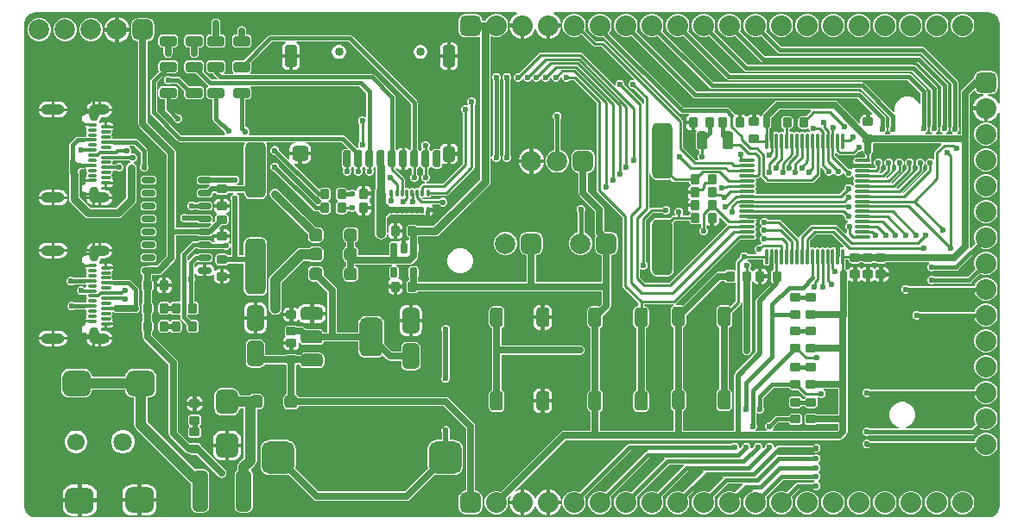
<source format=gtl>
G04*
G04 #@! TF.GenerationSoftware,Altium Limited,Altium Designer,23.10.1 (27)*
G04*
G04 Layer_Physical_Order=1*
G04 Layer_Color=255*
%FSLAX25Y25*%
%MOIN*%
G70*
G04*
G04 #@! TF.SameCoordinates,32BCE259-89C5-4998-93CB-A9973C1CCBB0*
G04*
G04*
G04 #@! TF.FilePolarity,Positive*
G04*
G01*
G75*
%ADD13C,0.01000*%
G04:AMPARAMS|DCode=16|XSize=216.54mil|YSize=78.74mil|CornerRadius=19.68mil|HoleSize=0mil|Usage=FLASHONLY|Rotation=90.000|XOffset=0mil|YOffset=0mil|HoleType=Round|Shape=RoundedRectangle|*
%AMROUNDEDRECTD16*
21,1,0.21654,0.03937,0,0,90.0*
21,1,0.17717,0.07874,0,0,90.0*
1,1,0.03937,0.01968,0.08858*
1,1,0.03937,0.01968,-0.08858*
1,1,0.03937,-0.01968,-0.08858*
1,1,0.03937,-0.01968,0.08858*
%
%ADD16ROUNDEDRECTD16*%
G04:AMPARAMS|DCode=17|XSize=47.24mil|YSize=86.61mil|CornerRadius=11.81mil|HoleSize=0mil|Usage=FLASHONLY|Rotation=180.000|XOffset=0mil|YOffset=0mil|HoleType=Round|Shape=RoundedRectangle|*
%AMROUNDEDRECTD17*
21,1,0.04724,0.06299,0,0,180.0*
21,1,0.02362,0.08661,0,0,180.0*
1,1,0.02362,-0.01181,0.03150*
1,1,0.02362,0.01181,0.03150*
1,1,0.02362,0.01181,-0.03150*
1,1,0.02362,-0.01181,-0.03150*
%
%ADD17ROUNDEDRECTD17*%
G04:AMPARAMS|DCode=18|XSize=30mil|YSize=65mil|CornerRadius=7.5mil|HoleSize=0mil|Usage=FLASHONLY|Rotation=180.000|XOffset=0mil|YOffset=0mil|HoleType=Round|Shape=RoundedRectangle|*
%AMROUNDEDRECTD18*
21,1,0.03000,0.05000,0,0,180.0*
21,1,0.01500,0.06500,0,0,180.0*
1,1,0.01500,-0.00750,0.02500*
1,1,0.01500,0.00750,0.02500*
1,1,0.01500,0.00750,-0.02500*
1,1,0.01500,-0.00750,-0.02500*
%
%ADD18ROUNDEDRECTD18*%
G04:AMPARAMS|DCode=19|XSize=62.99mil|YSize=59.06mil|CornerRadius=14.76mil|HoleSize=0mil|Usage=FLASHONLY|Rotation=180.000|XOffset=0mil|YOffset=0mil|HoleType=Round|Shape=RoundedRectangle|*
%AMROUNDEDRECTD19*
21,1,0.06299,0.02953,0,0,180.0*
21,1,0.03347,0.05906,0,0,180.0*
1,1,0.02953,-0.01673,0.01476*
1,1,0.02953,0.01673,0.01476*
1,1,0.02953,0.01673,-0.01476*
1,1,0.02953,-0.01673,-0.01476*
%
%ADD19ROUNDEDRECTD19*%
G04:AMPARAMS|DCode=20|XSize=47.24mil|YSize=59.06mil|CornerRadius=11.81mil|HoleSize=0mil|Usage=FLASHONLY|Rotation=180.000|XOffset=0mil|YOffset=0mil|HoleType=Round|Shape=RoundedRectangle|*
%AMROUNDEDRECTD20*
21,1,0.04724,0.03543,0,0,180.0*
21,1,0.02362,0.05906,0,0,180.0*
1,1,0.02362,-0.01181,0.01772*
1,1,0.02362,0.01181,0.01772*
1,1,0.02362,0.01181,-0.01772*
1,1,0.02362,-0.01181,-0.01772*
%
%ADD20ROUNDEDRECTD20*%
G04:AMPARAMS|DCode=21|XSize=40mil|YSize=35mil|CornerRadius=8.75mil|HoleSize=0mil|Usage=FLASHONLY|Rotation=270.000|XOffset=0mil|YOffset=0mil|HoleType=Round|Shape=RoundedRectangle|*
%AMROUNDEDRECTD21*
21,1,0.04000,0.01750,0,0,270.0*
21,1,0.02250,0.03500,0,0,270.0*
1,1,0.01750,-0.00875,-0.01125*
1,1,0.01750,-0.00875,0.01125*
1,1,0.01750,0.00875,0.01125*
1,1,0.01750,0.00875,-0.01125*
%
%ADD21ROUNDEDRECTD21*%
G04:AMPARAMS|DCode=22|XSize=15.75mil|YSize=25mil|CornerRadius=3.94mil|HoleSize=0mil|Usage=FLASHONLY|Rotation=180.000|XOffset=0mil|YOffset=0mil|HoleType=Round|Shape=RoundedRectangle|*
%AMROUNDEDRECTD22*
21,1,0.01575,0.01713,0,0,180.0*
21,1,0.00787,0.02500,0,0,180.0*
1,1,0.00787,-0.00394,0.00856*
1,1,0.00787,0.00394,0.00856*
1,1,0.00787,0.00394,-0.00856*
1,1,0.00787,-0.00394,-0.00856*
%
%ADD22ROUNDEDRECTD22*%
G04:AMPARAMS|DCode=23|XSize=11.81mil|YSize=25mil|CornerRadius=2.95mil|HoleSize=0mil|Usage=FLASHONLY|Rotation=180.000|XOffset=0mil|YOffset=0mil|HoleType=Round|Shape=RoundedRectangle|*
%AMROUNDEDRECTD23*
21,1,0.01181,0.01909,0,0,180.0*
21,1,0.00591,0.02500,0,0,180.0*
1,1,0.00591,-0.00295,0.00955*
1,1,0.00591,0.00295,0.00955*
1,1,0.00591,0.00295,-0.00955*
1,1,0.00591,-0.00295,-0.00955*
%
%ADD23ROUNDEDRECTD23*%
G04:AMPARAMS|DCode=24|XSize=50mil|YSize=75mil|CornerRadius=12.5mil|HoleSize=0mil|Usage=FLASHONLY|Rotation=180.000|XOffset=0mil|YOffset=0mil|HoleType=Round|Shape=RoundedRectangle|*
%AMROUNDEDRECTD24*
21,1,0.05000,0.05000,0,0,180.0*
21,1,0.02500,0.07500,0,0,180.0*
1,1,0.02500,-0.01250,0.02500*
1,1,0.02500,0.01250,0.02500*
1,1,0.02500,0.01250,-0.02500*
1,1,0.02500,-0.01250,-0.02500*
%
%ADD24ROUNDEDRECTD24*%
G04:AMPARAMS|DCode=25|XSize=40mil|YSize=35mil|CornerRadius=8.75mil|HoleSize=0mil|Usage=FLASHONLY|Rotation=0.000|XOffset=0mil|YOffset=0mil|HoleType=Round|Shape=RoundedRectangle|*
%AMROUNDEDRECTD25*
21,1,0.04000,0.01750,0,0,0.0*
21,1,0.02250,0.03500,0,0,0.0*
1,1,0.01750,0.01125,-0.00875*
1,1,0.01750,-0.01125,-0.00875*
1,1,0.01750,-0.01125,0.00875*
1,1,0.01750,0.01125,0.00875*
%
%ADD25ROUNDEDRECTD25*%
G04:AMPARAMS|DCode=26|XSize=11.81mil|YSize=37.4mil|CornerRadius=2.95mil|HoleSize=0mil|Usage=FLASHONLY|Rotation=270.000|XOffset=0mil|YOffset=0mil|HoleType=Round|Shape=RoundedRectangle|*
%AMROUNDEDRECTD26*
21,1,0.01181,0.03150,0,0,270.0*
21,1,0.00591,0.03740,0,0,270.0*
1,1,0.00591,-0.01575,-0.00295*
1,1,0.00591,-0.01575,0.00295*
1,1,0.00591,0.01575,0.00295*
1,1,0.00591,0.01575,-0.00295*
%
%ADD26ROUNDEDRECTD26*%
G04:AMPARAMS|DCode=27|XSize=11.81mil|YSize=33.47mil|CornerRadius=2.95mil|HoleSize=0mil|Usage=FLASHONLY|Rotation=270.000|XOffset=0mil|YOffset=0mil|HoleType=Round|Shape=RoundedRectangle|*
%AMROUNDEDRECTD27*
21,1,0.01181,0.02756,0,0,270.0*
21,1,0.00591,0.03347,0,0,270.0*
1,1,0.00591,-0.01378,-0.00295*
1,1,0.00591,-0.01378,0.00295*
1,1,0.00591,0.01378,0.00295*
1,1,0.00591,0.01378,-0.00295*
%
%ADD27ROUNDEDRECTD27*%
G04:AMPARAMS|DCode=28|XSize=60mil|YSize=11mil|CornerRadius=2.75mil|HoleSize=0mil|Usage=FLASHONLY|Rotation=0.000|XOffset=0mil|YOffset=0mil|HoleType=Round|Shape=RoundedRectangle|*
%AMROUNDEDRECTD28*
21,1,0.06000,0.00550,0,0,0.0*
21,1,0.05450,0.01100,0,0,0.0*
1,1,0.00550,0.02725,-0.00275*
1,1,0.00550,-0.02725,-0.00275*
1,1,0.00550,-0.02725,0.00275*
1,1,0.00550,0.02725,0.00275*
%
%ADD28ROUNDEDRECTD28*%
G04:AMPARAMS|DCode=29|XSize=11mil|YSize=60mil|CornerRadius=2.75mil|HoleSize=0mil|Usage=FLASHONLY|Rotation=0.000|XOffset=0mil|YOffset=0mil|HoleType=Round|Shape=RoundedRectangle|*
%AMROUNDEDRECTD29*
21,1,0.01100,0.05450,0,0,0.0*
21,1,0.00550,0.06000,0,0,0.0*
1,1,0.00550,0.00275,-0.02725*
1,1,0.00550,-0.00275,-0.02725*
1,1,0.00550,-0.00275,0.02725*
1,1,0.00550,0.00275,0.02725*
%
%ADD29ROUNDEDRECTD29*%
G04:AMPARAMS|DCode=30|XSize=40mil|YSize=70mil|CornerRadius=10mil|HoleSize=0mil|Usage=FLASHONLY|Rotation=180.000|XOffset=0mil|YOffset=0mil|HoleType=Round|Shape=RoundedRectangle|*
%AMROUNDEDRECTD30*
21,1,0.04000,0.05000,0,0,180.0*
21,1,0.02000,0.07000,0,0,180.0*
1,1,0.02000,-0.01000,0.02500*
1,1,0.02000,0.01000,0.02500*
1,1,0.02000,0.01000,-0.02500*
1,1,0.02000,-0.01000,-0.02500*
%
%ADD30ROUNDEDRECTD30*%
G04:AMPARAMS|DCode=31|XSize=40mil|YSize=65mil|CornerRadius=10mil|HoleSize=0mil|Usage=FLASHONLY|Rotation=90.000|XOffset=0mil|YOffset=0mil|HoleType=Round|Shape=RoundedRectangle|*
%AMROUNDEDRECTD31*
21,1,0.04000,0.04500,0,0,90.0*
21,1,0.02000,0.06500,0,0,90.0*
1,1,0.02000,0.02250,0.01000*
1,1,0.02000,0.02250,-0.01000*
1,1,0.02000,-0.02250,-0.01000*
1,1,0.02000,-0.02250,0.01000*
%
%ADD31ROUNDEDRECTD31*%
G04:AMPARAMS|DCode=32|XSize=40mil|YSize=28mil|CornerRadius=7mil|HoleSize=0mil|Usage=FLASHONLY|Rotation=270.000|XOffset=0mil|YOffset=0mil|HoleType=Round|Shape=RoundedRectangle|*
%AMROUNDEDRECTD32*
21,1,0.04000,0.01400,0,0,270.0*
21,1,0.02600,0.02800,0,0,270.0*
1,1,0.01400,-0.00700,-0.01300*
1,1,0.01400,-0.00700,0.01300*
1,1,0.01400,0.00700,0.01300*
1,1,0.01400,0.00700,-0.01300*
%
%ADD32ROUNDEDRECTD32*%
G04:AMPARAMS|DCode=33|XSize=150mil|YSize=90mil|CornerRadius=22.5mil|HoleSize=0mil|Usage=FLASHONLY|Rotation=270.000|XOffset=0mil|YOffset=0mil|HoleType=Round|Shape=RoundedRectangle|*
%AMROUNDEDRECTD33*
21,1,0.15000,0.04500,0,0,270.0*
21,1,0.10500,0.09000,0,0,270.0*
1,1,0.04500,-0.02250,-0.05250*
1,1,0.04500,-0.02250,0.05250*
1,1,0.04500,0.02250,0.05250*
1,1,0.04500,0.02250,-0.05250*
%
%ADD33ROUNDEDRECTD33*%
G04:AMPARAMS|DCode=34|XSize=50mil|YSize=85mil|CornerRadius=12.5mil|HoleSize=0mil|Usage=FLASHONLY|Rotation=270.000|XOffset=0mil|YOffset=0mil|HoleType=Round|Shape=RoundedRectangle|*
%AMROUNDEDRECTD34*
21,1,0.05000,0.06000,0,0,270.0*
21,1,0.02500,0.08500,0,0,270.0*
1,1,0.02500,-0.03000,-0.01250*
1,1,0.02500,-0.03000,0.01250*
1,1,0.02500,0.03000,0.01250*
1,1,0.02500,0.03000,-0.01250*
%
%ADD34ROUNDEDRECTD34*%
G04:AMPARAMS|DCode=35|XSize=100mil|YSize=65mil|CornerRadius=16.25mil|HoleSize=0mil|Usage=FLASHONLY|Rotation=90.000|XOffset=0mil|YOffset=0mil|HoleType=Round|Shape=RoundedRectangle|*
%AMROUNDEDRECTD35*
21,1,0.10000,0.03250,0,0,90.0*
21,1,0.06750,0.06500,0,0,90.0*
1,1,0.03250,0.01625,0.03375*
1,1,0.03250,0.01625,-0.03375*
1,1,0.03250,-0.01625,-0.03375*
1,1,0.03250,-0.01625,0.03375*
%
%ADD35ROUNDEDRECTD35*%
G04:AMPARAMS|DCode=36|XSize=125.98mil|YSize=125.98mil|CornerRadius=31.5mil|HoleSize=0mil|Usage=FLASHONLY|Rotation=180.000|XOffset=0mil|YOffset=0mil|HoleType=Round|Shape=RoundedRectangle|*
%AMROUNDEDRECTD36*
21,1,0.12598,0.06299,0,0,180.0*
21,1,0.06299,0.12598,0,0,180.0*
1,1,0.06299,-0.03150,0.03150*
1,1,0.06299,0.03150,0.03150*
1,1,0.06299,0.03150,-0.03150*
1,1,0.06299,-0.03150,-0.03150*
%
%ADD36ROUNDEDRECTD36*%
%ADD37C,0.19685*%
G04:AMPARAMS|DCode=38|XSize=51.58mil|YSize=24.41mil|CornerRadius=6.1mil|HoleSize=0mil|Usage=FLASHONLY|Rotation=180.000|XOffset=0mil|YOffset=0mil|HoleType=Round|Shape=RoundedRectangle|*
%AMROUNDEDRECTD38*
21,1,0.05158,0.01221,0,0,180.0*
21,1,0.03937,0.02441,0,0,180.0*
1,1,0.01221,-0.01968,0.00610*
1,1,0.01221,0.01968,0.00610*
1,1,0.01221,0.01968,-0.00610*
1,1,0.01221,-0.01968,-0.00610*
%
%ADD38ROUNDEDRECTD38*%
G04:AMPARAMS|DCode=39|XSize=50mil|YSize=50mil|CornerRadius=12.5mil|HoleSize=0mil|Usage=FLASHONLY|Rotation=180.000|XOffset=0mil|YOffset=0mil|HoleType=Round|Shape=RoundedRectangle|*
%AMROUNDEDRECTD39*
21,1,0.05000,0.02500,0,0,180.0*
21,1,0.02500,0.05000,0,0,180.0*
1,1,0.02500,-0.01250,0.01250*
1,1,0.02500,0.01250,0.01250*
1,1,0.02500,0.01250,-0.01250*
1,1,0.02500,-0.01250,-0.01250*
%
%ADD39ROUNDEDRECTD39*%
G04:AMPARAMS|DCode=40|XSize=110mil|YSize=100mil|CornerRadius=25mil|HoleSize=0mil|Usage=FLASHONLY|Rotation=0.000|XOffset=0mil|YOffset=0mil|HoleType=Round|Shape=RoundedRectangle|*
%AMROUNDEDRECTD40*
21,1,0.11000,0.05000,0,0,0.0*
21,1,0.06000,0.10000,0,0,0.0*
1,1,0.05000,0.03000,-0.02500*
1,1,0.05000,-0.03000,-0.02500*
1,1,0.05000,-0.03000,0.02500*
1,1,0.05000,0.03000,0.02500*
%
%ADD40ROUNDEDRECTD40*%
G04:AMPARAMS|DCode=41|XSize=94.49mil|YSize=86.61mil|CornerRadius=21.65mil|HoleSize=0mil|Usage=FLASHONLY|Rotation=270.000|XOffset=0mil|YOffset=0mil|HoleType=Round|Shape=RoundedRectangle|*
%AMROUNDEDRECTD41*
21,1,0.09449,0.04331,0,0,270.0*
21,1,0.05118,0.08661,0,0,270.0*
1,1,0.04331,-0.02165,-0.02559*
1,1,0.04331,-0.02165,0.02559*
1,1,0.04331,0.02165,0.02559*
1,1,0.04331,0.02165,-0.02559*
%
%ADD41ROUNDEDRECTD41*%
G04:AMPARAMS|DCode=42|XSize=59.06mil|YSize=157.48mil|CornerRadius=14.76mil|HoleSize=0mil|Usage=FLASHONLY|Rotation=180.000|XOffset=0mil|YOffset=0mil|HoleType=Round|Shape=RoundedRectangle|*
%AMROUNDEDRECTD42*
21,1,0.05906,0.12795,0,0,180.0*
21,1,0.02953,0.15748,0,0,180.0*
1,1,0.02953,-0.01476,0.06398*
1,1,0.02953,0.01476,0.06398*
1,1,0.02953,0.01476,-0.06398*
1,1,0.02953,-0.01476,-0.06398*
%
%ADD42ROUNDEDRECTD42*%
%ADD81C,0.01500*%
%ADD82C,0.01200*%
%ADD83C,0.03000*%
%ADD84C,0.02000*%
%ADD85C,0.03500*%
%ADD86C,0.02500*%
%ADD87C,0.04000*%
%ADD88C,0.01100*%
%ADD89C,0.01181*%
%ADD90C,0.03900*%
%ADD91C,0.03347*%
%ADD92C,0.07874*%
G04:AMPARAMS|DCode=93|XSize=78.74mil|YSize=78.74mil|CornerRadius=19.68mil|HoleSize=0mil|Usage=FLASHONLY|Rotation=0.000|XOffset=0mil|YOffset=0mil|HoleType=Round|Shape=RoundedRectangle|*
%AMROUNDEDRECTD93*
21,1,0.07874,0.03937,0,0,0.0*
21,1,0.03937,0.07874,0,0,0.0*
1,1,0.03937,0.01968,-0.01968*
1,1,0.03937,-0.01968,-0.01968*
1,1,0.03937,-0.01968,0.01968*
1,1,0.03937,0.01968,0.01968*
%
%ADD93ROUNDEDRECTD93*%
%ADD94O,0.07874X0.03937*%
%ADD95O,0.03740X0.06299*%
%ADD96O,0.09055X0.03937*%
%ADD97C,0.08000*%
G04:AMPARAMS|DCode=98|XSize=80mil|YSize=80mil|CornerRadius=20mil|HoleSize=0mil|Usage=FLASHONLY|Rotation=0.000|XOffset=0mil|YOffset=0mil|HoleType=Round|Shape=RoundedRectangle|*
%AMROUNDEDRECTD98*
21,1,0.08000,0.04000,0,0,0.0*
21,1,0.04000,0.08000,0,0,0.0*
1,1,0.04000,0.02000,-0.02000*
1,1,0.04000,-0.02000,-0.02000*
1,1,0.04000,-0.02000,0.02000*
1,1,0.04000,0.02000,0.02000*
%
%ADD98ROUNDEDRECTD98*%
G04:AMPARAMS|DCode=99|XSize=80mil|YSize=80mil|CornerRadius=20mil|HoleSize=0mil|Usage=FLASHONLY|Rotation=90.000|XOffset=0mil|YOffset=0mil|HoleType=Round|Shape=RoundedRectangle|*
%AMROUNDEDRECTD99*
21,1,0.08000,0.04000,0,0,90.0*
21,1,0.04000,0.08000,0,0,90.0*
1,1,0.04000,0.02000,0.02000*
1,1,0.04000,0.02000,-0.02000*
1,1,0.04000,-0.02000,-0.02000*
1,1,0.04000,-0.02000,0.02000*
%
%ADD99ROUNDEDRECTD99*%
%ADD100C,0.07087*%
%ADD101C,0.06693*%
%ADD102C,0.02362*%
G36*
X374049Y195942D02*
X375071Y195519D01*
X375948Y194846D01*
X376622Y193968D01*
X377045Y192947D01*
X377189Y191853D01*
X377188Y191850D01*
Y160888D01*
X376688Y160822D01*
X376659Y160930D01*
X376001Y162070D01*
X375070Y163001D01*
X373930Y163659D01*
X372841Y163951D01*
X372907Y164451D01*
X374000D01*
X374975Y164645D01*
X375802Y165198D01*
X376355Y166024D01*
X376549Y167000D01*
Y171000D01*
X376355Y171976D01*
X375802Y172802D01*
X374975Y173355D01*
X374000Y173549D01*
X370000D01*
X369024Y173355D01*
X368198Y172802D01*
X367645Y171976D01*
X367451Y171000D01*
Y170675D01*
X367317Y170649D01*
X366738Y170262D01*
X366738Y170262D01*
X362738Y166262D01*
X362351Y165683D01*
X362216Y165000D01*
Y149034D01*
X360954D01*
X360854Y149534D01*
X360952Y149575D01*
X361425Y150048D01*
X361681Y150666D01*
Y151334D01*
X361425Y151952D01*
X361275Y152103D01*
Y169000D01*
X361177Y169488D01*
X360901Y169901D01*
X348401Y182401D01*
X347988Y182677D01*
X347500Y182774D01*
X293028D01*
X286954Y188848D01*
X287193Y189263D01*
X287500Y190408D01*
Y191592D01*
X287193Y192737D01*
X286601Y193763D01*
X285763Y194601D01*
X284737Y195193D01*
X283592Y195500D01*
X282408D01*
X281263Y195193D01*
X280237Y194601D01*
X279399Y193763D01*
X278807Y192737D01*
X278500Y191592D01*
Y190408D01*
X278807Y189263D01*
X279399Y188237D01*
X280237Y187399D01*
X281263Y186807D01*
X282408Y186500D01*
X283592D01*
X284737Y186807D01*
X285152Y187046D01*
X291599Y180599D01*
X292012Y180323D01*
X292500Y180226D01*
X346972D01*
X358726Y168472D01*
Y152103D01*
X358575Y151952D01*
X358319Y151334D01*
Y150666D01*
X358575Y150048D01*
X359048Y149575D01*
X359146Y149534D01*
X359046Y149034D01*
X356706D01*
X356607Y149534D01*
X356880Y149647D01*
X357353Y150120D01*
X357609Y150738D01*
Y151407D01*
X357353Y152025D01*
X357311Y152066D01*
Y167963D01*
X357214Y168451D01*
X356938Y168864D01*
X346901Y178901D01*
X346488Y179177D01*
X346000Y179274D01*
X286528D01*
X276954Y188848D01*
X277193Y189263D01*
X277500Y190408D01*
Y191592D01*
X277193Y192737D01*
X276601Y193763D01*
X275763Y194601D01*
X274737Y195193D01*
X273592Y195500D01*
X272408D01*
X271263Y195193D01*
X270237Y194601D01*
X269399Y193763D01*
X268807Y192737D01*
X268500Y191592D01*
Y190408D01*
X268807Y189263D01*
X269399Y188237D01*
X270237Y187399D01*
X271263Y186807D01*
X272408Y186500D01*
X273592D01*
X274737Y186807D01*
X275151Y187046D01*
X285099Y177099D01*
X285512Y176822D01*
X286000Y176725D01*
X345472D01*
X354763Y167435D01*
Y152285D01*
X354502Y152025D01*
X354246Y151407D01*
Y150738D01*
X354502Y150120D01*
X354975Y149647D01*
X355248Y149534D01*
X355149Y149034D01*
X352706D01*
X352607Y149534D01*
X352880Y149647D01*
X353353Y150120D01*
X353608Y150738D01*
Y151407D01*
X353353Y152025D01*
X353274Y152103D01*
Y166500D01*
X353177Y166988D01*
X352901Y167401D01*
X344901Y175401D01*
X344488Y175678D01*
X344000Y175775D01*
X280028D01*
X266954Y188848D01*
X267193Y189263D01*
X267500Y190408D01*
Y191592D01*
X267193Y192737D01*
X266601Y193763D01*
X265763Y194601D01*
X264737Y195193D01*
X263592Y195500D01*
X262408D01*
X261263Y195193D01*
X260237Y194601D01*
X259399Y193763D01*
X258807Y192737D01*
X258500Y191592D01*
Y190408D01*
X258807Y189263D01*
X259399Y188237D01*
X260237Y187399D01*
X261263Y186807D01*
X262408Y186500D01*
X263592D01*
X264737Y186807D01*
X265152Y187046D01*
X278599Y173599D01*
X279012Y173322D01*
X279500Y173225D01*
X343472D01*
X350726Y165972D01*
Y152248D01*
X350502Y152025D01*
X350246Y151407D01*
Y150738D01*
X350502Y150120D01*
X350975Y149647D01*
X351248Y149534D01*
X351149Y149034D01*
X348706D01*
X348606Y149534D01*
X348880Y149647D01*
X349353Y150120D01*
X349608Y150738D01*
Y151407D01*
X349353Y152025D01*
X349274Y152103D01*
Y165500D01*
X349178Y165988D01*
X348901Y166401D01*
X343101Y172201D01*
X342688Y172477D01*
X342200Y172574D01*
X273228D01*
X256954Y188848D01*
X257193Y189263D01*
X257500Y190408D01*
Y191592D01*
X257193Y192737D01*
X256601Y193763D01*
X255763Y194601D01*
X254737Y195193D01*
X253592Y195500D01*
X252408D01*
X251263Y195193D01*
X250237Y194601D01*
X249399Y193763D01*
X248807Y192737D01*
X248500Y191592D01*
Y190408D01*
X248807Y189263D01*
X249399Y188237D01*
X250237Y187399D01*
X251263Y186807D01*
X252408Y186500D01*
X253592D01*
X254737Y186807D01*
X255152Y187046D01*
X271799Y170399D01*
X272212Y170123D01*
X272700Y170026D01*
X341672D01*
X346726Y164972D01*
Y160574D01*
X346238Y160461D01*
X345588Y161586D01*
X344669Y162506D01*
X343543Y163156D01*
X342288Y163492D01*
X340988D01*
X339732Y163156D01*
X338606Y162506D01*
X337687Y161586D01*
X337037Y160461D01*
X336701Y159205D01*
Y157905D01*
X336736Y157773D01*
X336288Y157515D01*
X325101Y168701D01*
X324688Y168977D01*
X324200Y169074D01*
X266728D01*
X246954Y188848D01*
X247193Y189263D01*
X247500Y190408D01*
Y191592D01*
X247193Y192737D01*
X246601Y193763D01*
X245763Y194601D01*
X244737Y195193D01*
X243592Y195500D01*
X242408D01*
X241263Y195193D01*
X240237Y194601D01*
X239399Y193763D01*
X238807Y192737D01*
X238500Y191592D01*
Y190408D01*
X238807Y189263D01*
X239399Y188237D01*
X240237Y187399D01*
X241263Y186807D01*
X242408Y186500D01*
X243592D01*
X244737Y186807D01*
X245151Y187046D01*
X265299Y166899D01*
X265712Y166622D01*
X266200Y166525D01*
X323672D01*
X334725Y155472D01*
Y152103D01*
X334575Y151952D01*
X334319Y151334D01*
Y150666D01*
X334575Y150048D01*
X335048Y149575D01*
X335146Y149534D01*
X335046Y149034D01*
X332954D01*
X332854Y149534D01*
X332952Y149575D01*
X333425Y150048D01*
X333681Y150666D01*
Y151334D01*
X333425Y151952D01*
X333293Y152084D01*
Y155181D01*
X333196Y155669D01*
X332920Y156082D01*
X323901Y165101D01*
X323488Y165377D01*
X323000Y165474D01*
X260328D01*
X236954Y188848D01*
X237193Y189263D01*
X237500Y190408D01*
Y191592D01*
X237193Y192737D01*
X236601Y193763D01*
X235763Y194601D01*
X234737Y195193D01*
X233592Y195500D01*
X232408D01*
X231263Y195193D01*
X230237Y194601D01*
X229399Y193763D01*
X228807Y192737D01*
X228500Y191592D01*
Y190408D01*
X228807Y189263D01*
X229399Y188237D01*
X230237Y187399D01*
X231263Y186807D01*
X232408Y186500D01*
X233592D01*
X234737Y186807D01*
X235152Y187046D01*
X258899Y163299D01*
X259312Y163022D01*
X259800Y162926D01*
X322472D01*
X328365Y157032D01*
X328353Y156902D01*
X327814Y156499D01*
X327625Y156537D01*
X327250D01*
Y153750D01*
X325750D01*
Y156537D01*
X325375D01*
X324643Y156391D01*
X324023Y155977D01*
X323609Y155357D01*
X323463Y154625D01*
Y153517D01*
X322963Y153310D01*
X314812Y161462D01*
X314233Y161848D01*
X313550Y161984D01*
X291700D01*
X291700Y161984D01*
X291017Y161848D01*
X290438Y161462D01*
X285975Y156998D01*
X285588Y156419D01*
X285518Y156067D01*
X284987Y155962D01*
X284977Y155977D01*
X284357Y156391D01*
X283625Y156537D01*
X283250D01*
Y153750D01*
X281750D01*
Y156537D01*
X281375D01*
X280643Y156391D01*
X280023Y155977D01*
X279875Y155755D01*
X279375D01*
X279227Y155977D01*
X278607Y156391D01*
X277875Y156537D01*
X277750D01*
Y153500D01*
X276250D01*
Y156537D01*
X276125D01*
X275560Y156424D01*
X275091Y156640D01*
X274990Y156723D01*
X274977Y156788D01*
X274701Y157201D01*
X272901Y159001D01*
X272488Y159277D01*
X272000Y159374D01*
X255128D01*
X226433Y188069D01*
X226601Y188237D01*
X227193Y189263D01*
X227500Y190408D01*
Y191592D01*
X227193Y192737D01*
X226601Y193763D01*
X225763Y194601D01*
X224737Y195193D01*
X223592Y195500D01*
X222408D01*
X221263Y195193D01*
X220237Y194601D01*
X219399Y193763D01*
X218807Y192737D01*
X218500Y191592D01*
Y190408D01*
X218807Y189263D01*
X219399Y188237D01*
X220237Y187399D01*
X221263Y186807D01*
X222408Y186500D01*
X223592D01*
X224227Y186670D01*
X253699Y157199D01*
X254112Y156922D01*
X254600Y156825D01*
X257209D01*
X257295Y156325D01*
X256773Y155977D01*
X256359Y155357D01*
X256213Y154625D01*
Y154250D01*
X259000D01*
Y153500D01*
X259750D01*
Y150463D01*
X259875D01*
X259969Y150482D01*
X260270Y150032D01*
X260087Y149759D01*
X259971Y149173D01*
Y144173D01*
X260087Y143588D01*
X260419Y143092D01*
X260915Y142760D01*
X261480Y142648D01*
Y141627D01*
X261075Y141221D01*
X260819Y140603D01*
Y139935D01*
X261075Y139317D01*
X261084Y139307D01*
X260877Y138807D01*
X260135D01*
X255120Y143822D01*
Y153909D01*
X255042Y154299D01*
X254821Y154630D01*
X224730Y184721D01*
X224399Y184942D01*
X224009Y185020D01*
X221406D01*
X217182Y189243D01*
X217193Y189263D01*
X217500Y190408D01*
Y191592D01*
X217193Y192737D01*
X216601Y193763D01*
X215763Y194601D01*
X214737Y195193D01*
X213592Y195500D01*
X212408D01*
X211263Y195193D01*
X210237Y194601D01*
X209399Y193763D01*
X208807Y192737D01*
X208500Y191592D01*
Y190408D01*
X208807Y189263D01*
X209399Y188237D01*
X210237Y187399D01*
X211263Y186807D01*
X212408Y186500D01*
X213592D01*
X214737Y186807D01*
X215763Y187399D01*
X215953Y187589D01*
X220263Y183279D01*
X220593Y183058D01*
X220984Y182980D01*
X223587D01*
X236098Y170469D01*
X235891Y169969D01*
X235466D01*
X234848Y169713D01*
X234375Y169240D01*
X234119Y168622D01*
Y167954D01*
X234375Y167336D01*
X234848Y166863D01*
X235466Y166607D01*
X236039D01*
X239980Y162666D01*
Y160734D01*
X239480Y160685D01*
X239442Y160878D01*
X239221Y161209D01*
X232381Y168049D01*
Y168622D01*
X232125Y169240D01*
X231652Y169713D01*
X231034Y169969D01*
X230366D01*
X229748Y169713D01*
X229275Y169240D01*
X229019Y168622D01*
Y168130D01*
X228540Y167901D01*
X216221Y180221D01*
X215890Y180442D01*
X215500Y180520D01*
X200000D01*
X199610Y180442D01*
X199279Y180221D01*
X191739Y172681D01*
X191166D01*
X190548Y172425D01*
X190075Y171952D01*
X189819Y171334D01*
Y170666D01*
X190075Y170048D01*
X190548Y169575D01*
X191166Y169319D01*
X191834D01*
X192452Y169575D01*
X192925Y170048D01*
X192981Y170182D01*
X193522D01*
X193579Y170043D01*
X194052Y169570D01*
X194670Y169315D01*
X195339D01*
X195957Y169570D01*
X196430Y170043D01*
X196485Y170177D01*
X197026D01*
X197084Y170039D01*
X197556Y169566D01*
X198174Y169310D01*
X198843D01*
X199461Y169566D01*
X199934Y170039D01*
X199989Y170173D01*
X200531D01*
X200588Y170035D01*
X201061Y169562D01*
X201679Y169306D01*
X202348D01*
X202965Y169562D01*
X203438Y170035D01*
X203694Y170652D01*
Y170875D01*
X203819Y170956D01*
X204319Y170684D01*
Y170666D01*
X204575Y170048D01*
X205048Y169575D01*
X205666Y169319D01*
X206334D01*
X206952Y169575D01*
X207425Y170048D01*
X207681Y170666D01*
Y170932D01*
X207819Y171017D01*
X208319Y170737D01*
Y170666D01*
X208575Y170048D01*
X209048Y169575D01*
X209666Y169319D01*
X210334D01*
X210952Y169575D01*
X211358Y169980D01*
X212971D01*
X221680Y161271D01*
Y127300D01*
X221758Y126910D01*
X221979Y126579D01*
X231670Y116888D01*
Y90311D01*
X231747Y89921D01*
X231968Y89590D01*
X237839Y83719D01*
Y82426D01*
X237608D01*
X236926Y82290D01*
X236347Y81903D01*
X235960Y81324D01*
X235824Y80642D01*
Y75642D01*
X235960Y74959D01*
X236347Y74380D01*
X236926Y73993D01*
X237074Y73964D01*
Y50036D01*
X236926Y50007D01*
X236347Y49620D01*
X235960Y49041D01*
X235824Y48358D01*
Y43358D01*
X235960Y42676D01*
X236347Y42097D01*
X236926Y41710D01*
X237608Y41574D01*
X240108D01*
X240791Y41710D01*
X241370Y42097D01*
X241757Y42676D01*
X241893Y43358D01*
Y48358D01*
X241757Y49041D01*
X241370Y49620D01*
X240791Y50007D01*
X240642Y50036D01*
Y73964D01*
X240791Y73993D01*
X241370Y74380D01*
X241757Y74959D01*
X241893Y75642D01*
Y80642D01*
X241757Y81324D01*
X241370Y81903D01*
X240791Y82290D01*
X240108Y82426D01*
X239878D01*
Y83122D01*
X251420D01*
X251470Y82622D01*
X251309Y82590D01*
X250730Y82203D01*
X250343Y81625D01*
X250207Y80942D01*
Y75942D01*
X250343Y75259D01*
X250730Y74680D01*
X251309Y74293D01*
X251458Y74264D01*
Y50336D01*
X251309Y50307D01*
X250730Y49920D01*
X250343Y49341D01*
X250207Y48658D01*
Y43658D01*
X250343Y42976D01*
X250730Y42397D01*
X251309Y42010D01*
X251458Y41980D01*
Y34184D01*
X222926D01*
Y41680D01*
X223075Y41710D01*
X223653Y42097D01*
X224040Y42676D01*
X224176Y43358D01*
Y48358D01*
X224040Y49041D01*
X223653Y49620D01*
X223075Y50007D01*
X222926Y50036D01*
Y73964D01*
X223075Y73993D01*
X223653Y74380D01*
X224040Y74959D01*
X224176Y75642D01*
Y78653D01*
X226762Y81238D01*
X226762Y81238D01*
X227149Y81817D01*
X227284Y82500D01*
Y90000D01*
Y102215D01*
X227468D01*
X228432Y102406D01*
X229248Y102952D01*
X229794Y103768D01*
X229985Y104732D01*
Y108668D01*
X229794Y109632D01*
X229248Y110448D01*
X228432Y110994D01*
X227468Y111185D01*
X224833D01*
X224584Y111558D01*
Y119900D01*
X224584Y119900D01*
X224448Y120583D01*
X224062Y121162D01*
X224062Y121162D01*
X218284Y126939D01*
Y134015D01*
X218468D01*
X219432Y134206D01*
X220248Y134752D01*
X220794Y135568D01*
X220985Y136531D01*
Y140469D01*
X220794Y141432D01*
X220248Y142248D01*
X219432Y142794D01*
X218468Y142985D01*
X214531D01*
X213568Y142794D01*
X212752Y142248D01*
X212206Y141432D01*
X212015Y140469D01*
Y136531D01*
X212206Y135568D01*
X212752Y134752D01*
X213568Y134206D01*
X214531Y134015D01*
X214716D01*
Y126200D01*
X214851Y125517D01*
X215238Y124938D01*
X221016Y119161D01*
Y110852D01*
X221151Y110169D01*
X221358Y109859D01*
X221206Y109632D01*
X221015Y108668D01*
Y104732D01*
X221206Y103768D01*
X221752Y102952D01*
X222568Y102406D01*
X223532Y102215D01*
X223716D01*
Y91784D01*
X198284D01*
Y102215D01*
X198468D01*
X199432Y102406D01*
X200248Y102952D01*
X200794Y103768D01*
X200985Y104732D01*
Y108668D01*
X200794Y109632D01*
X200248Y110448D01*
X199432Y110994D01*
X198468Y111185D01*
X194532D01*
X193568Y110994D01*
X192752Y110448D01*
X192206Y109632D01*
X192015Y108668D01*
Y104732D01*
X192206Y103768D01*
X192752Y102952D01*
X193568Y102406D01*
X194532Y102215D01*
X194716D01*
Y91784D01*
X152784D01*
Y93692D01*
X152811Y93732D01*
X152904Y94200D01*
Y96800D01*
X152811Y97268D01*
X152545Y97665D01*
X152148Y97930D01*
X151680Y98023D01*
X150280D01*
X149812Y97930D01*
X149415Y97665D01*
X149150Y97268D01*
X149057Y96800D01*
Y94200D01*
X149150Y93732D01*
X149216Y93633D01*
Y92445D01*
X149089Y92420D01*
X148634Y92116D01*
X148330Y91662D01*
X148223Y91125D01*
Y88875D01*
X148330Y88339D01*
X148634Y87884D01*
X149089Y87580D01*
X149625Y87473D01*
X151375D01*
X151911Y87580D01*
X152366Y87884D01*
X152588Y88216D01*
X223716D01*
Y83239D01*
X222818Y82341D01*
X222392Y82426D01*
X219892D01*
X219209Y82290D01*
X218630Y81903D01*
X218243Y81324D01*
X218108Y80642D01*
Y75642D01*
X218243Y74959D01*
X218630Y74380D01*
X219209Y73993D01*
X219357Y73964D01*
Y50036D01*
X219209Y50007D01*
X218630Y49620D01*
X218243Y49041D01*
X218108Y48358D01*
Y43358D01*
X218243Y42676D01*
X218630Y42097D01*
X219209Y41710D01*
X219357Y41680D01*
Y34184D01*
X208900D01*
X208217Y34049D01*
X207638Y33662D01*
X184684Y10707D01*
X183592Y11000D01*
X182408D01*
X181263Y10693D01*
X180237Y10101D01*
X179399Y9263D01*
X178807Y8237D01*
X178500Y7092D01*
Y5908D01*
X178807Y4763D01*
X179399Y3737D01*
X180237Y2899D01*
X181263Y2307D01*
X182408Y2000D01*
X183592D01*
X184737Y2307D01*
X185763Y2899D01*
X186601Y3737D01*
X187193Y4763D01*
X187500Y5908D01*
Y7092D01*
X187207Y8184D01*
X188187Y9164D01*
X188587Y8857D01*
X188341Y8430D01*
X188025Y7250D01*
X192250D01*
Y11475D01*
X191070Y11159D01*
X190643Y10913D01*
X190336Y11313D01*
X209639Y30616D01*
X315299D01*
X315982Y30751D01*
X316561Y31138D01*
X318025Y32603D01*
X318025Y32603D01*
X318412Y33182D01*
X318548Y33865D01*
Y39200D01*
X318548Y39200D01*
X318548Y39200D01*
Y52000D01*
Y65900D01*
Y78137D01*
X318580Y78184D01*
X318715Y78867D01*
X318715Y78867D01*
Y92152D01*
X319215Y92395D01*
X319643Y92109D01*
X320375Y91963D01*
X320750D01*
Y94750D01*
Y97537D01*
X320375D01*
X319643Y97391D01*
X319023Y96977D01*
X318749Y96566D01*
X318212Y96500D01*
X318162Y96519D01*
X317783Y96772D01*
Y98723D01*
X317829Y98952D01*
Y100658D01*
X318973D01*
Y100375D01*
X319080Y99839D01*
X319384Y99384D01*
X319839Y99080D01*
X320375Y98973D01*
X322625D01*
X323162Y99080D01*
X323616Y99384D01*
X323671Y99466D01*
X324329D01*
X324384Y99384D01*
X324838Y99080D01*
X325375Y98973D01*
X327625D01*
X328162Y99080D01*
X328515Y99316D01*
X329485D01*
X329838Y99080D01*
X330375Y98973D01*
X332625D01*
X333161Y99080D01*
X333616Y99384D01*
X333671Y99466D01*
X350046D01*
X350146Y98966D01*
X350048Y98925D01*
X349575Y98452D01*
X349319Y97834D01*
Y97166D01*
X349575Y96548D01*
X350048Y96075D01*
X350666Y95819D01*
X351334D01*
X351952Y96075D01*
X352103Y96226D01*
X360500D01*
X360988Y96323D01*
X361401Y96599D01*
X369848Y105046D01*
X370263Y104807D01*
X371408Y104500D01*
X372592D01*
X373737Y104807D01*
X374763Y105399D01*
X375601Y106237D01*
X376193Y107263D01*
X376500Y108408D01*
Y109592D01*
X376193Y110737D01*
X375601Y111763D01*
X374763Y112601D01*
X373737Y113193D01*
X372592Y113500D01*
X371408D01*
X370263Y113193D01*
X369237Y112601D01*
X368399Y111763D01*
X367807Y110737D01*
X367500Y109592D01*
Y108408D01*
X367807Y107263D01*
X368046Y106849D01*
X366194Y104996D01*
X365733Y105243D01*
X365784Y105500D01*
X365784Y105500D01*
Y147250D01*
Y164261D01*
X367246Y165722D01*
X367889Y165659D01*
X368198Y165198D01*
X369024Y164645D01*
X370000Y164451D01*
X371093D01*
X371159Y163951D01*
X370070Y163659D01*
X368930Y163001D01*
X367999Y162070D01*
X367341Y160930D01*
X367025Y159750D01*
X372000D01*
Y159000D01*
X372750D01*
Y154025D01*
X373930Y154341D01*
X375070Y154999D01*
X376001Y155930D01*
X376659Y157070D01*
X376688Y157178D01*
X377188Y157112D01*
Y145138D01*
Y51713D01*
Y5000D01*
X377189Y4997D01*
X377045Y3904D01*
X376622Y2882D01*
X375948Y2004D01*
X375071Y1331D01*
X374049Y908D01*
X372956Y764D01*
X372953Y765D01*
X5000D01*
X4997Y764D01*
X3904Y908D01*
X2882Y1331D01*
X2004Y2004D01*
X1331Y2882D01*
X908Y3904D01*
X764Y4997D01*
X765Y5000D01*
Y191850D01*
X764Y191853D01*
X908Y192947D01*
X1331Y193968D01*
X2004Y194846D01*
X2882Y195519D01*
X3904Y195942D01*
X4997Y196086D01*
X5000Y196086D01*
X190809D01*
X190943Y195586D01*
X189930Y195001D01*
X188999Y194070D01*
X188341Y192930D01*
X188025Y191750D01*
X193000D01*
Y191000D01*
X193750D01*
Y186025D01*
X194930Y186341D01*
X196070Y186999D01*
X197001Y187930D01*
X197659Y189070D01*
X197750Y189409D01*
X198250D01*
X198341Y189070D01*
X198999Y187930D01*
X199930Y186999D01*
X201070Y186341D01*
X202250Y186025D01*
Y191000D01*
X203000D01*
Y191750D01*
X207975D01*
X207659Y192930D01*
X207001Y194070D01*
X206070Y195001D01*
X205057Y195586D01*
X205191Y196086D01*
X372953D01*
X372956Y196086D01*
X374049Y195942D01*
D02*
G37*
G36*
X304474Y157916D02*
X302585Y156027D01*
X300875D01*
X300339Y155920D01*
X299884Y155616D01*
X299580Y155161D01*
X299473Y154625D01*
Y152375D01*
X299580Y151839D01*
X299884Y151384D01*
X300339Y151080D01*
X300875Y150973D01*
X302625D01*
X303162Y151080D01*
X303319Y151185D01*
X303798Y150973D01*
X303834Y150928D01*
X304057Y150388D01*
X304058Y150291D01*
X303922Y149834D01*
X303632Y149731D01*
X303562Y149778D01*
X303259Y149838D01*
X302709D01*
X302407Y149778D01*
X302151Y149607D01*
X301850D01*
X301593Y149778D01*
X301291Y149838D01*
X300741D01*
X300438Y149778D01*
X300182Y149607D01*
X299881D01*
X299625Y149778D01*
X299322Y149838D01*
X298772D01*
X298470Y149778D01*
X298214Y149607D01*
X297913D01*
X297656Y149778D01*
X297354Y149838D01*
X296804D01*
X296681Y149814D01*
X296257Y150072D01*
X296181Y150165D01*
Y150984D01*
X296661Y151080D01*
X297116Y151384D01*
X297420Y151839D01*
X297527Y152375D01*
Y154625D01*
X297420Y155161D01*
X297116Y155616D01*
X296661Y155920D01*
X296125Y156027D01*
X294375D01*
X293839Y155920D01*
X293384Y155616D01*
X293080Y155161D01*
X292973Y154625D01*
Y152375D01*
X293080Y151839D01*
X293384Y151384D01*
X293839Y151080D01*
X294040Y151040D01*
Y150165D01*
X293963Y150072D01*
X293540Y149814D01*
X293417Y149838D01*
X292867D01*
X292564Y149778D01*
X292308Y149607D01*
X292007D01*
X291751Y149778D01*
X291448Y149838D01*
X290898D01*
X290596Y149778D01*
X290547Y149745D01*
X290399Y149967D01*
X289977Y150249D01*
X289955Y150253D01*
Y146323D01*
X288455D01*
Y150602D01*
X288410Y150638D01*
X288419Y151122D01*
X288498Y151174D01*
X288885Y151753D01*
X289020Y152436D01*
Y154997D01*
X292439Y158416D01*
X304267D01*
X304474Y157916D01*
D02*
G37*
G36*
X354732Y144966D02*
X352460Y142694D01*
X352239Y142363D01*
X352162Y141973D01*
Y139423D01*
X351661Y139216D01*
X351452Y139425D01*
X350834Y139681D01*
X350166D01*
X349548Y139425D01*
X349075Y138952D01*
X348819Y138334D01*
Y137666D01*
X349075Y137048D01*
X349480Y136642D01*
Y135422D01*
X340258Y126200D01*
X340029Y126235D01*
X339855Y126768D01*
X347294Y134206D01*
X347515Y134537D01*
X347592Y134927D01*
Y136570D01*
X347998Y136975D01*
X348254Y137593D01*
Y138262D01*
X347998Y138880D01*
X347525Y139353D01*
X346907Y139609D01*
X346238D01*
X345620Y139353D01*
X345147Y138880D01*
X344892Y138262D01*
Y137593D01*
X345147Y136975D01*
X345553Y136570D01*
Y135350D01*
X338176Y127972D01*
X337621D01*
X337414Y128472D01*
X343221Y134279D01*
X343442Y134610D01*
X343520Y135000D01*
Y136642D01*
X343925Y137048D01*
X344181Y137666D01*
Y138334D01*
X343925Y138952D01*
X343452Y139425D01*
X342834Y139681D01*
X342166D01*
X341548Y139425D01*
X341075Y138952D01*
X340819Y138334D01*
Y137666D01*
X341075Y137048D01*
X341480Y136642D01*
Y135422D01*
X336052Y129994D01*
X335626Y130042D01*
X335444Y130503D01*
X339239Y134297D01*
X339460Y134628D01*
X339538Y135018D01*
Y136642D01*
X339943Y137048D01*
X340199Y137666D01*
Y138334D01*
X339943Y138952D01*
X339471Y139425D01*
X338853Y139681D01*
X338184D01*
X337566Y139425D01*
X337093Y138952D01*
X336837Y138334D01*
Y137666D01*
X337093Y137048D01*
X337499Y136642D01*
Y135441D01*
X334020Y131962D01*
X333594Y132010D01*
X333413Y132471D01*
X335221Y134279D01*
X335442Y134610D01*
X335520Y135000D01*
Y136642D01*
X335925Y137048D01*
X336181Y137666D01*
Y138334D01*
X335925Y138952D01*
X335452Y139425D01*
X334834Y139681D01*
X334166D01*
X333548Y139425D01*
X333075Y138952D01*
X332819Y138334D01*
Y137666D01*
X333075Y137048D01*
X333480Y136642D01*
Y135422D01*
X331936Y133878D01*
X330981D01*
X330774Y134378D01*
X331088Y134692D01*
X331309Y135022D01*
X331386Y135413D01*
Y136548D01*
X331452Y136575D01*
X331925Y137048D01*
X332181Y137666D01*
Y138334D01*
X331925Y138952D01*
X331452Y139425D01*
X330834Y139681D01*
X330166D01*
X329548Y139425D01*
X329075Y138952D01*
X328819Y138334D01*
Y137666D01*
X329075Y137048D01*
X329347Y136776D01*
Y135846D01*
X328686D01*
X328538Y136045D01*
X320392D01*
X320397Y136023D01*
X320645Y135651D01*
X320632Y135453D01*
X320578Y135410D01*
X320078Y135299D01*
X319952Y135425D01*
X319334Y135681D01*
X318761D01*
X318720Y135722D01*
X318702Y135749D01*
X313846Y140604D01*
Y141405D01*
X314346Y141612D01*
X314879Y141079D01*
X315210Y140858D01*
X315600Y140780D01*
X320800D01*
X321190Y140858D01*
X321521Y141079D01*
X322761Y142319D01*
X323334D01*
X323952Y142575D01*
X324216Y142838D01*
X324716Y142631D01*
Y142100D01*
X324851Y141417D01*
X325238Y140838D01*
X325480Y140677D01*
Y139829D01*
X321598D01*
X321295Y139769D01*
X321039Y139597D01*
X320868Y139341D01*
X320808Y139039D01*
Y138489D01*
X320868Y138186D01*
X320900Y138138D01*
X320679Y137989D01*
X320397Y137568D01*
X320392Y137545D01*
X328253D01*
X328249Y137568D01*
X327967Y137989D01*
X327745Y138138D01*
X327778Y138186D01*
X327838Y138489D01*
Y139039D01*
X327778Y139341D01*
X327607Y139597D01*
X327520Y139656D01*
Y140677D01*
X327762Y140838D01*
X328149Y141417D01*
X328284Y142100D01*
Y145162D01*
X328616Y145384D01*
X328671Y145466D01*
X354525D01*
X354732Y144966D01*
D02*
G37*
G36*
X309819Y134730D02*
Y134166D01*
X310075Y133548D01*
X310548Y133075D01*
X311166Y132819D01*
X311834D01*
X312452Y133075D01*
X312925Y133548D01*
X312979Y133679D01*
X313521D01*
X313575Y133548D01*
X314048Y133075D01*
X314666Y132819D01*
X315334D01*
X315952Y133075D01*
X316425Y133548D01*
X316539Y133823D01*
X317143Y134019D01*
X317319Y133902D01*
Y133666D01*
X317575Y133048D01*
X318048Y132575D01*
X318666Y132319D01*
X319334D01*
X319952Y132575D01*
X320308Y132930D01*
X320808Y132764D01*
Y132583D01*
X320868Y132281D01*
X320900Y132232D01*
X320998Y131874D01*
X320900Y131516D01*
X320868Y131467D01*
X320808Y131165D01*
Y130615D01*
X320868Y130312D01*
X321039Y130056D01*
Y129755D01*
X320868Y129499D01*
X320813Y129223D01*
X320712Y129172D01*
X320308Y129070D01*
X319952Y129425D01*
X319334Y129681D01*
X318666D01*
X318048Y129425D01*
X317575Y128952D01*
X317319Y128334D01*
Y127761D01*
X315562Y126004D01*
X283485D01*
X283373Y126122D01*
X283158Y126504D01*
X283192Y126678D01*
Y127228D01*
X283132Y127530D01*
X282961Y127787D01*
Y128087D01*
X283132Y128344D01*
X283192Y128646D01*
Y129196D01*
X283132Y129499D01*
X282961Y129755D01*
Y130056D01*
X283132Y130312D01*
X283192Y130615D01*
Y131165D01*
X283158Y131339D01*
X283373Y131720D01*
X283485Y131839D01*
X283772D01*
X284163Y131916D01*
X284493Y132137D01*
X284780Y132423D01*
X285277Y132375D01*
X285279Y132372D01*
X287072Y130579D01*
X287403Y130358D01*
X287793Y130280D01*
X304800D01*
X305190Y130358D01*
X305521Y130579D01*
X307642Y132700D01*
X307863Y133031D01*
X307941Y133421D01*
Y135901D01*
X308441Y136108D01*
X309819Y134730D01*
D02*
G37*
G36*
X242706Y132879D02*
X243252Y132063D01*
X244068Y131517D01*
X245031Y131326D01*
X248969D01*
X249932Y131517D01*
X250177Y131681D01*
X251179Y130679D01*
X251510Y130458D01*
X251900Y130380D01*
X257473D01*
Y130275D01*
X257580Y129738D01*
X257884Y129284D01*
Y129191D01*
X257523Y128950D01*
X257109Y128330D01*
X256963Y127598D01*
Y127223D01*
X259750D01*
Y125723D01*
X256963D01*
Y125348D01*
X257109Y124617D01*
X257523Y123996D01*
Y123950D01*
X257109Y123330D01*
X256963Y122598D01*
Y122223D01*
X259750D01*
Y120723D01*
X256963D01*
Y120348D01*
X257109Y119617D01*
X257523Y118996D01*
X257884Y118756D01*
Y118690D01*
X257580Y118235D01*
X257473Y117698D01*
Y117593D01*
X255177D01*
X255024Y117869D01*
X254944Y118093D01*
X255181Y118666D01*
Y119334D01*
X254925Y119952D01*
X254452Y120425D01*
X253834Y120681D01*
X253166D01*
X252548Y120425D01*
X252075Y119952D01*
X251819Y119334D01*
Y118666D01*
X252056Y118093D01*
X251976Y117869D01*
X251823Y117593D01*
X251473D01*
X251083Y117515D01*
X250752Y117294D01*
X249937Y116479D01*
X249932Y116483D01*
X248969Y116674D01*
X245031D01*
X244068Y116483D01*
X243252Y115937D01*
X242706Y115121D01*
X242515Y114157D01*
Y96441D01*
X242706Y95478D01*
X243252Y94661D01*
X244068Y94116D01*
X245031Y93924D01*
X248969D01*
X249932Y94116D01*
X250748Y94661D01*
X251294Y95478D01*
X251485Y96441D01*
Y114157D01*
X251322Y114980D01*
X251896Y115554D01*
X257473D01*
Y115448D01*
X257580Y114912D01*
X257884Y114457D01*
X258338Y114153D01*
X258875Y114046D01*
X260625D01*
X261161Y114153D01*
X261480Y114366D01*
X261925Y114192D01*
X261980Y114145D01*
Y112858D01*
X261575Y112452D01*
X261319Y111834D01*
Y111166D01*
X261575Y110548D01*
X262048Y110075D01*
X262666Y109819D01*
X263334D01*
X263952Y110075D01*
X264425Y110548D01*
X264681Y111166D01*
Y111834D01*
X264425Y112452D01*
X264020Y112858D01*
Y113497D01*
X264520Y113765D01*
X264643Y113682D01*
X265375Y113537D01*
X265500D01*
Y116573D01*
X267000D01*
Y113537D01*
X267125D01*
X267857Y113682D01*
X268477Y114096D01*
X268891Y114717D01*
X269037Y115448D01*
Y116544D01*
X269499Y116736D01*
X271814Y114421D01*
X271827Y114412D01*
X271879Y114196D01*
X271852Y113794D01*
X249578Y91520D01*
X240422D01*
X238320Y93622D01*
Y96596D01*
X238820Y96803D01*
X238848Y96775D01*
X239466Y96519D01*
X240134D01*
X240752Y96775D01*
X241225Y97248D01*
X241481Y97866D01*
Y98534D01*
X241225Y99152D01*
X240820Y99558D01*
Y115778D01*
X243522Y118480D01*
X247142D01*
X247548Y118075D01*
X248166Y117819D01*
X248834D01*
X249452Y118075D01*
X249925Y118548D01*
X250181Y119166D01*
Y119834D01*
X249925Y120452D01*
X249452Y120925D01*
X248834Y121181D01*
X248166D01*
X247548Y120925D01*
X247142Y120520D01*
X243100D01*
X242710Y120442D01*
X242520Y120315D01*
X242115Y120476D01*
X242020Y120569D01*
Y133830D01*
X242515Y133843D01*
X242706Y132879D01*
D02*
G37*
G36*
X317381Y117288D02*
Y116787D01*
X317637Y116169D01*
X318110Y115696D01*
X318679Y115460D01*
X318729Y115294D01*
X318730Y114940D01*
X318360Y114787D01*
X317887Y114314D01*
X317631Y113696D01*
Y113027D01*
X317887Y112409D01*
X318292Y112004D01*
Y110757D01*
X317792Y110550D01*
X314821Y113521D01*
X314490Y113742D01*
X314100Y113820D01*
X304600D01*
X304210Y113742D01*
X303879Y113521D01*
X300295Y109937D01*
X300074Y109606D01*
X299996Y109216D01*
Y109153D01*
X299496Y108946D01*
X292721Y115721D01*
X292390Y115942D01*
X292000Y116020D01*
X287858D01*
X287452Y116425D01*
X286834Y116681D01*
X286166D01*
X285548Y116425D01*
X285075Y115952D01*
X284819Y115334D01*
Y114666D01*
X285075Y114048D01*
X285386Y113737D01*
X285494Y113419D01*
X285386Y113101D01*
X285075Y112790D01*
X284819Y112172D01*
Y111503D01*
X285075Y110886D01*
X285510Y110451D01*
X285530Y110169D01*
X285510Y109887D01*
X285075Y109452D01*
X284819Y108834D01*
Y108166D01*
X285075Y107548D01*
X285292Y107331D01*
X285279Y106726D01*
X285264Y106706D01*
X284739Y106181D01*
X284166D01*
X283548Y105925D01*
X283075Y105452D01*
X282819Y104834D01*
Y104166D01*
X283075Y103548D01*
X283426Y103197D01*
X283253Y102697D01*
X280035D01*
X279629Y103102D01*
X279012Y103358D01*
X278343D01*
X277725Y103102D01*
X277252Y102629D01*
X276996Y102012D01*
Y101438D01*
X275779Y100221D01*
X275558Y99890D01*
X275480Y99500D01*
Y96429D01*
X275425Y96381D01*
X274980Y96207D01*
X274661Y96420D01*
X274125Y96527D01*
X272375D01*
X271838Y96420D01*
X271384Y96116D01*
X271162Y95784D01*
X268800D01*
X268800Y95784D01*
X268117Y95648D01*
X267538Y95262D01*
X267538Y95262D01*
X254918Y82641D01*
X254492Y82726D01*
X252380D01*
X252326Y82806D01*
X252363Y83421D01*
X277109Y108167D01*
X279627D01*
X279649Y108171D01*
X282402D01*
X282705Y108231D01*
X282961Y108403D01*
X283132Y108659D01*
X283192Y108961D01*
Y109511D01*
X283132Y109814D01*
X282961Y110070D01*
Y110371D01*
X283132Y110627D01*
X283192Y110930D01*
Y111480D01*
X283132Y111782D01*
X283100Y111831D01*
X283002Y112189D01*
X283100Y112547D01*
X283132Y112596D01*
X283192Y112898D01*
Y113448D01*
X283132Y113751D01*
X282961Y114007D01*
Y114308D01*
X283132Y114564D01*
X283192Y114867D01*
Y115417D01*
X283132Y115719D01*
X283100Y115768D01*
X283321Y115916D01*
X283603Y116338D01*
X283608Y116360D01*
X279677D01*
Y117860D01*
X283957D01*
X284075Y118008D01*
X316661D01*
X317381Y117288D01*
D02*
G37*
G36*
X317085Y105673D02*
X316859Y105192D01*
X316489D01*
X316186Y105132D01*
X316138Y105100D01*
X315989Y105321D01*
X315568Y105603D01*
X315545Y105608D01*
Y101677D01*
X314045D01*
Y105608D01*
X314023Y105603D01*
X313601Y105321D01*
X313453Y105100D01*
X313404Y105132D01*
X313102Y105192D01*
X312552D01*
X312249Y105132D01*
X311993Y104961D01*
X311692D01*
X311436Y105132D01*
X311133Y105192D01*
X310583D01*
X310281Y105132D01*
X310024Y104961D01*
X309723D01*
X309467Y105132D01*
X309165Y105192D01*
X308615D01*
X308312Y105132D01*
X308056Y104961D01*
X307755D01*
X307499Y105132D01*
X307196Y105192D01*
X306646D01*
X306344Y105132D01*
X306087Y104961D01*
X305786D01*
X305530Y105132D01*
X305228Y105192D01*
X304678D01*
X304504Y105158D01*
X304122Y105373D01*
X304004Y105485D01*
Y107902D01*
X306332Y110230D01*
X312529D01*
X317085Y105673D01*
D02*
G37*
G36*
X289955Y97462D02*
X290154Y97313D01*
Y96483D01*
X289839Y96420D01*
X289384Y96116D01*
X289080Y95661D01*
X288973Y95125D01*
Y92875D01*
X289080Y92339D01*
X289384Y91884D01*
X289285Y91348D01*
X283619Y85681D01*
X283287Y85185D01*
X283171Y84600D01*
Y64733D01*
X275219Y56781D01*
X274887Y56285D01*
X274771Y55700D01*
Y34184D01*
X255026D01*
Y41980D01*
X255174Y42010D01*
X255753Y42397D01*
X256140Y42976D01*
X256276Y43658D01*
Y48658D01*
X256140Y49341D01*
X255753Y49920D01*
X255174Y50307D01*
X255026Y50336D01*
Y74264D01*
X255174Y74293D01*
X255753Y74680D01*
X256140Y75259D01*
X256276Y75942D01*
Y78953D01*
X269539Y92216D01*
X271162D01*
X271384Y91884D01*
X271838Y91580D01*
X272375Y91473D01*
X274125D01*
X274661Y91580D01*
X274980Y91793D01*
X275425Y91619D01*
X275480Y91571D01*
Y84406D01*
X273355Y82280D01*
X272891Y82590D01*
X272208Y82726D01*
X269708D01*
X269025Y82590D01*
X268447Y82203D01*
X268060Y81625D01*
X267924Y80942D01*
Y75942D01*
X268060Y75259D01*
X268447Y74680D01*
X269025Y74293D01*
X269174Y74264D01*
Y50336D01*
X269025Y50307D01*
X268447Y49920D01*
X268060Y49341D01*
X267924Y48658D01*
Y43658D01*
X268060Y42976D01*
X268447Y42397D01*
X269025Y42010D01*
X269708Y41874D01*
X272208D01*
X272891Y42010D01*
X273470Y42397D01*
X273857Y42976D01*
X273992Y43658D01*
Y48658D01*
X273857Y49341D01*
X273470Y49920D01*
X272891Y50307D01*
X272743Y50336D01*
Y74264D01*
X272891Y74293D01*
X273470Y74680D01*
X273857Y75259D01*
X273992Y75942D01*
Y80034D01*
X277221Y83262D01*
X277442Y83593D01*
X277466Y83713D01*
X277966Y83663D01*
Y65350D01*
X278101Y64667D01*
X278488Y64088D01*
X278538Y64038D01*
X279117Y63652D01*
X279800Y63516D01*
X280483Y63652D01*
X281062Y64038D01*
X281449Y64617D01*
X281584Y65300D01*
X281534Y65551D01*
Y91523D01*
X281809Y91782D01*
X282390Y91723D01*
X282523Y91523D01*
X283143Y91109D01*
X283875Y90963D01*
X284000D01*
Y94000D01*
Y97037D01*
X283875D01*
X283143Y96891D01*
X282523Y96477D01*
X282250Y96068D01*
X281675Y96032D01*
X281672Y96034D01*
X281616Y96116D01*
X281161Y96420D01*
X281106Y96431D01*
X280950Y96972D01*
X281175Y97198D01*
X281431Y97816D01*
Y98484D01*
X281175Y99102D01*
X280702Y99575D01*
X280084Y99831D01*
X279862D01*
X279792Y99957D01*
X279718Y100289D01*
X280044Y100658D01*
X286171D01*
Y98952D01*
X286231Y98650D01*
X286403Y98393D01*
X286659Y98222D01*
X286961Y98162D01*
X287511D01*
X287814Y98222D01*
X287862Y98255D01*
X288011Y98033D01*
X288432Y97751D01*
X288455Y97747D01*
Y101677D01*
X289955D01*
Y97462D01*
D02*
G37*
G36*
X295907Y50839D02*
X296210Y50384D01*
X296665Y50080D01*
X297202Y49973D01*
X299412D01*
X301606Y47779D01*
X301937Y47558D01*
X302101Y47525D01*
X302185Y47404D01*
X302302Y47030D01*
X302300Y46991D01*
X302080Y46661D01*
X302052Y46525D01*
X300947D01*
X300920Y46661D01*
X300616Y47116D01*
X300162Y47420D01*
X299625Y47527D01*
X297375D01*
X296838Y47420D01*
X296384Y47116D01*
X296080Y46661D01*
X295973Y46125D01*
Y44375D01*
X296080Y43839D01*
X296384Y43384D01*
X296838Y43080D01*
X297375Y42973D01*
X299625D01*
X300162Y43080D01*
X300616Y43384D01*
X300920Y43839D01*
X300947Y43975D01*
X302052D01*
X302080Y43839D01*
X302384Y43384D01*
X302838Y43080D01*
X303375Y42973D01*
X305625D01*
X306161Y43080D01*
X306616Y43384D01*
X306920Y43839D01*
X307027Y44375D01*
Y46125D01*
X306920Y46661D01*
X306912Y46674D01*
X307140Y47233D01*
X307345Y47276D01*
X307347Y47275D01*
X307548Y47075D01*
X308166Y46819D01*
X308834D01*
X309452Y47075D01*
X309925Y47548D01*
X310181Y48166D01*
Y48834D01*
X309925Y49452D01*
X309452Y49925D01*
X309354Y49966D01*
X309454Y50466D01*
X314980D01*
Y40534D01*
X306671D01*
X306616Y40616D01*
X306161Y40920D01*
X305625Y41027D01*
X303375D01*
X302838Y40920D01*
X302384Y40616D01*
X302080Y40161D01*
X301973Y39625D01*
Y37875D01*
X302080Y37339D01*
X302384Y36884D01*
X302838Y36580D01*
X303375Y36473D01*
X305625D01*
X306161Y36580D01*
X306616Y36884D01*
X306671Y36966D01*
X314980D01*
Y34604D01*
X314560Y34184D01*
X289717D01*
X289562Y34684D01*
X289925Y35048D01*
X290181Y35666D01*
Y35879D01*
X291778Y37475D01*
X296053D01*
X296080Y37339D01*
X296384Y36884D01*
X296838Y36580D01*
X297375Y36473D01*
X299625D01*
X300162Y36580D01*
X300616Y36884D01*
X300920Y37339D01*
X301027Y37875D01*
Y39625D01*
X300920Y40161D01*
X300616Y40616D01*
X300162Y40920D01*
X299625Y41027D01*
X297375D01*
X296838Y40920D01*
X296384Y40616D01*
X296080Y40161D01*
X296053Y40025D01*
X291250D01*
X290762Y39928D01*
X290349Y39651D01*
X288379Y37681D01*
X288166D01*
X287548Y37425D01*
X287075Y36952D01*
X286819Y36334D01*
Y35666D01*
X287075Y35048D01*
X287438Y34684D01*
X287283Y34184D01*
X283217D01*
X283062Y34684D01*
X283425Y35048D01*
X283681Y35666D01*
Y36334D01*
X283425Y36952D01*
X283287Y37091D01*
Y40872D01*
X283787Y41079D01*
X283791Y41075D01*
X284409Y40819D01*
X285078D01*
X285696Y41075D01*
X286169Y41548D01*
X286424Y42166D01*
Y42834D01*
X286169Y43452D01*
X286018Y43603D01*
Y47015D01*
X289978Y50976D01*
X295879D01*
X295907Y50839D01*
D02*
G37*
%LPC*%
G36*
X37250Y194310D02*
Y190150D01*
X41410D01*
X41101Y191306D01*
X40451Y192431D01*
X39531Y193351D01*
X38406Y194001D01*
X37250Y194310D01*
D02*
G37*
G36*
X35750D02*
X34594Y194001D01*
X33469Y193351D01*
X32549Y192431D01*
X31899Y191306D01*
X31590Y190150D01*
X35750D01*
Y194310D01*
D02*
G37*
G36*
X363592Y195500D02*
X362408D01*
X361263Y195193D01*
X360237Y194601D01*
X359399Y193763D01*
X358807Y192737D01*
X358500Y191592D01*
Y190408D01*
X358807Y189263D01*
X359399Y188237D01*
X360237Y187399D01*
X361263Y186807D01*
X362408Y186500D01*
X363592D01*
X364737Y186807D01*
X365763Y187399D01*
X366601Y188237D01*
X367193Y189263D01*
X367500Y190408D01*
Y191592D01*
X367193Y192737D01*
X366601Y193763D01*
X365763Y194601D01*
X364737Y195193D01*
X363592Y195500D01*
D02*
G37*
G36*
X353592D02*
X352408D01*
X351263Y195193D01*
X350237Y194601D01*
X349399Y193763D01*
X348807Y192737D01*
X348500Y191592D01*
Y190408D01*
X348807Y189263D01*
X349399Y188237D01*
X350237Y187399D01*
X351263Y186807D01*
X352408Y186500D01*
X353592D01*
X354737Y186807D01*
X355763Y187399D01*
X356601Y188237D01*
X357193Y189263D01*
X357500Y190408D01*
Y191592D01*
X357193Y192737D01*
X356601Y193763D01*
X355763Y194601D01*
X354737Y195193D01*
X353592Y195500D01*
D02*
G37*
G36*
X343592D02*
X342408D01*
X341263Y195193D01*
X340237Y194601D01*
X339399Y193763D01*
X338807Y192737D01*
X338500Y191592D01*
Y190408D01*
X338807Y189263D01*
X339399Y188237D01*
X340237Y187399D01*
X341263Y186807D01*
X342408Y186500D01*
X343592D01*
X344737Y186807D01*
X345763Y187399D01*
X346601Y188237D01*
X347193Y189263D01*
X347500Y190408D01*
Y191592D01*
X347193Y192737D01*
X346601Y193763D01*
X345763Y194601D01*
X344737Y195193D01*
X343592Y195500D01*
D02*
G37*
G36*
X333592D02*
X332408D01*
X331263Y195193D01*
X330237Y194601D01*
X329399Y193763D01*
X328807Y192737D01*
X328500Y191592D01*
Y190408D01*
X328807Y189263D01*
X329399Y188237D01*
X330237Y187399D01*
X331263Y186807D01*
X332408Y186500D01*
X333592D01*
X334737Y186807D01*
X335763Y187399D01*
X336601Y188237D01*
X337193Y189263D01*
X337500Y190408D01*
Y191592D01*
X337193Y192737D01*
X336601Y193763D01*
X335763Y194601D01*
X334737Y195193D01*
X333592Y195500D01*
D02*
G37*
G36*
X323592D02*
X322408D01*
X321263Y195193D01*
X320237Y194601D01*
X319399Y193763D01*
X318807Y192737D01*
X318500Y191592D01*
Y190408D01*
X318807Y189263D01*
X319399Y188237D01*
X320237Y187399D01*
X321263Y186807D01*
X322408Y186500D01*
X323592D01*
X324737Y186807D01*
X325763Y187399D01*
X326601Y188237D01*
X327193Y189263D01*
X327500Y190408D01*
Y191592D01*
X327193Y192737D01*
X326601Y193763D01*
X325763Y194601D01*
X324737Y195193D01*
X323592Y195500D01*
D02*
G37*
G36*
X313592D02*
X312408D01*
X311263Y195193D01*
X310237Y194601D01*
X309399Y193763D01*
X308807Y192737D01*
X308500Y191592D01*
Y190408D01*
X308807Y189263D01*
X309399Y188237D01*
X310237Y187399D01*
X311263Y186807D01*
X312408Y186500D01*
X313592D01*
X314737Y186807D01*
X315763Y187399D01*
X316601Y188237D01*
X317193Y189263D01*
X317500Y190408D01*
Y191592D01*
X317193Y192737D01*
X316601Y193763D01*
X315763Y194601D01*
X314737Y195193D01*
X313592Y195500D01*
D02*
G37*
G36*
X303592D02*
X302408D01*
X301263Y195193D01*
X300237Y194601D01*
X299399Y193763D01*
X298807Y192737D01*
X298500Y191592D01*
Y190408D01*
X298807Y189263D01*
X299399Y188237D01*
X300237Y187399D01*
X301263Y186807D01*
X302408Y186500D01*
X303592D01*
X304737Y186807D01*
X305763Y187399D01*
X306601Y188237D01*
X307193Y189263D01*
X307500Y190408D01*
Y191592D01*
X307193Y192737D01*
X306601Y193763D01*
X305763Y194601D01*
X304737Y195193D01*
X303592Y195500D01*
D02*
G37*
G36*
X293592D02*
X292408D01*
X291263Y195193D01*
X290237Y194601D01*
X289399Y193763D01*
X288807Y192737D01*
X288500Y191592D01*
Y190408D01*
X288807Y189263D01*
X289399Y188237D01*
X290237Y187399D01*
X291263Y186807D01*
X292408Y186500D01*
X293592D01*
X294737Y186807D01*
X295763Y187399D01*
X296601Y188237D01*
X297193Y189263D01*
X297500Y190408D01*
Y191592D01*
X297193Y192737D01*
X296601Y193763D01*
X295763Y194601D01*
X294737Y195193D01*
X293592Y195500D01*
D02*
G37*
G36*
X175000Y195549D02*
X171000D01*
X170025Y195355D01*
X169198Y194802D01*
X168645Y193975D01*
X168451Y193000D01*
Y189000D01*
X168645Y188024D01*
X169198Y187198D01*
X170025Y186645D01*
X171000Y186451D01*
X175000D01*
X175976Y186645D01*
X176220Y186808D01*
X176661Y186573D01*
Y131545D01*
X158655Y113539D01*
X152418D01*
X152366Y113616D01*
X151911Y113920D01*
X151375Y114027D01*
X149625D01*
X149089Y113920D01*
X148634Y113616D01*
X148330Y113162D01*
X148223Y112625D01*
Y110375D01*
X148330Y109838D01*
X148634Y109384D01*
X149089Y109080D01*
X149196Y109058D01*
Y108056D01*
X148696Y107788D01*
X148603Y107850D01*
X147990Y107972D01*
Y104949D01*
X146490D01*
Y107972D01*
X145877Y107850D01*
X145315Y107475D01*
X144668Y107379D01*
X144200Y107472D01*
X142800D01*
X142332Y107379D01*
X141935Y107114D01*
X141670Y106717D01*
X141577Y106249D01*
Y103649D01*
X141670Y103181D01*
X141716Y103112D01*
Y102084D01*
X129784D01*
Y103750D01*
X129648Y104433D01*
X129262Y105012D01*
X128683Y105398D01*
X128502Y105434D01*
Y107066D01*
X128683Y107102D01*
X129262Y107488D01*
X129648Y108067D01*
X129784Y108750D01*
Y111250D01*
X129648Y111933D01*
X129262Y112512D01*
X128683Y112899D01*
X128000Y113034D01*
X125500D01*
X124817Y112899D01*
X124238Y112512D01*
X123852Y111933D01*
X123716Y111250D01*
Y108750D01*
X123852Y108067D01*
X124238Y107488D01*
X124817Y107102D01*
X124934Y107078D01*
Y105422D01*
X124817Y105398D01*
X124238Y105012D01*
X123852Y104433D01*
X123716Y103750D01*
Y101250D01*
X123852Y100567D01*
X124238Y99988D01*
X124817Y99602D01*
X124934Y99578D01*
Y97922D01*
X124817Y97899D01*
X124238Y97512D01*
X123852Y96933D01*
X123716Y96250D01*
Y93750D01*
X123852Y93067D01*
X124238Y92488D01*
X124817Y92102D01*
X125500Y91966D01*
X128000D01*
X128683Y92102D01*
X129262Y92488D01*
X129648Y93067D01*
X129784Y93750D01*
Y96250D01*
X129648Y96933D01*
X129262Y97512D01*
X128683Y97899D01*
X128502Y97934D01*
Y98516D01*
X142781D01*
X142800Y98023D01*
X142332Y97930D01*
X141935Y97665D01*
X141670Y97268D01*
X141577Y96800D01*
Y94200D01*
X141670Y93732D01*
X141935Y93335D01*
X142046Y93261D01*
Y92659D01*
X141773Y92477D01*
X141359Y91857D01*
X141213Y91125D01*
Y90750D01*
X144000D01*
X146787D01*
Y91125D01*
X146641Y91857D01*
X146227Y92477D01*
X145607Y92891D01*
X145357Y92941D01*
X145298Y93020D01*
X145168Y93488D01*
X145330Y93732D01*
X145423Y94200D01*
Y96800D01*
X145330Y97268D01*
X145065Y97665D01*
X144668Y97930D01*
X144200Y98023D01*
X144219Y98516D01*
X149407D01*
X150090Y98651D01*
X150669Y99038D01*
X152242Y100612D01*
X152242Y100612D01*
X152629Y101190D01*
X152765Y101873D01*
Y103112D01*
X152811Y103181D01*
X152904Y103649D01*
Y106249D01*
X152811Y106717D01*
X152765Y106786D01*
Y109461D01*
X159500D01*
X160280Y109616D01*
X160942Y110058D01*
X180142Y129258D01*
X180584Y129920D01*
X180739Y130700D01*
Y139517D01*
X181219Y139566D01*
X181475Y138948D01*
X181948Y138475D01*
X182566Y138219D01*
X183234D01*
X183852Y138475D01*
X184325Y138948D01*
X184581Y139566D01*
Y140234D01*
X184325Y140852D01*
X184274Y140903D01*
Y169897D01*
X184425Y170048D01*
X184681Y170666D01*
Y171334D01*
X184425Y171952D01*
X183952Y172425D01*
X183334Y172681D01*
X182666D01*
X182048Y172425D01*
X181575Y171952D01*
X181319Y171334D01*
Y170666D01*
X181575Y170048D01*
X181726Y169897D01*
Y141103D01*
X181475Y140852D01*
X181219Y140234D01*
X180739Y140283D01*
Y186609D01*
X181172Y186859D01*
X181263Y186807D01*
X182408Y186500D01*
X183592D01*
X184737Y186807D01*
X185763Y187399D01*
X186601Y188237D01*
X187193Y189263D01*
X187500Y190408D01*
Y191592D01*
X187193Y192737D01*
X186601Y193763D01*
X185763Y194601D01*
X184737Y195193D01*
X183592Y195500D01*
X182408D01*
X181263Y195193D01*
X180237Y194601D01*
X179399Y193763D01*
X178981Y193039D01*
X177541D01*
X177355Y193975D01*
X176802Y194802D01*
X175976Y195355D01*
X175000Y195549D01*
D02*
G37*
G36*
X207975Y190250D02*
X203750D01*
Y186025D01*
X204930Y186341D01*
X206070Y186999D01*
X207001Y187930D01*
X207659Y189070D01*
X207975Y190250D01*
D02*
G37*
G36*
X192250D02*
X188025D01*
X188341Y189070D01*
X188999Y187930D01*
X189930Y186999D01*
X191070Y186341D01*
X192250Y186025D01*
Y190250D01*
D02*
G37*
G36*
X27084Y193837D02*
X25916D01*
X24787Y193535D01*
X23776Y192950D01*
X22950Y192124D01*
X22365Y191113D01*
X22063Y189984D01*
Y188816D01*
X22365Y187687D01*
X22950Y186676D01*
X23776Y185849D01*
X24787Y185265D01*
X25916Y184963D01*
X27084D01*
X28213Y185265D01*
X29224Y185849D01*
X30051Y186676D01*
X30635Y187687D01*
X30937Y188816D01*
Y189984D01*
X30635Y191113D01*
X30051Y192124D01*
X29224Y192950D01*
X28213Y193535D01*
X27084Y193837D01*
D02*
G37*
G36*
X17084D02*
X15916D01*
X14787Y193535D01*
X13776Y192950D01*
X12949Y192124D01*
X12365Y191113D01*
X12063Y189984D01*
Y188816D01*
X12365Y187687D01*
X12949Y186676D01*
X13776Y185849D01*
X14787Y185265D01*
X15916Y184963D01*
X17084D01*
X18213Y185265D01*
X19224Y185849D01*
X20051Y186676D01*
X20635Y187687D01*
X20937Y188816D01*
Y189984D01*
X20635Y191113D01*
X20051Y192124D01*
X19224Y192950D01*
X18213Y193535D01*
X17084Y193837D01*
D02*
G37*
G36*
X7084D02*
X5916D01*
X4787Y193535D01*
X3776Y192950D01*
X2950Y192124D01*
X2365Y191113D01*
X2063Y189984D01*
Y188816D01*
X2365Y187687D01*
X2950Y186676D01*
X3776Y185849D01*
X4787Y185265D01*
X5916Y184963D01*
X7084D01*
X8213Y185265D01*
X9224Y185849D01*
X10051Y186676D01*
X10635Y187687D01*
X10937Y188816D01*
Y189984D01*
X10635Y191113D01*
X10051Y192124D01*
X9224Y192950D01*
X8213Y193535D01*
X7084Y193837D01*
D02*
G37*
G36*
X41410Y188650D02*
X37250D01*
Y184490D01*
X38406Y184799D01*
X39531Y185449D01*
X40451Y186369D01*
X41101Y187494D01*
X41410Y188650D01*
D02*
G37*
G36*
X35750D02*
X31590D01*
X31899Y187494D01*
X32549Y186369D01*
X33469Y185449D01*
X34594Y184799D01*
X35750Y184490D01*
Y188650D01*
D02*
G37*
G36*
X84727Y190732D02*
X84044Y190596D01*
X83466Y190209D01*
X83438Y190182D01*
X83052Y189603D01*
X82916Y188920D01*
Y187529D01*
X82450D01*
X81865Y187413D01*
X81369Y187081D01*
X81037Y186585D01*
X80921Y186000D01*
Y184000D01*
X81037Y183415D01*
X81369Y182919D01*
X81865Y182587D01*
X82450Y182471D01*
X86950D01*
X87535Y182587D01*
X88031Y182919D01*
X88363Y183415D01*
X88479Y184000D01*
Y186000D01*
X88363Y186585D01*
X88031Y187081D01*
X87535Y187413D01*
X86950Y187529D01*
X86484D01*
Y188810D01*
X86512Y188947D01*
X86376Y189630D01*
X85989Y190209D01*
X85410Y190596D01*
X84727Y190732D01*
D02*
G37*
G36*
X74700Y193684D02*
X74017Y193549D01*
X73438Y193162D01*
X73052Y192583D01*
X72916Y191900D01*
Y187529D01*
X72450D01*
X71865Y187413D01*
X71369Y187081D01*
X71037Y186585D01*
X70921Y186000D01*
Y184000D01*
X71037Y183415D01*
X71369Y182919D01*
X71865Y182587D01*
X72450Y182471D01*
X76950D01*
X77535Y182587D01*
X78031Y182919D01*
X78363Y183415D01*
X78479Y184000D01*
Y186000D01*
X78363Y186585D01*
X78031Y187081D01*
X77535Y187413D01*
X76950Y187529D01*
X76484D01*
Y191900D01*
X76349Y192583D01*
X75962Y193162D01*
X75383Y193549D01*
X74700Y193684D01*
D02*
G37*
G36*
X165890Y184547D02*
X165459D01*
Y179923D01*
X168114D01*
Y182323D01*
X167944Y183174D01*
X167462Y183895D01*
X166741Y184377D01*
X165890Y184547D01*
D02*
G37*
G36*
X163959D02*
X163528D01*
X162677Y184377D01*
X161955Y183895D01*
X161473Y183174D01*
X161304Y182323D01*
Y179923D01*
X163959D01*
Y184547D01*
D02*
G37*
G36*
X58450Y187529D02*
X53950D01*
X53365Y187413D01*
X52869Y187081D01*
X52537Y186585D01*
X52421Y186000D01*
Y184000D01*
X52537Y183415D01*
X52869Y182919D01*
X53365Y182587D01*
X53950Y182471D01*
X54416D01*
Y180300D01*
X54552Y179617D01*
X54938Y179038D01*
X55517Y178651D01*
X56200Y178516D01*
X56883Y178651D01*
X57462Y179038D01*
X57849Y179617D01*
X57984Y180300D01*
Y182471D01*
X58450D01*
X59035Y182587D01*
X59531Y182919D01*
X59863Y183415D01*
X59979Y184000D01*
Y186000D01*
X59863Y186585D01*
X59531Y187081D01*
X59035Y187413D01*
X58450Y187529D01*
D02*
G37*
G36*
X68450D02*
X63950D01*
X63365Y187413D01*
X62869Y187081D01*
X62537Y186585D01*
X62421Y186000D01*
Y184000D01*
X62537Y183415D01*
X62869Y182919D01*
X63365Y182587D01*
X63950Y182471D01*
X64537D01*
Y180179D01*
X64673Y179496D01*
X65060Y178917D01*
X65639Y178530D01*
X66321Y178394D01*
X67004Y178530D01*
X67583Y178917D01*
X67970Y179496D01*
X68106Y180179D01*
Y182471D01*
X68450D01*
X69035Y182587D01*
X69531Y182919D01*
X69863Y183415D01*
X69979Y184000D01*
Y186000D01*
X69863Y186585D01*
X69531Y187081D01*
X69035Y187413D01*
X68450Y187529D01*
D02*
G37*
G36*
X154037Y183421D02*
X153333D01*
X152653Y183239D01*
X152044Y182887D01*
X151546Y182389D01*
X151194Y181780D01*
X151012Y181100D01*
Y180396D01*
X151194Y179716D01*
X151546Y179107D01*
X152044Y178609D01*
X152653Y178257D01*
X153333Y178075D01*
X154037D01*
X154717Y178257D01*
X155326Y178609D01*
X155824Y179107D01*
X156176Y179716D01*
X156358Y180396D01*
Y181100D01*
X156176Y181780D01*
X155824Y182389D01*
X155326Y182887D01*
X154717Y183239D01*
X154037Y183421D01*
D02*
G37*
G36*
X168114Y178423D02*
X165459D01*
Y173800D01*
X165890D01*
X166741Y173969D01*
X167462Y174451D01*
X167944Y175173D01*
X168114Y176024D01*
Y178423D01*
D02*
G37*
G36*
X163959D02*
X161304D01*
Y176024D01*
X161473Y175173D01*
X161955Y174451D01*
X162677Y173969D01*
X163528Y173800D01*
X163959D01*
Y178423D01*
D02*
G37*
G36*
X126400Y187374D02*
X95800D01*
X95312Y187277D01*
X94899Y187001D01*
X85427Y177529D01*
X82450D01*
X81865Y177413D01*
X81369Y177081D01*
X81037Y176585D01*
X80921Y176000D01*
Y174000D01*
X81037Y173415D01*
X81369Y172919D01*
X81435Y172874D01*
X81283Y172374D01*
X78117D01*
X77965Y172874D01*
X78031Y172919D01*
X78363Y173415D01*
X78479Y174000D01*
Y176000D01*
X78363Y176585D01*
X78031Y177081D01*
X77535Y177413D01*
X76950Y177529D01*
X72450D01*
X71865Y177413D01*
X71369Y177081D01*
X71037Y176585D01*
X70921Y176000D01*
Y174000D01*
X71037Y173415D01*
X71369Y172919D01*
X71865Y172587D01*
X72450Y172471D01*
X73511D01*
X73523Y172412D01*
X73799Y171999D01*
X75223Y170574D01*
X75016Y170074D01*
X72928D01*
X69753Y173250D01*
X69863Y173415D01*
X69979Y174000D01*
Y176000D01*
X69863Y176585D01*
X69531Y177081D01*
X69035Y177413D01*
X68450Y177529D01*
X63950D01*
X63365Y177413D01*
X62869Y177081D01*
X62537Y176585D01*
X62421Y176000D01*
Y174000D01*
X62537Y173415D01*
X62869Y172919D01*
X63365Y172587D01*
X63950Y172471D01*
X66927D01*
X71499Y167899D01*
X71600Y167831D01*
X71595Y167233D01*
X71369Y167081D01*
X71037Y166585D01*
X70921Y166000D01*
Y164000D01*
X71037Y163415D01*
X71369Y162919D01*
X71865Y162587D01*
X72450Y162471D01*
X73426D01*
Y155007D01*
X73523Y154519D01*
X73799Y154106D01*
X77876Y150029D01*
Y149816D01*
X78132Y149198D01*
X78255Y149074D01*
X78048Y148574D01*
X61228D01*
X51875Y157928D01*
Y168872D01*
X55473Y172471D01*
X58450D01*
X59035Y172587D01*
X59531Y172919D01*
X59863Y173415D01*
X59979Y174000D01*
Y176000D01*
X59863Y176585D01*
X59531Y177081D01*
X59035Y177413D01*
X58450Y177529D01*
X53950D01*
X53365Y177413D01*
X52869Y177081D01*
X52537Y176585D01*
X52421Y176000D01*
Y174000D01*
X52537Y173415D01*
X52647Y173250D01*
X49699Y170301D01*
X49422Y169888D01*
X49325Y169400D01*
Y157400D01*
X49422Y156912D01*
X49699Y156499D01*
X59799Y146399D01*
X60212Y146123D01*
X60700Y146026D01*
X85775D01*
X86042Y145526D01*
X85706Y145022D01*
X85515Y144059D01*
Y129279D01*
X82921D01*
X82822Y129779D01*
X83052Y129875D01*
X83525Y130348D01*
X83781Y130966D01*
Y131634D01*
X83525Y132252D01*
X83052Y132725D01*
X82434Y132981D01*
X81766D01*
X81399Y132829D01*
X72918D01*
X72729Y132956D01*
X72295Y133042D01*
X68358D01*
X67925Y132956D01*
X67558Y132711D01*
X67313Y132343D01*
X67226Y131910D01*
Y130690D01*
X67313Y130257D01*
X67558Y129889D01*
X67925Y129644D01*
X68358Y129558D01*
X72183D01*
X72339Y129226D01*
X72359Y129074D01*
X71996Y128831D01*
X71206Y128042D01*
X68358D01*
X67925Y127956D01*
X67558Y127711D01*
X67313Y127343D01*
X67226Y126910D01*
Y125690D01*
X67313Y125257D01*
X67558Y124889D01*
X67925Y124644D01*
X68358Y124558D01*
X72295D01*
X72729Y124644D01*
X73096Y124889D01*
X73341Y125257D01*
X73427Y125690D01*
Y125937D01*
X73711Y126221D01*
X74659D01*
X74884Y125884D01*
X75339Y125580D01*
X75875Y125473D01*
X78125D01*
X78662Y125580D01*
X79116Y125884D01*
X79341Y126221D01*
X81279D01*
X81378Y125721D01*
X81148Y125625D01*
X80675Y125152D01*
X80419Y124534D01*
Y123866D01*
X80605Y123415D01*
Y106502D01*
X80105Y106403D01*
X79950Y106779D01*
X79789Y106939D01*
X79495Y107282D01*
X79718Y107664D01*
X79891Y107923D01*
X80037Y108654D01*
Y108780D01*
X77000D01*
X73963D01*
Y108654D01*
X74109Y107923D01*
X74324Y107601D01*
X74057Y107101D01*
X73389D01*
X73341Y107343D01*
X73096Y107711D01*
X72729Y107956D01*
X72295Y108042D01*
X68358D01*
X67925Y107956D01*
X67558Y107711D01*
X67467Y107574D01*
X66100D01*
X65612Y107477D01*
X65199Y107201D01*
X61368Y103370D01*
X61091Y102957D01*
X60994Y102469D01*
Y84427D01*
X60494Y84127D01*
X60125Y84200D01*
X58375D01*
X57838Y84093D01*
X57384Y83789D01*
X57301Y83665D01*
X56699D01*
X56616Y83789D01*
X56161Y84093D01*
X55625Y84200D01*
X53875D01*
X53338Y84093D01*
X52884Y83789D01*
X52580Y83335D01*
X52473Y82798D01*
Y80548D01*
X52580Y80012D01*
X52884Y79557D01*
X53338Y79253D01*
X53875Y79146D01*
X55625D01*
X56161Y79253D01*
X56616Y79557D01*
X56699Y79681D01*
X57301D01*
X57384Y79557D01*
X57838Y79253D01*
X58375Y79146D01*
X60125D01*
X60494Y79220D01*
X60994Y78920D01*
Y78154D01*
X61091Y77667D01*
X61368Y77253D01*
X63473Y75148D01*
Y73548D01*
X63580Y73012D01*
X63884Y72557D01*
X64338Y72253D01*
X64875Y72146D01*
X66625D01*
X67162Y72253D01*
X67616Y72557D01*
X67920Y73012D01*
X68027Y73548D01*
Y75798D01*
X67920Y76335D01*
X67616Y76789D01*
X67162Y77093D01*
X66625Y77200D01*
X65026D01*
X63543Y78682D01*
Y79229D01*
X63555Y79240D01*
X64043Y79450D01*
X64338Y79253D01*
X64875Y79146D01*
X66625D01*
X67162Y79253D01*
X67616Y79557D01*
X67920Y80012D01*
X68027Y80548D01*
Y82798D01*
X67920Y83335D01*
X67616Y83789D01*
X67162Y84093D01*
X66625Y84200D01*
X66439D01*
Y92082D01*
X66681Y92666D01*
Y93334D01*
X66425Y93952D01*
X66274Y94103D01*
Y95349D01*
X66774Y95398D01*
X66841Y95061D01*
X67197Y94529D01*
X67730Y94173D01*
X68358Y94048D01*
X69577D01*
Y96300D01*
Y98552D01*
X68358D01*
X67730Y98427D01*
X67197Y98071D01*
X66841Y97539D01*
X66774Y97202D01*
X66274Y97251D01*
Y98824D01*
X67359Y99909D01*
X67558Y99889D01*
X67925Y99644D01*
X68358Y99558D01*
X72295D01*
X72729Y99644D01*
X73096Y99889D01*
X73341Y100257D01*
X73427Y100690D01*
Y101910D01*
X73341Y102343D01*
X73096Y102711D01*
X72729Y102956D01*
X72295Y103042D01*
X68358D01*
X67925Y102956D01*
X67558Y102711D01*
X67467Y102575D01*
X66948D01*
X66460Y102478D01*
X66047Y102201D01*
X64099Y100253D01*
X64043Y100170D01*
X63543Y100322D01*
Y101941D01*
X66628Y105025D01*
X67467D01*
X67558Y104889D01*
X67925Y104644D01*
X68358Y104558D01*
X70771D01*
X70800Y104552D01*
X77422D01*
X77572Y104401D01*
X78190Y104145D01*
X78859D01*
X79477Y104401D01*
X79950Y104874D01*
X80105Y105250D01*
X80605Y105151D01*
Y102059D01*
X79341D01*
X79116Y102396D01*
X78662Y102700D01*
X78125Y102806D01*
X75875D01*
X75339Y102700D01*
X74884Y102396D01*
X74580Y101941D01*
X74473Y101405D01*
Y99655D01*
X74580Y99118D01*
X74884Y98663D01*
X75339Y98359D01*
X75875Y98253D01*
X78125D01*
X78662Y98359D01*
X79116Y98663D01*
X79341Y99000D01*
X85515D01*
Y88941D01*
X85706Y87978D01*
X86252Y87161D01*
X87068Y86616D01*
X88032Y86424D01*
X91969D01*
X92932Y86616D01*
X93748Y87161D01*
X94294Y87978D01*
X94485Y88941D01*
Y106658D01*
X94294Y107621D01*
X93748Y108437D01*
X92932Y108983D01*
X91969Y109174D01*
X88032D01*
X87068Y108983D01*
X86252Y108437D01*
X85706Y107621D01*
X85515Y106658D01*
Y102059D01*
X83664D01*
Y123583D01*
X83781Y123866D01*
Y124534D01*
X83525Y125152D01*
X83052Y125625D01*
X82822Y125721D01*
X82921Y126221D01*
X85539D01*
X85706Y125379D01*
X86252Y124563D01*
X87068Y124017D01*
X88032Y123826D01*
X91969D01*
X92932Y124017D01*
X93748Y124563D01*
X94294Y125379D01*
X94485Y126342D01*
Y144059D01*
X94294Y145022D01*
X93958Y145526D01*
X94225Y146026D01*
X105252D01*
X105301Y145526D01*
X104589Y145384D01*
X103770Y144836D01*
X103222Y144017D01*
X103030Y143051D01*
Y142325D01*
X107228D01*
X111426D01*
Y143051D01*
X111234Y144017D01*
X110687Y144836D01*
X109868Y145384D01*
X109156Y145526D01*
X109205Y146026D01*
X123172D01*
X125552Y143646D01*
X125360Y143184D01*
X124589D01*
X124101Y143087D01*
X123687Y142811D01*
X123411Y142397D01*
X123314Y141909D01*
Y136909D01*
X123411Y136422D01*
X123687Y136008D01*
X123769Y135954D01*
X123975Y135452D01*
X123719Y134834D01*
Y134166D01*
X123975Y133548D01*
X124448Y133075D01*
X125066Y132819D01*
X125734D01*
X126352Y133075D01*
X126825Y133548D01*
X127081Y134166D01*
Y134834D01*
X126861Y135366D01*
X126825Y135452D01*
X126982Y136003D01*
X126990Y136008D01*
X127240Y136382D01*
X127504Y136409D01*
X127768Y136382D01*
X128018Y136008D01*
X128022Y136006D01*
X128175Y135452D01*
X128141Y135371D01*
X127919Y134834D01*
Y134166D01*
X128175Y133548D01*
X128648Y133075D01*
X129266Y132819D01*
X129934D01*
X130552Y133075D01*
X131025Y133548D01*
X131281Y134166D01*
Y134834D01*
X131025Y135452D01*
X131234Y135951D01*
X131321Y136008D01*
X131570Y136382D01*
X131835Y136409D01*
X132099Y136382D01*
X132349Y136008D01*
X132394Y135978D01*
X132575Y135452D01*
X132319Y134834D01*
Y134166D01*
X132575Y133548D01*
X133048Y133075D01*
X133666Y132819D01*
X134334D01*
X134952Y133075D01*
X135425Y133548D01*
X135681Y134166D01*
Y134834D01*
X135425Y135452D01*
X135606Y135978D01*
X135651Y136008D01*
X135792Y136218D01*
X136292Y136067D01*
Y127978D01*
X136080Y127662D01*
X135973Y127125D01*
Y126086D01*
X135956Y126000D01*
Y110750D01*
X136130Y109872D01*
X136628Y109128D01*
X136878Y108878D01*
X137622Y108380D01*
X138500Y108206D01*
X139378Y108380D01*
X140122Y108878D01*
X140620Y109622D01*
X140736Y110210D01*
X141246D01*
X141359Y109643D01*
X141773Y109023D01*
X142393Y108609D01*
X143125Y108463D01*
X143250D01*
Y111500D01*
Y114537D01*
X143125D01*
X142393Y114391D01*
X141773Y113977D01*
X141359Y113357D01*
X141213Y112625D01*
Y110956D01*
X140713Y110906D01*
X140620Y111378D01*
X140544Y111491D01*
Y116379D01*
X142024Y117859D01*
X154400D01*
X154470Y117888D01*
X154717D01*
X155027Y117950D01*
X155092Y117937D01*
X155188Y117792D01*
X155649Y117484D01*
X155837Y117447D01*
Y119653D01*
X156587D01*
Y120404D01*
X158401D01*
Y120510D01*
X158293Y121054D01*
X158142Y121280D01*
X158409Y121780D01*
X160861D01*
X160875Y121748D01*
X161348Y121275D01*
X161966Y121019D01*
X162634D01*
X163252Y121275D01*
X163725Y121748D01*
X163981Y122366D01*
Y123034D01*
X163725Y123652D01*
X163252Y124125D01*
X162634Y124381D01*
X161966D01*
X161348Y124125D01*
X161042Y123820D01*
X154653D01*
X154440Y124092D01*
X154659Y124581D01*
X154717D01*
X155027Y124643D01*
X155066Y124669D01*
X155549Y124846D01*
X155844Y124648D01*
X156193Y124579D01*
X156980D01*
X157329Y124648D01*
X157625Y124846D01*
X157822Y125142D01*
X157859Y125327D01*
X163547D01*
X163937Y125405D01*
X164267Y125626D01*
X174221Y135579D01*
X174442Y135910D01*
X174520Y136300D01*
Y160161D01*
X174925Y160567D01*
X175181Y161185D01*
Y161853D01*
X174925Y162471D01*
X174452Y162944D01*
X173834Y163200D01*
X173166D01*
X172548Y162944D01*
X172075Y162471D01*
X171819Y161853D01*
Y161185D01*
X172075Y160567D01*
X172138Y160503D01*
X172117Y160398D01*
X171547Y160093D01*
X171334Y160181D01*
X170666D01*
X170048Y159925D01*
X169575Y159452D01*
X169319Y158834D01*
Y158166D01*
X169575Y157548D01*
X169980Y157142D01*
Y137622D01*
X162378Y130020D01*
X156000D01*
X155998Y130519D01*
X156616Y130775D01*
X157089Y131248D01*
X157345Y131866D01*
Y132534D01*
X157089Y133152D01*
X156673Y133568D01*
Y135689D01*
X156891Y135732D01*
X157305Y136008D01*
X157555Y136382D01*
X157819Y136409D01*
X158083Y136382D01*
X158333Y136008D01*
X158747Y135732D01*
X159234Y135635D01*
X160734D01*
X161222Y135732D01*
X161635Y136008D01*
X161912Y136422D01*
X162009Y136909D01*
Y137468D01*
X162450Y137703D01*
X162677Y137552D01*
X163528Y137382D01*
X163959D01*
Y141378D01*
Y145373D01*
X163528D01*
X162677Y145204D01*
X161955Y144722D01*
X161473Y144001D01*
X161379Y143527D01*
X161245Y143152D01*
X160812Y143169D01*
X160734Y143184D01*
X159234D01*
X158747Y143087D01*
X158333Y142811D01*
X158083Y142436D01*
X157819Y142409D01*
X157555Y142436D01*
X157305Y142811D01*
X157119Y142935D01*
X157015Y143512D01*
X157027Y143552D01*
X157281Y144166D01*
Y144834D01*
X157025Y145452D01*
X156552Y145925D01*
X155934Y146181D01*
X155266D01*
X154648Y145925D01*
X154175Y145452D01*
X153919Y144834D01*
Y144166D01*
X154175Y143548D01*
X154206Y143516D01*
X154124Y142892D01*
X154002Y142811D01*
X153752Y142436D01*
X153488Y142409D01*
X153224Y142436D01*
X152974Y142811D01*
X152597Y143062D01*
Y161177D01*
X152500Y161665D01*
X152224Y162078D01*
X127301Y187001D01*
X126888Y187277D01*
X126400Y187374D01*
D02*
G37*
G36*
X56534Y171581D02*
X55866D01*
X55248Y171325D01*
X54775Y170852D01*
X54519Y170234D01*
Y169566D01*
X54775Y168948D01*
X55248Y168475D01*
X55866Y168219D01*
X56534D01*
X57152Y168475D01*
X57303Y168625D01*
X59522D01*
X62421Y165727D01*
Y164000D01*
X62537Y163415D01*
X62869Y162919D01*
X63365Y162587D01*
X63950Y162471D01*
X68450D01*
X69035Y162587D01*
X69531Y162919D01*
X69863Y163415D01*
X69979Y164000D01*
Y166000D01*
X69863Y166585D01*
X69531Y167081D01*
X69035Y167413D01*
X68450Y167529D01*
X64223D01*
X60951Y170801D01*
X60538Y171078D01*
X60050Y171175D01*
X57303D01*
X57152Y171325D01*
X56534Y171581D01*
D02*
G37*
G36*
X14372Y161522D02*
X12313D01*
Y159028D01*
X17300D01*
X17264Y159302D01*
X16965Y160025D01*
X16489Y160645D01*
X15869Y161120D01*
X15147Y161420D01*
X14372Y161522D01*
D02*
G37*
G36*
X11313D02*
X9254D01*
X8479Y161420D01*
X7757Y161120D01*
X7137Y160645D01*
X6661Y160025D01*
X6362Y159302D01*
X6326Y159028D01*
X11313D01*
Y161522D01*
D02*
G37*
G36*
X31695Y161522D02*
X30226D01*
Y159028D01*
X34623D01*
X34587Y159302D01*
X34288Y160025D01*
X33812Y160645D01*
X33192Y161120D01*
X32470Y161420D01*
X31695Y161522D01*
D02*
G37*
G36*
X29226D02*
X28159D01*
Y159028D01*
X29226D01*
Y161522D01*
D02*
G37*
G36*
X27159Y161455D02*
X26910Y161422D01*
X26212Y161133D01*
X25613Y160673D01*
X25152Y160073D01*
X24863Y159375D01*
X24817Y159028D01*
X27159D01*
Y161455D01*
D02*
G37*
G36*
Y158028D02*
X24765D01*
Y157846D01*
X27159D01*
Y158028D01*
D02*
G37*
G36*
X17300Y158028D02*
X12313D01*
Y155533D01*
X14372D01*
X15147Y155635D01*
X15869Y155935D01*
X16489Y156410D01*
X16965Y157030D01*
X17264Y157753D01*
X17300Y158028D01*
D02*
G37*
G36*
X11313D02*
X6326D01*
X6362Y157753D01*
X6661Y157030D01*
X7137Y156410D01*
X7757Y155935D01*
X8479Y155635D01*
X9254Y155533D01*
X11313D01*
Y158028D01*
D02*
G37*
G36*
X371250Y158250D02*
X367025D01*
X367341Y157070D01*
X367999Y155930D01*
X368930Y154999D01*
X370070Y154341D01*
X371250Y154025D01*
Y158250D01*
D02*
G37*
G36*
X58450Y167529D02*
X53950D01*
X53365Y167413D01*
X52869Y167081D01*
X52537Y166585D01*
X52421Y166000D01*
Y164000D01*
X52537Y163415D01*
X52869Y162919D01*
X53365Y162587D01*
X53950Y162471D01*
X54926D01*
Y158800D01*
X55023Y158312D01*
X55299Y157899D01*
X58319Y154879D01*
Y154666D01*
X58575Y154048D01*
X59048Y153575D01*
X59666Y153319D01*
X60334D01*
X60952Y153575D01*
X61425Y154048D01*
X61681Y154666D01*
Y155334D01*
X61425Y155952D01*
X60952Y156425D01*
X60334Y156681D01*
X60121D01*
X57474Y159328D01*
Y162471D01*
X58450D01*
X59035Y162587D01*
X59531Y162919D01*
X59863Y163415D01*
X59979Y164000D01*
Y166000D01*
X59863Y166585D01*
X59531Y167081D01*
X59035Y167413D01*
X58450Y167529D01*
D02*
G37*
G36*
X33762Y153451D02*
X32687D01*
Y152335D01*
X35042D01*
X34982Y152635D01*
X34696Y153064D01*
X34267Y153350D01*
X33762Y153451D01*
D02*
G37*
G36*
X258250Y152750D02*
X256213D01*
Y152375D01*
X256359Y151643D01*
X256773Y151023D01*
X257393Y150609D01*
X258125Y150463D01*
X258250D01*
Y152750D01*
D02*
G37*
G36*
X34623Y158028D02*
X29726D01*
X28159D01*
Y157346D01*
X27659D01*
Y156846D01*
X24713D01*
X24596Y156526D01*
X24204D01*
X24105Y156484D01*
X23997D01*
X23635Y156334D01*
X23559Y156258D01*
X23460Y156217D01*
X23183Y155940D01*
X23142Y155841D01*
X23066Y155765D01*
X22916Y155403D01*
Y155295D01*
X22874Y155196D01*
Y154804D01*
X22916Y154705D01*
Y154597D01*
X23066Y154235D01*
X23142Y154159D01*
X23183Y154060D01*
X23460Y153783D01*
X23559Y153742D01*
X23635Y153666D01*
X23997Y153516D01*
X24171Y153122D01*
X26872D01*
Y152122D01*
X24214D01*
X24274Y151821D01*
X24560Y151393D01*
X24743Y151271D01*
X24745Y151259D01*
X24683Y150949D01*
Y150358D01*
X24745Y150048D01*
X24750Y150041D01*
X24880Y149669D01*
X24750Y149298D01*
X24745Y149291D01*
X24683Y148980D01*
Y148390D01*
X24693Y148338D01*
X24351Y147838D01*
X23788D01*
X23704Y147894D01*
X23216Y147991D01*
X21216D01*
X20729Y147894D01*
X20315Y147618D01*
X18351Y145654D01*
X18075Y145240D01*
X17978Y144752D01*
Y139046D01*
X17959Y139000D01*
Y133500D01*
X17976Y133459D01*
X17961Y133385D01*
Y124000D01*
X18116Y123220D01*
X18558Y122558D01*
X24058Y117058D01*
X24058Y117058D01*
X24720Y116616D01*
X25500Y116461D01*
X37000D01*
X37780Y116616D01*
X38442Y117058D01*
X43442Y122058D01*
X43884Y122720D01*
X44039Y123500D01*
Y136000D01*
X43884Y136780D01*
X43442Y137442D01*
X42992Y137743D01*
X42983Y137815D01*
X43085Y138282D01*
X43552Y138475D01*
X44025Y138948D01*
X44281Y139566D01*
Y140234D01*
X44025Y140852D01*
X43552Y141325D01*
X42934Y141581D01*
X42266D01*
X41921Y141980D01*
X42081Y142366D01*
Y143034D01*
X41825Y143652D01*
X41352Y144125D01*
X41281Y144155D01*
X41381Y144655D01*
X43043D01*
X45726Y141972D01*
Y137303D01*
X45575Y137152D01*
X45319Y136534D01*
Y135866D01*
X45575Y135248D01*
X46048Y134775D01*
X46666Y134519D01*
X47334D01*
X47952Y134775D01*
X48425Y135248D01*
X48681Y135866D01*
Y136534D01*
X48425Y137152D01*
X48274Y137303D01*
Y142500D01*
X48177Y142988D01*
X47901Y143401D01*
X44472Y146830D01*
X44059Y147107D01*
X43571Y147204D01*
X35429D01*
X34945Y147107D01*
X34937Y147111D01*
X34880Y147149D01*
X34743Y147246D01*
X34562Y147551D01*
X34573Y147602D01*
Y148193D01*
X34511Y148503D01*
X34506Y148510D01*
X34376Y148882D01*
X34506Y149253D01*
X34511Y149261D01*
X34573Y149571D01*
Y150161D01*
X34511Y150472D01*
X34513Y150484D01*
X34696Y150605D01*
X34982Y151034D01*
X35042Y151335D01*
X32187D01*
Y151835D01*
X31687D01*
Y153451D01*
X30612D01*
X30107Y153350D01*
X29634Y153556D01*
X29551Y153901D01*
X29706Y154020D01*
X30167Y154620D01*
X30456Y155318D01*
X30484Y155533D01*
X31695D01*
X32470Y155635D01*
X33192Y155935D01*
X33812Y156410D01*
X34288Y157030D01*
X34587Y157753D01*
X34623Y158028D01*
D02*
G37*
G36*
X372592Y153500D02*
X371408D01*
X370263Y153193D01*
X369237Y152601D01*
X368399Y151763D01*
X367807Y150737D01*
X367500Y149592D01*
Y148408D01*
X367807Y147263D01*
X368399Y146237D01*
X369237Y145399D01*
X370263Y144807D01*
X371408Y144500D01*
X372592D01*
X373737Y144807D01*
X374763Y145399D01*
X375601Y146237D01*
X376193Y147263D01*
X376500Y148408D01*
Y149592D01*
X376193Y150737D01*
X375601Y151763D01*
X374763Y152601D01*
X373737Y153193D01*
X372592Y153500D01*
D02*
G37*
G36*
X165890Y145373D02*
X165459D01*
Y142128D01*
X168114D01*
Y143150D01*
X167944Y144001D01*
X167462Y144722D01*
X166741Y145204D01*
X165890Y145373D01*
D02*
G37*
G36*
X197250Y143410D02*
Y139250D01*
X201410D01*
X201101Y140406D01*
X200451Y141531D01*
X199531Y142451D01*
X198406Y143101D01*
X197250Y143410D01*
D02*
G37*
G36*
X195750D02*
X194594Y143101D01*
X193469Y142451D01*
X192549Y141531D01*
X191899Y140406D01*
X191590Y139250D01*
X195750D01*
Y143410D01*
D02*
G37*
G36*
X187334Y172681D02*
X186666D01*
X186048Y172425D01*
X185575Y171952D01*
X185319Y171334D01*
Y170666D01*
X185575Y170048D01*
X185725Y169897D01*
Y141003D01*
X185575Y140852D01*
X185319Y140234D01*
Y139566D01*
X185575Y138948D01*
X186048Y138475D01*
X186666Y138219D01*
X187334D01*
X187952Y138475D01*
X188425Y138948D01*
X188681Y139566D01*
Y140234D01*
X188425Y140852D01*
X188275Y141003D01*
Y169897D01*
X188425Y170048D01*
X188681Y170666D01*
Y171334D01*
X188425Y171952D01*
X187952Y172425D01*
X187334Y172681D01*
D02*
G37*
G36*
X111426Y140825D02*
X107978D01*
Y137574D01*
X108902D01*
X109868Y137766D01*
X110687Y138313D01*
X111234Y139132D01*
X111426Y140098D01*
Y140825D01*
D02*
G37*
G36*
X168114Y140628D02*
X165459D01*
Y137382D01*
X165890D01*
X166741Y137552D01*
X167462Y138034D01*
X167944Y138755D01*
X168114Y139606D01*
Y140628D01*
D02*
G37*
G36*
X372592Y143500D02*
X371408D01*
X370263Y143193D01*
X369237Y142601D01*
X368399Y141763D01*
X367807Y140737D01*
X367500Y139592D01*
Y138408D01*
X367807Y137263D01*
X368399Y136237D01*
X369237Y135399D01*
X370263Y134807D01*
X371408Y134500D01*
X372592D01*
X373737Y134807D01*
X374763Y135399D01*
X375601Y136237D01*
X376193Y137263D01*
X376500Y138408D01*
Y139592D01*
X376193Y140737D01*
X375601Y141763D01*
X374763Y142601D01*
X373737Y143193D01*
X372592Y143500D01*
D02*
G37*
G36*
X206834Y157662D02*
X206166D01*
X205548Y157406D01*
X205075Y156933D01*
X204819Y156316D01*
Y155647D01*
X205075Y155029D01*
X205225Y154878D01*
Y142752D01*
X204787Y142635D01*
X203776Y142051D01*
X202950Y141224D01*
X202365Y140213D01*
X202063Y139084D01*
Y137916D01*
X202365Y136787D01*
X202950Y135776D01*
X203776Y134950D01*
X204787Y134365D01*
X205916Y134063D01*
X207084D01*
X208213Y134365D01*
X209224Y134950D01*
X210051Y135776D01*
X210635Y136787D01*
X210937Y137916D01*
Y139084D01*
X210635Y140213D01*
X210051Y141224D01*
X209224Y142051D01*
X208213Y142635D01*
X207774Y142752D01*
Y154878D01*
X207925Y155029D01*
X208181Y155647D01*
Y156316D01*
X207925Y156933D01*
X207452Y157406D01*
X206834Y157662D01*
D02*
G37*
G36*
X201410Y137750D02*
X197250D01*
Y133590D01*
X198406Y133899D01*
X199531Y134549D01*
X200451Y135469D01*
X201101Y136594D01*
X201410Y137750D01*
D02*
G37*
G36*
X195750D02*
X191590D01*
X191899Y136594D01*
X192549Y135469D01*
X193469Y134549D01*
X194594Y133899D01*
X195750Y133590D01*
Y137750D01*
D02*
G37*
G36*
X50642Y133042D02*
X46705D01*
X46271Y132956D01*
X45904Y132711D01*
X45659Y132343D01*
X45573Y131910D01*
Y130690D01*
X45659Y130257D01*
X45904Y129889D01*
X46271Y129644D01*
X46705Y129558D01*
X50642D01*
X51075Y129644D01*
X51442Y129889D01*
X51688Y130257D01*
X51774Y130690D01*
Y131910D01*
X51688Y132343D01*
X51442Y132711D01*
X51075Y132956D01*
X50642Y133042D01*
D02*
G37*
G36*
X131000Y129037D02*
X130875D01*
X130143Y128891D01*
X129523Y128477D01*
X129109Y127857D01*
X128996Y127289D01*
X128599Y127117D01*
X128463Y127114D01*
X128352Y127225D01*
X127734Y127481D01*
X127066D01*
X126448Y127225D01*
X126324Y127101D01*
X125497D01*
X125420Y127488D01*
X125116Y127943D01*
X124662Y128247D01*
X124125Y128354D01*
X122375D01*
X121838Y128247D01*
X121384Y127943D01*
X121080Y127488D01*
X120973Y126952D01*
Y124702D01*
X121080Y124165D01*
X121384Y123710D01*
X121811Y123425D01*
X121838Y123220D01*
Y123107D01*
X121811Y122902D01*
X121384Y122616D01*
X121080Y122161D01*
X120973Y121625D01*
Y119375D01*
X121080Y118839D01*
X121384Y118384D01*
X121838Y118080D01*
X122375Y117973D01*
X124125D01*
X124662Y118080D01*
X125116Y118384D01*
X125420Y118839D01*
X125527Y119375D01*
Y119429D01*
X126093D01*
X126448Y119075D01*
X127066Y118819D01*
X127734D01*
X128352Y119075D01*
X128487Y119209D01*
X129029Y119044D01*
X129109Y118643D01*
X129523Y118023D01*
X130143Y117609D01*
X130875Y117463D01*
X131000D01*
Y120500D01*
X131750D01*
Y121250D01*
X134537D01*
Y121625D01*
X134391Y122357D01*
X134002Y122939D01*
X133942Y123093D01*
Y123407D01*
X134002Y123561D01*
X134391Y124143D01*
X134537Y124875D01*
Y125250D01*
X131750D01*
Y126000D01*
X131000D01*
Y129037D01*
D02*
G37*
G36*
X132625D02*
X132500D01*
Y126750D01*
X134537D01*
Y127125D01*
X134391Y127857D01*
X133977Y128477D01*
X133357Y128891D01*
X132625Y129037D01*
D02*
G37*
G36*
X14372Y127467D02*
X12313D01*
Y124972D01*
X17300D01*
X17264Y125247D01*
X16965Y125970D01*
X16489Y126590D01*
X15869Y127065D01*
X15147Y127365D01*
X14372Y127467D01*
D02*
G37*
G36*
X11313D02*
X9254D01*
X8479Y127365D01*
X7757Y127065D01*
X7137Y126590D01*
X6661Y125970D01*
X6362Y125247D01*
X6326Y124972D01*
X11313D01*
Y127467D01*
D02*
G37*
G36*
X50642Y128042D02*
X46705D01*
X46271Y127956D01*
X45904Y127711D01*
X45659Y127343D01*
X45573Y126910D01*
Y125690D01*
X45659Y125257D01*
X45904Y124889D01*
X46271Y124644D01*
X46705Y124558D01*
X50642D01*
X51075Y124644D01*
X51442Y124889D01*
X51688Y125257D01*
X51774Y125690D01*
Y126910D01*
X51688Y127343D01*
X51442Y127711D01*
X51075Y127956D01*
X50642Y128042D01*
D02*
G37*
G36*
X372592Y133500D02*
X371408D01*
X370263Y133193D01*
X369237Y132601D01*
X368399Y131763D01*
X367807Y130737D01*
X367500Y129592D01*
Y128408D01*
X367807Y127263D01*
X368399Y126237D01*
X369237Y125399D01*
X370263Y124807D01*
X371408Y124500D01*
X372592D01*
X373737Y124807D01*
X374763Y125399D01*
X375601Y126237D01*
X376193Y127263D01*
X376500Y128408D01*
Y129592D01*
X376193Y130737D01*
X375601Y131763D01*
X374763Y132601D01*
X373737Y133193D01*
X372592Y133500D01*
D02*
G37*
G36*
X72295Y123042D02*
X68358D01*
X67925Y122956D01*
X67558Y122711D01*
X67467Y122574D01*
X66503D01*
X66352Y122725D01*
X65734Y122981D01*
X65066D01*
X64448Y122725D01*
X63975Y122252D01*
X63719Y121634D01*
Y120966D01*
X63975Y120348D01*
X64448Y119875D01*
X65066Y119619D01*
X65734D01*
X66352Y119875D01*
X66503Y120026D01*
X67467D01*
X67558Y119889D01*
X67925Y119644D01*
X68358Y119558D01*
X72295D01*
X72729Y119644D01*
X73096Y119889D01*
X73341Y120257D01*
X73427Y120690D01*
Y121910D01*
X73341Y122343D01*
X73096Y122711D01*
X72729Y122956D01*
X72295Y123042D01*
D02*
G37*
G36*
X78125Y124037D02*
X77750D01*
Y122000D01*
X80037D01*
Y122125D01*
X79891Y122857D01*
X79477Y123477D01*
X78857Y123891D01*
X78125Y124037D01*
D02*
G37*
G36*
X76250D02*
X75875D01*
X75143Y123891D01*
X74523Y123477D01*
X74109Y122857D01*
X73963Y122125D01*
Y122000D01*
X76250D01*
Y124037D01*
D02*
G37*
G36*
X97834Y144381D02*
X97166D01*
X96548Y144125D01*
X96075Y143652D01*
X95819Y143034D01*
Y142366D01*
X96075Y141748D01*
X96548Y141275D01*
X97166Y141019D01*
X97379D01*
X113299Y125099D01*
X113712Y124822D01*
X114200Y124725D01*
X114473D01*
Y124702D01*
X114580Y124165D01*
X114884Y123710D01*
X115311Y123425D01*
X115339Y123220D01*
Y123107D01*
X115311Y122902D01*
X114884Y122616D01*
X114580Y122161D01*
X114503Y121774D01*
X113828D01*
X99181Y136421D01*
Y136634D01*
X98925Y137252D01*
X98452Y137725D01*
X97834Y137981D01*
X97166D01*
X96548Y137725D01*
X96075Y137252D01*
X95819Y136634D01*
Y135966D01*
X96075Y135348D01*
X96548Y134875D01*
X97166Y134619D01*
X97379D01*
X112399Y119599D01*
X112812Y119323D01*
X113300Y119226D01*
X114503D01*
X114580Y118839D01*
X114884Y118384D01*
X115339Y118080D01*
X115875Y117973D01*
X117625D01*
X118161Y118080D01*
X118616Y118384D01*
X118920Y118839D01*
X119027Y119375D01*
Y121625D01*
X118920Y122161D01*
X118616Y122616D01*
X118189Y122902D01*
X118161Y123107D01*
Y123220D01*
X118189Y123425D01*
X118616Y123710D01*
X118920Y124165D01*
X119027Y124702D01*
Y126952D01*
X118920Y127488D01*
X118616Y127943D01*
X118161Y128247D01*
X117625Y128354D01*
X115875D01*
X115339Y128247D01*
X114884Y127943D01*
X114837Y127873D01*
X114193Y127809D01*
X104786Y137217D01*
X105032Y137678D01*
X105555Y137574D01*
X106478D01*
Y140825D01*
X103030D01*
Y140098D01*
X103134Y139575D01*
X102673Y139329D01*
X99181Y142821D01*
Y143034D01*
X98925Y143652D01*
X98452Y144125D01*
X97834Y144381D01*
D02*
G37*
G36*
X17300Y123972D02*
X12313D01*
Y121478D01*
X14372D01*
X15147Y121580D01*
X15869Y121879D01*
X16489Y122355D01*
X16965Y122975D01*
X17264Y123697D01*
X17300Y123972D01*
D02*
G37*
G36*
X11313D02*
X6326D01*
X6362Y123697D01*
X6661Y122975D01*
X7137Y122355D01*
X7757Y121879D01*
X8479Y121580D01*
X9254Y121478D01*
X11313D01*
Y123972D01*
D02*
G37*
G36*
X50642Y123042D02*
X46705D01*
X46271Y122956D01*
X45904Y122711D01*
X45659Y122343D01*
X45573Y121910D01*
Y120690D01*
X45659Y120257D01*
X45904Y119889D01*
X46271Y119644D01*
X46705Y119558D01*
X50642D01*
X51075Y119644D01*
X51442Y119889D01*
X51688Y120257D01*
X51774Y120690D01*
Y121910D01*
X51688Y122343D01*
X51442Y122711D01*
X51075Y122956D01*
X50642Y123042D01*
D02*
G37*
G36*
X134537Y119750D02*
X132500D01*
Y117463D01*
X132625D01*
X133357Y117609D01*
X133977Y118023D01*
X134391Y118643D01*
X134537Y119375D01*
Y119750D01*
D02*
G37*
G36*
X158401Y118904D02*
X157337D01*
Y117447D01*
X157524Y117484D01*
X157985Y117792D01*
X158293Y118253D01*
X158401Y118797D01*
Y118904D01*
D02*
G37*
G36*
X50642Y118042D02*
X46705D01*
X46271Y117956D01*
X45904Y117711D01*
X45659Y117343D01*
X45573Y116910D01*
Y115690D01*
X45659Y115257D01*
X45904Y114889D01*
X46271Y114644D01*
X46705Y114558D01*
X50642D01*
X51075Y114644D01*
X51442Y114889D01*
X51688Y115257D01*
X51774Y115690D01*
Y116910D01*
X51688Y117343D01*
X51442Y117711D01*
X51075Y117956D01*
X50642Y118042D01*
D02*
G37*
G36*
X372592Y123500D02*
X371408D01*
X370263Y123193D01*
X369237Y122601D01*
X368399Y121763D01*
X367807Y120737D01*
X367500Y119592D01*
Y118408D01*
X367807Y117263D01*
X368399Y116237D01*
X369237Y115399D01*
X370263Y114807D01*
X371408Y114500D01*
X372592D01*
X373737Y114807D01*
X374763Y115399D01*
X375601Y116237D01*
X376193Y117263D01*
X376500Y118408D01*
Y119592D01*
X376193Y120737D01*
X375601Y121763D01*
X374763Y122601D01*
X373737Y123193D01*
X372592Y123500D01*
D02*
G37*
G36*
X144875Y114537D02*
X144750D01*
Y112250D01*
X146787D01*
Y112625D01*
X146641Y113357D01*
X146227Y113977D01*
X145607Y114391D01*
X144875Y114537D01*
D02*
G37*
G36*
X78125Y112316D02*
X77750D01*
Y110280D01*
X80037D01*
Y110405D01*
X79891Y111136D01*
X79477Y111756D01*
X78857Y112171D01*
X78125Y112316D01*
D02*
G37*
G36*
X48469Y193885D02*
X44532D01*
X43568Y193694D01*
X42752Y193148D01*
X42206Y192332D01*
X42015Y191368D01*
Y187432D01*
X42206Y186468D01*
X42752Y185652D01*
X43568Y185106D01*
X44532Y184915D01*
X44716D01*
Y152900D01*
X44851Y152217D01*
X45238Y151638D01*
X55716Y141161D01*
Y111300D01*
Y101939D01*
X51861Y98084D01*
X48673D01*
X48462Y98042D01*
X46705D01*
X46271Y97956D01*
X45904Y97711D01*
X45659Y97343D01*
X45573Y96910D01*
Y95690D01*
X45659Y95257D01*
X45904Y94889D01*
X46271Y94644D01*
X46466Y94605D01*
Y92671D01*
X46384Y92616D01*
X46080Y92162D01*
X45973Y91625D01*
Y89375D01*
X46080Y88838D01*
X46384Y88384D01*
X46466Y88329D01*
Y83844D01*
X46384Y83789D01*
X46080Y83335D01*
X45973Y82798D01*
Y80548D01*
X46080Y80012D01*
X46384Y79557D01*
X46466Y79502D01*
Y76844D01*
X46384Y76789D01*
X46080Y76335D01*
X45973Y75798D01*
Y73548D01*
X46080Y73012D01*
X46384Y72557D01*
X46466Y72502D01*
Y70450D01*
X46602Y69767D01*
X46988Y69188D01*
X56516Y59661D01*
Y33200D01*
X56652Y32517D01*
X57038Y31938D01*
X62988Y25988D01*
X63567Y25602D01*
X64250Y25466D01*
X64329D01*
X64384Y25384D01*
X64838Y25080D01*
X65375Y24973D01*
X66963D01*
X67000Y24966D01*
X67000Y24966D01*
X67311D01*
X75738Y16538D01*
X76317Y16151D01*
X77000Y16016D01*
X77683Y16151D01*
X78262Y16538D01*
X78649Y17117D01*
X78784Y17800D01*
X78649Y18483D01*
X78262Y19062D01*
X69312Y28012D01*
X69009Y28214D01*
X68920Y28662D01*
X68616Y29116D01*
X68161Y29420D01*
X67625Y29527D01*
X65375D01*
X64838Y29420D01*
X64697Y29326D01*
X60084Y33939D01*
Y60400D01*
X60084Y60400D01*
X59948Y61083D01*
X59562Y61662D01*
X59562Y61662D01*
X50034Y71189D01*
Y72502D01*
X50116Y72557D01*
X50420Y73012D01*
X50527Y73548D01*
Y75798D01*
X50420Y76335D01*
X50116Y76789D01*
X50034Y76844D01*
Y79502D01*
X50116Y79557D01*
X50420Y80012D01*
X50527Y80548D01*
Y82798D01*
X50420Y83335D01*
X50116Y83789D01*
X50034Y83844D01*
Y88329D01*
X50116Y88384D01*
X50420Y88838D01*
X50527Y89375D01*
Y91625D01*
X50420Y92162D01*
X50116Y92616D01*
X50034Y92671D01*
Y94516D01*
X52600D01*
X53283Y94652D01*
X53862Y95038D01*
X58762Y99938D01*
X58762Y99938D01*
X59149Y100517D01*
X59284Y101200D01*
X59284Y101200D01*
Y109771D01*
X67735D01*
X67925Y109644D01*
X68358Y109558D01*
X72295D01*
X72729Y109644D01*
X73096Y109889D01*
X73286Y110175D01*
X73352Y110219D01*
X73463Y110330D01*
X73585Y110280D01*
X76250D01*
Y112316D01*
X76157D01*
X75950Y112816D01*
X76886Y113753D01*
X78125D01*
X78662Y113859D01*
X79116Y114163D01*
X79420Y114618D01*
X79527Y115155D01*
Y116904D01*
X79420Y117441D01*
X79116Y117896D01*
X78822Y118092D01*
X78846Y118448D01*
X78883Y118627D01*
X79477Y119023D01*
X79891Y119643D01*
X80037Y120375D01*
Y120500D01*
X73963D01*
Y120375D01*
X74109Y119643D01*
X74523Y119023D01*
X75117Y118627D01*
X75154Y118448D01*
X75178Y118092D01*
X74884Y117896D01*
X74580Y117441D01*
X74473Y116904D01*
Y115665D01*
X73697Y114890D01*
X73309Y115208D01*
X73341Y115257D01*
X73427Y115690D01*
Y116910D01*
X73341Y117343D01*
X73096Y117711D01*
X72729Y117956D01*
X72295Y118042D01*
X68358D01*
X67945Y117960D01*
X63468D01*
X62934Y118181D01*
X62266D01*
X61648Y117925D01*
X61175Y117452D01*
X60919Y116834D01*
Y116166D01*
X61175Y115548D01*
X61648Y115075D01*
X62266Y114819D01*
X62934D01*
X63133Y114901D01*
X67550D01*
X67558Y114889D01*
X67925Y114644D01*
X68358Y114558D01*
X72295D01*
X72729Y114644D01*
X72777Y114676D01*
X73095Y114288D01*
X71850Y113042D01*
X68358D01*
X67925Y112956D01*
X67735Y112829D01*
X59284D01*
Y141900D01*
X59284Y141900D01*
X59149Y142583D01*
X58762Y143162D01*
X48284Y153639D01*
Y184915D01*
X48469D01*
X49432Y185106D01*
X50248Y185652D01*
X50794Y186468D01*
X50985Y187432D01*
Y191368D01*
X50794Y192332D01*
X50248Y193148D01*
X49432Y193694D01*
X48469Y193885D01*
D02*
G37*
G36*
X50642Y113042D02*
X46705D01*
X46271Y112956D01*
X45904Y112711D01*
X45659Y112343D01*
X45573Y111910D01*
Y110690D01*
X45659Y110257D01*
X45904Y109889D01*
X46271Y109644D01*
X46705Y109558D01*
X50642D01*
X51075Y109644D01*
X51442Y109889D01*
X51688Y110257D01*
X51774Y110690D01*
Y111910D01*
X51688Y112343D01*
X51442Y112711D01*
X51075Y112956D01*
X50642Y113042D01*
D02*
G37*
G36*
X146787Y110750D02*
X144750D01*
Y108463D01*
X144875D01*
X145607Y108609D01*
X146227Y109023D01*
X146641Y109643D01*
X146787Y110375D01*
Y110750D01*
D02*
G37*
G36*
X97500Y127939D02*
X96720Y127784D01*
X96058Y127342D01*
X95616Y126680D01*
X95461Y125900D01*
X95616Y125120D01*
X96058Y124458D01*
X110216Y110300D01*
Y108750D01*
X110352Y108067D01*
X110738Y107488D01*
X111317Y107102D01*
X112000Y106966D01*
X114500D01*
X115183Y107102D01*
X115762Y107488D01*
X116148Y108067D01*
X116284Y108750D01*
Y111250D01*
X116148Y111933D01*
X115762Y112512D01*
X115183Y112899D01*
X114500Y113034D01*
X113250D01*
X98942Y127342D01*
X98280Y127784D01*
X97500Y127939D01*
D02*
G37*
G36*
X50642Y108042D02*
X46705D01*
X46271Y107956D01*
X45904Y107711D01*
X45659Y107343D01*
X45573Y106910D01*
Y105690D01*
X45659Y105257D01*
X45904Y104889D01*
X46271Y104644D01*
X46705Y104558D01*
X50642D01*
X51075Y104644D01*
X51442Y104889D01*
X51688Y105257D01*
X51774Y105690D01*
Y106910D01*
X51688Y107343D01*
X51442Y107711D01*
X51075Y107956D01*
X50642Y108042D01*
D02*
G37*
G36*
X14372Y107022D02*
X12313D01*
Y104528D01*
X17300D01*
X17264Y104803D01*
X16965Y105525D01*
X16489Y106145D01*
X15869Y106621D01*
X15147Y106920D01*
X14372Y107022D01*
D02*
G37*
G36*
X11313D02*
X9254D01*
X8479Y106920D01*
X7757Y106621D01*
X7137Y106145D01*
X6661Y105525D01*
X6362Y104803D01*
X6326Y104528D01*
X11313D01*
Y107022D01*
D02*
G37*
G36*
X31695Y107022D02*
X30226D01*
Y104527D01*
X34623D01*
X34587Y104803D01*
X34288Y105525D01*
X33812Y106145D01*
X33192Y106621D01*
X32470Y106920D01*
X31695Y107022D01*
D02*
G37*
G36*
X29226D02*
X28159D01*
Y104527D01*
X29226D01*
Y107022D01*
D02*
G37*
G36*
X27159Y106955D02*
X26910Y106922D01*
X26212Y106633D01*
X25613Y106173D01*
X25152Y105573D01*
X24863Y104875D01*
X24817Y104527D01*
X27159D01*
Y106955D01*
D02*
G37*
G36*
Y103527D02*
X24765D01*
Y103347D01*
X27159D01*
Y103527D01*
D02*
G37*
G36*
X215934Y121581D02*
X215266D01*
X214648Y121325D01*
X214175Y120852D01*
X213919Y120234D01*
Y119566D01*
X214175Y118948D01*
X214325Y118797D01*
Y110979D01*
X213787Y110835D01*
X212776Y110250D01*
X211949Y109424D01*
X211365Y108413D01*
X211063Y107284D01*
Y106116D01*
X211365Y104987D01*
X211949Y103976D01*
X212776Y103149D01*
X213787Y102565D01*
X214916Y102263D01*
X216084D01*
X217213Y102565D01*
X218224Y103149D01*
X219051Y103976D01*
X219635Y104987D01*
X219937Y106116D01*
Y107284D01*
X219635Y108413D01*
X219051Y109424D01*
X218224Y110250D01*
X217213Y110835D01*
X216875Y110925D01*
Y118797D01*
X217025Y118948D01*
X217281Y119566D01*
Y120234D01*
X217025Y120852D01*
X216552Y121325D01*
X215934Y121581D01*
D02*
G37*
G36*
X187084Y111137D02*
X185916D01*
X184787Y110835D01*
X183776Y110250D01*
X182949Y109424D01*
X182365Y108413D01*
X182063Y107284D01*
Y106116D01*
X182365Y104987D01*
X182949Y103976D01*
X183776Y103149D01*
X184787Y102565D01*
X185916Y102263D01*
X187084D01*
X188213Y102565D01*
X189224Y103149D01*
X190050Y103976D01*
X190635Y104987D01*
X190937Y106116D01*
Y107284D01*
X190635Y108413D01*
X190050Y109424D01*
X189224Y110250D01*
X188213Y110835D01*
X187084Y111137D01*
D02*
G37*
G36*
X17300Y103528D02*
X12313D01*
Y101033D01*
X14372D01*
X15147Y101136D01*
X15869Y101435D01*
X16489Y101910D01*
X16965Y102531D01*
X17264Y103253D01*
X17300Y103528D01*
D02*
G37*
G36*
X11313D02*
X6326D01*
X6362Y103253D01*
X6661Y102531D01*
X7137Y101910D01*
X7757Y101435D01*
X8479Y101136D01*
X9254Y101033D01*
X11313D01*
Y103528D01*
D02*
G37*
G36*
X50642Y103042D02*
X46705D01*
X46271Y102956D01*
X45904Y102711D01*
X45659Y102343D01*
X45573Y101910D01*
Y100690D01*
X45659Y100257D01*
X45904Y99889D01*
X46271Y99644D01*
X46705Y99558D01*
X50642D01*
X51075Y99644D01*
X51442Y99889D01*
X51688Y100257D01*
X51774Y100690D01*
Y101910D01*
X51688Y102343D01*
X51442Y102711D01*
X51075Y102956D01*
X50642Y103042D01*
D02*
G37*
G36*
X114500Y105534D02*
X112000D01*
X111317Y105398D01*
X110738Y105012D01*
X110729Y104998D01*
X107600D01*
X106644Y104808D01*
X105834Y104266D01*
X95834Y94266D01*
X95292Y93456D01*
X95102Y92500D01*
Y81600D01*
X95292Y80644D01*
X95834Y79834D01*
X96644Y79292D01*
X97600Y79102D01*
X98556Y79292D01*
X99366Y79834D01*
X99908Y80644D01*
X100098Y81600D01*
Y91465D01*
X108635Y100002D01*
X110729D01*
X110738Y99988D01*
X111317Y99602D01*
X112000Y99466D01*
X114500D01*
X115183Y99602D01*
X115762Y99988D01*
X116148Y100567D01*
X116284Y101250D01*
Y103750D01*
X116148Y104433D01*
X115762Y105012D01*
X115183Y105398D01*
X114500Y105534D01*
D02*
G37*
G36*
X33762Y98951D02*
X32687D01*
Y97835D01*
X35042D01*
X34982Y98135D01*
X34696Y98564D01*
X34267Y98850D01*
X33762Y98951D01*
D02*
G37*
G36*
X330750Y97537D02*
X330375D01*
X329643Y97391D01*
X329023Y96977D01*
X328977D01*
X328357Y97391D01*
X327625Y97537D01*
X327250D01*
Y94750D01*
Y91963D01*
X327625D01*
X328357Y92109D01*
X328977Y92523D01*
X329023D01*
X329643Y92109D01*
X330375Y91963D01*
X330750D01*
Y94750D01*
Y97537D01*
D02*
G37*
G36*
X325750D02*
X325375D01*
X324643Y97391D01*
X324023Y96977D01*
X323977D01*
X323357Y97391D01*
X322625Y97537D01*
X322250D01*
Y94750D01*
Y91963D01*
X322625D01*
X323357Y92109D01*
X323977Y92523D01*
X324023D01*
X324643Y92109D01*
X325375Y91963D01*
X325750D01*
Y94750D01*
Y97537D01*
D02*
G37*
G36*
X332625D02*
X332250D01*
Y95500D01*
X334537D01*
Y95625D01*
X334391Y96357D01*
X333977Y96977D01*
X333357Y97391D01*
X332625Y97537D01*
D02*
G37*
G36*
X169650Y104937D02*
X168350D01*
X167094Y104601D01*
X165969Y103951D01*
X165049Y103031D01*
X164399Y101906D01*
X164063Y100650D01*
Y99350D01*
X164399Y98094D01*
X165049Y96969D01*
X165969Y96049D01*
X167094Y95399D01*
X168350Y95063D01*
X169650D01*
X170906Y95399D01*
X172031Y96049D01*
X172951Y96969D01*
X173601Y98094D01*
X173937Y99350D01*
Y100650D01*
X173601Y101906D01*
X172951Y103031D01*
X172031Y103951D01*
X170906Y104601D01*
X169650Y104937D01*
D02*
G37*
G36*
X78125Y96816D02*
X77750D01*
Y94779D01*
X80037D01*
Y94905D01*
X79891Y95636D01*
X79477Y96256D01*
X78857Y96671D01*
X78125Y96816D01*
D02*
G37*
G36*
X372592Y103500D02*
X371408D01*
X370263Y103193D01*
X369237Y102601D01*
X368399Y101763D01*
X367807Y100737D01*
X367500Y99592D01*
Y98408D01*
X367807Y97263D01*
X368046Y96848D01*
X364972Y93774D01*
X352103D01*
X351952Y93925D01*
X351334Y94181D01*
X350666D01*
X350048Y93925D01*
X349575Y93452D01*
X349319Y92834D01*
Y92166D01*
X349575Y91548D01*
X350048Y91075D01*
X350666Y90819D01*
X351334D01*
X351952Y91075D01*
X352103Y91225D01*
X365500D01*
X365988Y91322D01*
X366401Y91599D01*
X369848Y95046D01*
X370263Y94807D01*
X371408Y94500D01*
X372592D01*
X373737Y94807D01*
X374763Y95399D01*
X375601Y96237D01*
X376193Y97263D01*
X376500Y98408D01*
Y99592D01*
X376193Y100737D01*
X375601Y101763D01*
X374763Y102601D01*
X373737Y103193D01*
X372592Y103500D01*
D02*
G37*
G36*
X34623Y103527D02*
X29726D01*
X28159D01*
Y102847D01*
X27659D01*
Y102347D01*
X24746D01*
X24596Y101935D01*
X24204D01*
X24105Y101894D01*
X23997D01*
X23635Y101744D01*
X23559Y101668D01*
X23460Y101626D01*
X23183Y101349D01*
X23142Y101250D01*
X23066Y101174D01*
X22916Y100812D01*
Y100705D01*
X22874Y100605D01*
Y100214D01*
X22916Y100114D01*
Y100006D01*
X23066Y99645D01*
X23142Y99569D01*
X23183Y99469D01*
X23460Y99192D01*
X23559Y99151D01*
X23635Y99075D01*
X23997Y98925D01*
X24116Y98622D01*
X26872D01*
Y97622D01*
X24214D01*
X24274Y97321D01*
X24560Y96893D01*
X24743Y96771D01*
X24745Y96759D01*
X24683Y96449D01*
Y95858D01*
X24745Y95548D01*
X24750Y95541D01*
X24880Y95169D01*
X24750Y94798D01*
X24745Y94791D01*
X24683Y94480D01*
Y93890D01*
X24695Y93828D01*
X24357Y93328D01*
X24345D01*
X24247Y93394D01*
X23759Y93491D01*
X19786D01*
X19752Y93525D01*
X19134Y93781D01*
X18466D01*
X17848Y93525D01*
X17375Y93052D01*
X17119Y92434D01*
Y91766D01*
X17375Y91148D01*
X17848Y90675D01*
X18466Y90419D01*
X19134D01*
X19752Y90675D01*
X20019Y90942D01*
X23759D01*
X24247Y91039D01*
X24345Y91105D01*
X24357D01*
X24695Y90605D01*
X24683Y90543D01*
Y89953D01*
X24484Y89726D01*
X23868Y89709D01*
X23752Y89825D01*
X23134Y90081D01*
X22466D01*
X21848Y89825D01*
X21375Y89352D01*
X21119Y88734D01*
Y88066D01*
X21375Y87448D01*
X21848Y86975D01*
X22466Y86719D01*
X23134D01*
X23752Y86975D01*
X23906Y87128D01*
X24365Y87097D01*
X24683Y86705D01*
Y86114D01*
X24745Y85804D01*
X24750Y85797D01*
X24880Y85425D01*
X24750Y85054D01*
X24745Y85046D01*
X24683Y84736D01*
Y84146D01*
X24695Y84084D01*
X24357Y83584D01*
X24345D01*
X24247Y83650D01*
X23759Y83747D01*
X20030D01*
X19952Y83825D01*
X19334Y84081D01*
X18666D01*
X18048Y83825D01*
X17575Y83352D01*
X17319Y82734D01*
Y82066D01*
X17575Y81448D01*
X18048Y80975D01*
X18666Y80719D01*
X19334D01*
X19952Y80975D01*
X20175Y81198D01*
X23759D01*
X24247Y81295D01*
X24345Y81361D01*
X24357D01*
X24695Y80861D01*
X24683Y80799D01*
Y80209D01*
X24745Y79898D01*
X24750Y79891D01*
X24880Y79520D01*
X24750Y79148D01*
X24745Y79141D01*
X24683Y78831D01*
Y78240D01*
X24730Y78008D01*
X24560Y77895D01*
X24274Y77466D01*
X24214Y77165D01*
X26872D01*
Y76165D01*
X24214D01*
X24274Y75865D01*
X24440Y75616D01*
X24208Y75116D01*
X24204D01*
X24105Y75075D01*
X23997D01*
X23635Y74925D01*
X23559Y74849D01*
X23460Y74808D01*
X23183Y74531D01*
X23142Y74431D01*
X23066Y74355D01*
X22916Y73993D01*
Y73886D01*
X22874Y73786D01*
Y73395D01*
X22916Y73295D01*
Y73188D01*
X23066Y72826D01*
X23142Y72750D01*
X23183Y72650D01*
X23460Y72374D01*
X23559Y72332D01*
X23635Y72256D01*
X23997Y72106D01*
X24105D01*
X24204Y72065D01*
X24596D01*
X24746Y71653D01*
X27659D01*
Y71153D01*
X28159D01*
Y70472D01*
X29726D01*
X34623D01*
X34587Y70747D01*
X34288Y71469D01*
X33812Y72090D01*
X33192Y72565D01*
X32470Y72865D01*
X31695Y72967D01*
X30484D01*
X30456Y73182D01*
X30273Y73623D01*
X30612Y74065D01*
X31687D01*
Y75681D01*
X32187D01*
Y76181D01*
X35042D01*
X34982Y76482D01*
X34696Y76910D01*
X34513Y77032D01*
X34511Y77044D01*
X34573Y77354D01*
Y77945D01*
X34511Y78255D01*
X34506Y78262D01*
X34376Y78634D01*
X34506Y79005D01*
X34511Y79013D01*
X34573Y79323D01*
Y79913D01*
X34560Y79975D01*
X34621Y80063D01*
X35038Y80338D01*
X35617Y79952D01*
X36300Y79816D01*
X43600D01*
X44283Y79952D01*
X44862Y80338D01*
X45248Y80917D01*
X45384Y81600D01*
X45248Y82283D01*
X44875Y82842D01*
Y89000D01*
X44778Y89488D01*
X44501Y89901D01*
X42072Y92330D01*
X41659Y92607D01*
X41171Y92704D01*
X35300D01*
X34963Y92637D01*
X34616Y92930D01*
X34572Y93003D01*
X34560Y93041D01*
X34573Y93102D01*
Y93693D01*
X34511Y94003D01*
X34506Y94010D01*
X34376Y94382D01*
X34506Y94753D01*
X34511Y94761D01*
X34573Y95071D01*
Y95661D01*
X34511Y95972D01*
X34513Y95984D01*
X34696Y96105D01*
X34982Y96534D01*
X35042Y96835D01*
X32187D01*
Y97335D01*
X31687D01*
Y98951D01*
X30612D01*
X30107Y98850D01*
X29634Y99056D01*
X29551Y99401D01*
X29706Y99520D01*
X30167Y100119D01*
X30456Y100818D01*
X30484Y101033D01*
X31695D01*
X32470Y101136D01*
X33192Y101435D01*
X33812Y101910D01*
X34288Y102531D01*
X34587Y103253D01*
X34623Y103527D01*
D02*
G37*
G36*
X334537Y94000D02*
X332250D01*
Y91963D01*
X332625D01*
X333357Y92109D01*
X333977Y92523D01*
X334391Y93143D01*
X334537Y93875D01*
Y94000D01*
D02*
G37*
G36*
X55625Y93537D02*
X55500D01*
Y91250D01*
X57537D01*
Y91625D01*
X57391Y92357D01*
X56977Y92977D01*
X56357Y93391D01*
X55625Y93537D01*
D02*
G37*
G36*
X54000D02*
X53875D01*
X53143Y93391D01*
X52523Y92977D01*
X52109Y92357D01*
X51963Y91625D01*
Y91250D01*
X54000D01*
Y93537D01*
D02*
G37*
G36*
X80037Y93279D02*
X77750D01*
Y91243D01*
X78125D01*
X78857Y91388D01*
X79477Y91803D01*
X79891Y92423D01*
X80037Y93155D01*
Y93279D01*
D02*
G37*
G36*
X72295Y98552D02*
X71077D01*
Y96300D01*
Y94048D01*
X72295D01*
X72924Y94173D01*
X73456Y94529D01*
X73463Y94539D01*
X73963Y94388D01*
Y93155D01*
X74109Y92423D01*
X74523Y91803D01*
X75143Y91388D01*
X75875Y91243D01*
X76250D01*
Y94029D01*
Y96816D01*
X75875D01*
X75143Y96671D01*
X74523Y96256D01*
X74437Y96127D01*
X73937Y96279D01*
Y96910D01*
X73812Y97539D01*
X73456Y98071D01*
X72924Y98427D01*
X72295Y98552D01*
D02*
G37*
G36*
X372592Y93500D02*
X371408D01*
X370263Y93193D01*
X369237Y92601D01*
X368399Y91763D01*
X367807Y90737D01*
X367683Y90275D01*
X342103D01*
X341952Y90425D01*
X341334Y90681D01*
X340666D01*
X340048Y90425D01*
X339575Y89952D01*
X339319Y89334D01*
Y88666D01*
X339575Y88048D01*
X340048Y87575D01*
X340666Y87319D01*
X341334D01*
X341952Y87575D01*
X342103Y87726D01*
X367683D01*
X367807Y87263D01*
X368399Y86237D01*
X369237Y85399D01*
X370263Y84807D01*
X371408Y84500D01*
X372592D01*
X373737Y84807D01*
X374763Y85399D01*
X375601Y86237D01*
X376193Y87263D01*
X376500Y88408D01*
Y89592D01*
X376193Y90737D01*
X375601Y91763D01*
X374763Y92601D01*
X373737Y93193D01*
X372592Y93500D01*
D02*
G37*
G36*
X57537Y89750D02*
X55500D01*
Y87463D01*
X55625D01*
X56357Y87609D01*
X56977Y88023D01*
X57391Y88643D01*
X57537Y89375D01*
Y89750D01*
D02*
G37*
G36*
X54000D02*
X51963D01*
Y89375D01*
X52109Y88643D01*
X52523Y88023D01*
X53143Y87609D01*
X53875Y87463D01*
X54000D01*
Y89750D01*
D02*
G37*
G36*
X146787Y89250D02*
X144750D01*
Y86963D01*
X144875D01*
X145607Y87109D01*
X146227Y87523D01*
X146641Y88143D01*
X146787Y88875D01*
Y89250D01*
D02*
G37*
G36*
X143250D02*
X141213D01*
Y88875D01*
X141359Y88143D01*
X141773Y87523D01*
X142393Y87109D01*
X143125Y86963D01*
X143250D01*
Y89250D01*
D02*
G37*
G36*
X111033Y83099D02*
X108783D01*
X107905Y82925D01*
X107160Y82427D01*
X106702Y81741D01*
X106582Y81666D01*
X106132Y81574D01*
X105657Y81891D01*
X104925Y82037D01*
X104550D01*
Y79250D01*
Y76463D01*
X104925D01*
X105657Y76609D01*
X106277Y77023D01*
X106304Y77064D01*
X106906D01*
X107160Y76683D01*
X107905Y76186D01*
X108783Y76011D01*
X111033D01*
Y79555D01*
X111783D01*
D01*
X111033D01*
Y83099D01*
D02*
G37*
G36*
X114783D02*
X112533D01*
Y80305D01*
X117077D01*
Y80805D01*
X116902Y81683D01*
X116405Y82427D01*
X115661Y82925D01*
X114783Y83099D01*
D02*
G37*
G36*
X372592Y83500D02*
X371408D01*
X370263Y83193D01*
X369237Y82601D01*
X368399Y81763D01*
X367807Y80737D01*
X367683Y80274D01*
X346303D01*
X346152Y80425D01*
X345534Y80681D01*
X344866D01*
X344248Y80425D01*
X343775Y79952D01*
X343519Y79334D01*
Y78666D01*
X343775Y78048D01*
X344248Y77575D01*
X344866Y77319D01*
X345534D01*
X346152Y77575D01*
X346303Y77725D01*
X367683D01*
X367807Y77263D01*
X368399Y76237D01*
X369237Y75399D01*
X370263Y74807D01*
X371408Y74500D01*
X372592D01*
X373737Y74807D01*
X374763Y75399D01*
X375601Y76237D01*
X376193Y77263D01*
X376500Y78408D01*
Y79592D01*
X376193Y80737D01*
X375601Y81763D01*
X374763Y82601D01*
X373737Y83193D01*
X372592Y83500D01*
D02*
G37*
G36*
X103050Y82037D02*
X102675D01*
X101943Y81891D01*
X101323Y81477D01*
X100909Y80857D01*
X100763Y80125D01*
Y80000D01*
X103050D01*
Y82037D01*
D02*
G37*
G36*
X202108Y82936D02*
X201608D01*
Y78892D01*
X204402D01*
Y80642D01*
X204228Y81520D01*
X203730Y82264D01*
X202986Y82761D01*
X202108Y82936D01*
D02*
G37*
G36*
X200108D02*
X199608D01*
X198730Y82761D01*
X197986Y82264D01*
X197489Y81520D01*
X197314Y80642D01*
Y78892D01*
X200108D01*
Y82936D01*
D02*
G37*
G36*
X91625Y83912D02*
X90750D01*
Y78640D01*
X94273D01*
Y81265D01*
X94182Y81950D01*
X93918Y82589D01*
X93497Y83137D01*
X92949Y83558D01*
X92310Y83822D01*
X91625Y83912D01*
D02*
G37*
G36*
X89250D02*
X88375D01*
X87690Y83822D01*
X87051Y83558D01*
X86503Y83137D01*
X86082Y82589D01*
X85818Y81950D01*
X85727Y81265D01*
Y78640D01*
X89250D01*
Y83912D01*
D02*
G37*
G36*
X151625Y82912D02*
X150750D01*
Y77640D01*
X154273D01*
Y80265D01*
X154182Y80950D01*
X153918Y81589D01*
X153497Y82137D01*
X152949Y82558D01*
X152310Y82822D01*
X151625Y82912D01*
D02*
G37*
G36*
X149250D02*
X148375D01*
X147690Y82822D01*
X147051Y82558D01*
X146503Y82137D01*
X146082Y81589D01*
X145818Y80950D01*
X145727Y80265D01*
Y77640D01*
X149250D01*
Y82912D01*
D02*
G37*
G36*
X60125Y77200D02*
X58375D01*
X57838Y77093D01*
X57384Y76789D01*
X57301Y76665D01*
X56699D01*
X56616Y76789D01*
X56161Y77093D01*
X55625Y77200D01*
X53875D01*
X53338Y77093D01*
X52884Y76789D01*
X52580Y76335D01*
X52473Y75798D01*
Y73548D01*
X52580Y73012D01*
X52884Y72557D01*
X53338Y72253D01*
X53875Y72146D01*
X55625D01*
X56161Y72253D01*
X56616Y72557D01*
X56699Y72681D01*
X57301D01*
X57384Y72557D01*
X57838Y72253D01*
X58375Y72146D01*
X60125D01*
X60662Y72253D01*
X61116Y72557D01*
X61420Y73012D01*
X61527Y73548D01*
Y75798D01*
X61420Y76335D01*
X61116Y76789D01*
X60662Y77093D01*
X60125Y77200D01*
D02*
G37*
G36*
X103050Y78500D02*
X100763D01*
Y78375D01*
X100909Y77643D01*
X101323Y77023D01*
X101943Y76609D01*
X102675Y76463D01*
X103050D01*
Y78500D01*
D02*
G37*
G36*
X117077Y78805D02*
X112533D01*
Y76011D01*
X114783D01*
X115661Y76186D01*
X116405Y76683D01*
X116902Y77427D01*
X117077Y78305D01*
Y78805D01*
D02*
G37*
G36*
X35042Y75181D02*
X32687D01*
Y74065D01*
X33762D01*
X34267Y74166D01*
X34696Y74452D01*
X34982Y74880D01*
X35042Y75181D01*
D02*
G37*
G36*
X204402Y77392D02*
X201608D01*
Y73348D01*
X202108D01*
X202986Y73522D01*
X203730Y74020D01*
X204228Y74764D01*
X204402Y75642D01*
Y77392D01*
D02*
G37*
G36*
X200108D02*
X197314D01*
Y75642D01*
X197489Y74764D01*
X197986Y74020D01*
X198730Y73522D01*
X199608Y73348D01*
X200108D01*
Y77392D01*
D02*
G37*
G36*
X114500Y98034D02*
X112000D01*
X111317Y97899D01*
X110738Y97512D01*
X110352Y96933D01*
X110216Y96250D01*
Y93750D01*
X110352Y93067D01*
X110738Y92488D01*
X111317Y92102D01*
X112000Y91966D01*
X113761D01*
X117816Y87911D01*
Y72284D01*
X116461D01*
X116431Y72433D01*
X116044Y73012D01*
X115465Y73399D01*
X114783Y73534D01*
X109522D01*
X109044Y74012D01*
X108466Y74398D01*
X107783Y74534D01*
X105971D01*
X105916Y74616D01*
X105462Y74920D01*
X104925Y75027D01*
X102675D01*
X102138Y74920D01*
X101684Y74616D01*
X101380Y74161D01*
X101273Y73625D01*
Y71875D01*
X101380Y71338D01*
X101684Y70884D01*
Y70718D01*
X101323Y70477D01*
X100909Y69857D01*
X100763Y69125D01*
Y69000D01*
X103800D01*
Y68250D01*
X104550D01*
Y65463D01*
X104925D01*
X105657Y65609D01*
X106277Y66023D01*
X106691Y66643D01*
X106837Y67375D01*
Y68112D01*
X107337Y68264D01*
X107521Y67988D01*
X108100Y67602D01*
X108783Y67466D01*
X114783D01*
X115465Y67602D01*
X116044Y67988D01*
X116431Y68567D01*
X116461Y68716D01*
X129594D01*
Y65250D01*
X129688Y64532D01*
X129965Y63863D01*
X130406Y63289D01*
X130981Y62848D01*
X131649Y62571D01*
X132367Y62476D01*
X136867D01*
X137585Y62571D01*
X138254Y62848D01*
X138829Y63289D01*
X139276Y63318D01*
X140745Y61849D01*
X141324Y61462D01*
X142007Y61326D01*
X142007Y61326D01*
X146208D01*
Y59735D01*
X146373Y58906D01*
X146843Y58203D01*
X147546Y57734D01*
X148375Y57569D01*
X151625D01*
X152454Y57734D01*
X153157Y58203D01*
X153627Y58906D01*
X153792Y59735D01*
Y66485D01*
X153627Y67314D01*
X153157Y68017D01*
X152454Y68487D01*
X151625Y68652D01*
X148375D01*
X147546Y68487D01*
X146843Y68017D01*
X146373Y67314D01*
X146208Y66485D01*
Y64894D01*
X142746D01*
X139641Y68000D01*
Y75750D01*
X139547Y76468D01*
X139269Y77137D01*
X138829Y77711D01*
X138254Y78152D01*
X137585Y78429D01*
X136867Y78524D01*
X132367D01*
X131649Y78429D01*
X130981Y78152D01*
X130406Y77711D01*
X129965Y77137D01*
X129688Y76468D01*
X129594Y75750D01*
Y72284D01*
X121384D01*
Y88650D01*
X121384Y88650D01*
X121248Y89333D01*
X120862Y89912D01*
X120862Y89912D01*
X116284Y94489D01*
Y96250D01*
X116148Y96933D01*
X115762Y97512D01*
X115183Y97899D01*
X114500Y98034D01*
D02*
G37*
G36*
X94273Y77140D02*
X90750D01*
Y71867D01*
X91625D01*
X92310Y71957D01*
X92949Y72222D01*
X93497Y72643D01*
X93918Y73191D01*
X94182Y73830D01*
X94273Y74515D01*
Y77140D01*
D02*
G37*
G36*
X89250D02*
X85727D01*
Y74515D01*
X85818Y73830D01*
X86082Y73191D01*
X86503Y72643D01*
X87051Y72222D01*
X87690Y71957D01*
X88375Y71867D01*
X89250D01*
Y77140D01*
D02*
G37*
G36*
X154273Y76140D02*
X150750D01*
Y70867D01*
X151625D01*
X152310Y70957D01*
X152949Y71222D01*
X153497Y71643D01*
X153918Y72191D01*
X154182Y72830D01*
X154273Y73515D01*
Y76140D01*
D02*
G37*
G36*
X149250D02*
X145727D01*
Y73515D01*
X145818Y72830D01*
X146082Y72191D01*
X146503Y71643D01*
X147051Y71222D01*
X147690Y70957D01*
X148375Y70867D01*
X149250D01*
Y76140D01*
D02*
G37*
G36*
X14372Y72967D02*
X12313D01*
Y70472D01*
X17300D01*
X17264Y70747D01*
X16965Y71469D01*
X16489Y72090D01*
X15869Y72565D01*
X15147Y72865D01*
X14372Y72967D01*
D02*
G37*
G36*
X11313D02*
X9254D01*
X8479Y72865D01*
X7757Y72565D01*
X7137Y72090D01*
X6661Y71469D01*
X6362Y70747D01*
X6326Y70472D01*
X11313D01*
Y72967D01*
D02*
G37*
G36*
X27160Y70653D02*
X24765D01*
Y70472D01*
X27160D01*
Y70653D01*
D02*
G37*
G36*
Y69472D02*
X24817D01*
X24863Y69125D01*
X25152Y68427D01*
X25613Y67827D01*
X26212Y67367D01*
X26910Y67078D01*
X27160Y67045D01*
Y69472D01*
D02*
G37*
G36*
X34623D02*
X30226D01*
Y66978D01*
X31695D01*
X32470Y67080D01*
X33192Y67379D01*
X33812Y67855D01*
X34288Y68475D01*
X34587Y69197D01*
X34623Y69472D01*
D02*
G37*
G36*
X29226D02*
X28159D01*
Y66978D01*
X29226D01*
Y69472D01*
D02*
G37*
G36*
X17300D02*
X12313D01*
Y66978D01*
X14372D01*
X15147Y67080D01*
X15869Y67379D01*
X16489Y67855D01*
X16965Y68475D01*
X17264Y69197D01*
X17300Y69472D01*
D02*
G37*
G36*
X11313D02*
X6326D01*
X6362Y69197D01*
X6661Y68475D01*
X7137Y67855D01*
X7757Y67379D01*
X8479Y67080D01*
X9254Y66978D01*
X11313D01*
Y69472D01*
D02*
G37*
G36*
X103050Y67500D02*
X100763D01*
Y67375D01*
X100909Y66643D01*
X101323Y66023D01*
X101943Y65609D01*
X102675Y65463D01*
X103050D01*
Y67500D01*
D02*
G37*
G36*
X372592Y73500D02*
X371408D01*
X370263Y73193D01*
X369237Y72601D01*
X368399Y71763D01*
X367807Y70737D01*
X367500Y69592D01*
Y68408D01*
X367807Y67263D01*
X368399Y66237D01*
X369237Y65399D01*
X370263Y64807D01*
X371408Y64500D01*
X372592D01*
X373737Y64807D01*
X374763Y65399D01*
X375601Y66237D01*
X376193Y67263D01*
X376500Y68408D01*
Y69592D01*
X376193Y70737D01*
X375601Y71763D01*
X374763Y72601D01*
X373737Y73193D01*
X372592Y73500D01*
D02*
G37*
G36*
X91625Y69652D02*
X88375D01*
X87546Y69487D01*
X86843Y69017D01*
X86373Y68314D01*
X86208Y67485D01*
Y60735D01*
X86373Y59906D01*
X86843Y59203D01*
X87546Y58733D01*
X88375Y58569D01*
X91625D01*
X92454Y58733D01*
X93157Y59203D01*
X93627Y59906D01*
X93639Y59966D01*
X101629D01*
X101684Y59884D01*
X101966Y59695D01*
Y48428D01*
X101817Y48399D01*
X101238Y48012D01*
X100852Y47433D01*
X100716Y46750D01*
Y44250D01*
X100852Y43567D01*
X101238Y42988D01*
X101817Y42601D01*
X102500Y42466D01*
X105000D01*
X105683Y42601D01*
X106262Y42988D01*
X106649Y43567D01*
X106678Y43716D01*
X162761D01*
X171216Y35261D01*
Y11049D01*
X171000D01*
X170025Y10855D01*
X169198Y10302D01*
X168645Y9475D01*
X168451Y8500D01*
Y4500D01*
X168645Y3525D01*
X169198Y2698D01*
X170025Y2145D01*
X171000Y1951D01*
X175000D01*
X175976Y2145D01*
X176802Y2698D01*
X177355Y3525D01*
X177549Y4500D01*
Y8500D01*
X177355Y9475D01*
X176802Y10302D01*
X175976Y10855D01*
X175000Y11049D01*
X174784D01*
Y36000D01*
X174784Y36000D01*
X174648Y36683D01*
X174262Y37262D01*
X164762Y46762D01*
X164183Y47148D01*
X163500Y47284D01*
X106678D01*
X106649Y47433D01*
X106262Y48012D01*
X105683Y48399D01*
X105534Y48428D01*
Y59628D01*
X105916Y59884D01*
X105971Y59966D01*
X107044D01*
X107134Y59512D01*
X107521Y58933D01*
X108100Y58546D01*
X108783Y58411D01*
X114783D01*
X115465Y58546D01*
X116044Y58933D01*
X116431Y59512D01*
X116567Y60195D01*
Y62695D01*
X116431Y63378D01*
X116044Y63957D01*
X115465Y64343D01*
X114783Y64479D01*
X108783D01*
X108100Y64343D01*
X107521Y63957D01*
X107239Y63534D01*
X105971D01*
X105916Y63616D01*
X105462Y63920D01*
X104925Y64027D01*
X102675D01*
X102138Y63920D01*
X101684Y63616D01*
X101629Y63534D01*
X93792D01*
Y67485D01*
X93627Y68314D01*
X93157Y69017D01*
X92454Y69487D01*
X91625Y69652D01*
D02*
G37*
G36*
X48693Y58163D02*
X42693D01*
X41910Y58060D01*
X41180Y57758D01*
X40553Y57277D01*
X40072Y56650D01*
X39770Y55921D01*
X39673Y55186D01*
X26909D01*
X26813Y55921D01*
X26510Y56650D01*
X26030Y57277D01*
X25403Y57758D01*
X24673Y58060D01*
X23890Y58163D01*
X17890D01*
X17107Y58060D01*
X16377Y57758D01*
X15750Y57277D01*
X15269Y56650D01*
X14967Y55921D01*
X14864Y55137D01*
Y50138D01*
X14967Y49354D01*
X15269Y48625D01*
X15750Y47998D01*
X16377Y47517D01*
X17107Y47215D01*
X17890Y47112D01*
X23890D01*
X24673Y47215D01*
X25403Y47517D01*
X26030Y47998D01*
X26510Y48625D01*
X26813Y49354D01*
X26909Y50089D01*
X39673D01*
X39770Y49354D01*
X40072Y48625D01*
X40553Y47998D01*
X41180Y47517D01*
X41910Y47215D01*
X42693Y47112D01*
X43144D01*
Y36707D01*
X43338Y35732D01*
X43890Y34905D01*
X64224Y14572D01*
X65044Y14023D01*
Y4602D01*
X65197Y3831D01*
X65634Y3178D01*
X66288Y2741D01*
X67059Y2587D01*
X70012D01*
X70783Y2741D01*
X71437Y3178D01*
X71873Y3831D01*
X72027Y4602D01*
Y17398D01*
X71873Y18169D01*
X71437Y18823D01*
X70783Y19259D01*
X70012Y19413D01*
X67059D01*
X66669Y19335D01*
X48242Y37763D01*
Y47112D01*
X48693D01*
X49476Y47215D01*
X50206Y47517D01*
X50832Y47998D01*
X51313Y48625D01*
X51616Y49354D01*
X51719Y50138D01*
Y55137D01*
X51616Y55921D01*
X51313Y56650D01*
X50832Y57277D01*
X50206Y57758D01*
X49476Y58060D01*
X48693Y58163D01*
D02*
G37*
G36*
X372592Y63500D02*
X371408D01*
X370263Y63193D01*
X369237Y62601D01*
X368399Y61763D01*
X367807Y60737D01*
X367500Y59592D01*
Y58408D01*
X367807Y57263D01*
X368399Y56237D01*
X369237Y55399D01*
X370263Y54807D01*
X371408Y54500D01*
X372592D01*
X373737Y54807D01*
X374763Y55399D01*
X375601Y56237D01*
X376193Y57263D01*
X376500Y58408D01*
Y59592D01*
X376193Y60737D01*
X375601Y61763D01*
X374763Y62601D01*
X373737Y63193D01*
X372592Y63500D01*
D02*
G37*
G36*
X163834Y75181D02*
X163166D01*
X162548Y74925D01*
X162075Y74452D01*
X161819Y73834D01*
Y73166D01*
X161871Y73041D01*
Y55101D01*
X161719Y54734D01*
Y54066D01*
X161975Y53448D01*
X162448Y52975D01*
X163066Y52719D01*
X163734D01*
X164352Y52975D01*
X164825Y53448D01*
X165081Y54066D01*
Y54734D01*
X164929Y55101D01*
Y72558D01*
X165181Y73166D01*
Y73834D01*
X164925Y74452D01*
X164452Y74925D01*
X163834Y75181D01*
D02*
G37*
G36*
X372592Y53500D02*
X371408D01*
X370263Y53193D01*
X369237Y52601D01*
X368399Y51763D01*
X367807Y50737D01*
X367683Y50274D01*
X327103D01*
X326952Y50425D01*
X326334Y50681D01*
X325666D01*
X325048Y50425D01*
X324575Y49952D01*
X324319Y49334D01*
Y48666D01*
X324575Y48048D01*
X325048Y47575D01*
X325666Y47319D01*
X326334D01*
X326952Y47575D01*
X327103Y47725D01*
X367683D01*
X367807Y47263D01*
X368399Y46237D01*
X369237Y45399D01*
X370263Y44807D01*
X371408Y44500D01*
X372592D01*
X373737Y44807D01*
X374763Y45399D01*
X375601Y46237D01*
X376193Y47263D01*
X376500Y48408D01*
Y49592D01*
X376193Y50737D01*
X375601Y51763D01*
X374763Y52601D01*
X373737Y53193D01*
X372592Y53500D01*
D02*
G37*
G36*
X202108Y50652D02*
X201608D01*
Y46608D01*
X204402D01*
Y48358D01*
X204228Y49236D01*
X203730Y49980D01*
X202986Y50478D01*
X202108Y50652D01*
D02*
G37*
G36*
X200108D02*
X199608D01*
X198730Y50478D01*
X197986Y49980D01*
X197489Y49236D01*
X197314Y48358D01*
Y46608D01*
X200108D01*
Y50652D01*
D02*
G37*
G36*
X67625Y47537D02*
X67250D01*
Y45500D01*
X69537D01*
Y45625D01*
X69391Y46357D01*
X68977Y46977D01*
X68357Y47391D01*
X67625Y47537D01*
D02*
G37*
G36*
X65750D02*
X65375D01*
X64643Y47391D01*
X64023Y46977D01*
X63609Y46357D01*
X63463Y45625D01*
Y45500D01*
X65750D01*
Y47537D01*
D02*
G37*
G36*
X69537Y44000D02*
X67250D01*
Y41963D01*
X67625D01*
X68357Y42109D01*
X68977Y42523D01*
X69391Y43143D01*
X69537Y43875D01*
Y44000D01*
D02*
G37*
G36*
X65750D02*
X63463D01*
Y43875D01*
X63609Y43143D01*
X64023Y42523D01*
X64643Y42109D01*
X65375Y41963D01*
X65750D01*
Y44000D01*
D02*
G37*
G36*
X184392Y82426D02*
X181892D01*
X181209Y82290D01*
X180630Y81903D01*
X180243Y81324D01*
X180107Y80642D01*
Y75642D01*
X180243Y74959D01*
X180630Y74380D01*
X181209Y73993D01*
X181357Y73964D01*
Y65400D01*
Y50036D01*
X181209Y50007D01*
X180630Y49620D01*
X180243Y49041D01*
X180107Y48358D01*
Y43358D01*
X180243Y42676D01*
X180630Y42097D01*
X181209Y41710D01*
X181892Y41574D01*
X184392D01*
X185074Y41710D01*
X185653Y42097D01*
X186040Y42676D01*
X186176Y43358D01*
Y48358D01*
X186040Y49041D01*
X185653Y49620D01*
X185074Y50007D01*
X184926Y50036D01*
Y63616D01*
X215400D01*
X216083Y63752D01*
X216662Y64138D01*
X217049Y64717D01*
X217184Y65400D01*
X217049Y66083D01*
X216662Y66662D01*
X216083Y67049D01*
X215400Y67184D01*
X184926D01*
Y73964D01*
X185074Y73993D01*
X185653Y74380D01*
X186040Y74959D01*
X186176Y75642D01*
Y80642D01*
X186040Y81324D01*
X185653Y81903D01*
X185074Y82290D01*
X184392Y82426D01*
D02*
G37*
G36*
X204402Y45108D02*
X201608D01*
Y41064D01*
X202108D01*
X202986Y41239D01*
X203730Y41736D01*
X204228Y42480D01*
X204402Y43358D01*
Y45108D01*
D02*
G37*
G36*
X200108D02*
X197314D01*
Y43358D01*
X197489Y42480D01*
X197986Y41736D01*
X198730Y41239D01*
X199608Y41064D01*
X200108D01*
Y45108D01*
D02*
G37*
G36*
X340319Y45382D02*
X339019D01*
X337764Y45045D01*
X336638Y44396D01*
X335719Y43476D01*
X335069Y42351D01*
X334732Y41095D01*
Y39795D01*
X335069Y38539D01*
X335719Y37413D01*
X336638Y36494D01*
X337764Y35844D01*
X338398Y35675D01*
X338332Y35175D01*
X327172D01*
X327021Y35325D01*
X326403Y35581D01*
X325734D01*
X325117Y35325D01*
X324644Y34852D01*
X324388Y34234D01*
Y33566D01*
X324644Y32948D01*
X325117Y32475D01*
X325734Y32219D01*
X326403D01*
X327021Y32475D01*
X327172Y32625D01*
X366900D01*
X367388Y32722D01*
X367801Y32999D01*
X369848Y35046D01*
X370263Y34807D01*
X371408Y34500D01*
X372592D01*
X373737Y34807D01*
X374763Y35399D01*
X375601Y36237D01*
X376193Y37263D01*
X376500Y38408D01*
Y39592D01*
X376193Y40737D01*
X375601Y41763D01*
X374763Y42601D01*
X373737Y43193D01*
X372592Y43500D01*
X371408D01*
X370263Y43193D01*
X369237Y42601D01*
X368399Y41763D01*
X367807Y40737D01*
X367500Y39592D01*
Y38408D01*
X367807Y37263D01*
X368046Y36849D01*
X366372Y35175D01*
X341007D01*
X340941Y35675D01*
X341575Y35844D01*
X342701Y36494D01*
X343620Y37413D01*
X344270Y38539D01*
X344606Y39795D01*
Y41095D01*
X344270Y42351D01*
X343620Y43476D01*
X342701Y44396D01*
X341575Y45045D01*
X340319Y45382D01*
D02*
G37*
G36*
X67625Y40527D02*
X65375D01*
X64838Y40420D01*
X64384Y40116D01*
X64080Y39661D01*
X63973Y39125D01*
Y37375D01*
X64080Y36838D01*
X64384Y36384D01*
X64508Y36301D01*
Y35699D01*
X64384Y35616D01*
X64080Y35162D01*
X63973Y34625D01*
Y32875D01*
X64080Y32339D01*
X64384Y31884D01*
X64838Y31580D01*
X65375Y31473D01*
X67625D01*
X68161Y31580D01*
X68616Y31884D01*
X68920Y32339D01*
X69027Y32875D01*
Y34625D01*
X68920Y35162D01*
X68616Y35616D01*
X68492Y35699D01*
Y36301D01*
X68616Y36384D01*
X68920Y36838D01*
X69027Y37375D01*
Y39125D01*
X68920Y39661D01*
X68616Y40116D01*
X68161Y40420D01*
X67625Y40527D01*
D02*
G37*
G36*
X372592Y33500D02*
X371408D01*
X370263Y33193D01*
X369237Y32601D01*
X368399Y31763D01*
X367807Y30737D01*
X367683Y30275D01*
X327272D01*
X327021Y30525D01*
X326403Y30781D01*
X325734D01*
X325117Y30525D01*
X324644Y30052D01*
X324388Y29434D01*
Y28766D01*
X324644Y28148D01*
X325117Y27675D01*
X325734Y27419D01*
X326403D01*
X327021Y27675D01*
X327072Y27725D01*
X367683D01*
X367807Y27263D01*
X368399Y26237D01*
X369237Y25399D01*
X370263Y24807D01*
X371408Y24500D01*
X372592D01*
X373737Y24807D01*
X374763Y25399D01*
X375601Y26237D01*
X376193Y27263D01*
X376500Y28408D01*
Y29592D01*
X376193Y30737D01*
X375601Y31763D01*
X374763Y32601D01*
X373737Y33193D01*
X372592Y33500D01*
D02*
G37*
G36*
X81165Y34287D02*
X79750D01*
Y29285D01*
X84358D01*
Y31095D01*
X84249Y31921D01*
X83930Y32691D01*
X83423Y33352D01*
X82762Y33859D01*
X81992Y34178D01*
X81165Y34287D01*
D02*
G37*
G36*
X78250D02*
X76835D01*
X76008Y34178D01*
X75238Y33859D01*
X74577Y33352D01*
X74070Y32691D01*
X73751Y31921D01*
X73642Y31095D01*
Y29285D01*
X78250D01*
Y34287D01*
D02*
G37*
G36*
X288834Y29681D02*
X288166D01*
X287548Y29425D01*
X287075Y28952D01*
X286819Y28334D01*
Y28121D01*
X286123Y27425D01*
X285751Y27628D01*
X285681Y27691D01*
Y28334D01*
X285425Y28952D01*
X284952Y29425D01*
X284334Y29681D01*
X283666D01*
X283048Y29425D01*
X282575Y28952D01*
X282319Y28334D01*
Y28121D01*
X281623Y27425D01*
X281251Y27628D01*
X281181Y27691D01*
Y28334D01*
X280925Y28952D01*
X280452Y29425D01*
X279834Y29681D01*
X279166D01*
X278548Y29425D01*
X278075Y28952D01*
X277819Y28334D01*
Y28121D01*
X277123Y27425D01*
X276750Y27628D01*
X276681Y27691D01*
Y28334D01*
X276425Y28952D01*
X275952Y29425D01*
X275334Y29681D01*
X274666D01*
X274048Y29425D01*
X273897Y29274D01*
X234500D01*
X234012Y29177D01*
X233599Y28901D01*
X215152Y10454D01*
X214737Y10693D01*
X213592Y11000D01*
X212408D01*
X211263Y10693D01*
X210237Y10101D01*
X209399Y9263D01*
X208807Y8237D01*
X208500Y7092D01*
Y5908D01*
X208807Y4763D01*
X209399Y3737D01*
X210237Y2899D01*
X211263Y2307D01*
X212408Y2000D01*
X213592D01*
X214737Y2307D01*
X215763Y2899D01*
X216601Y3737D01*
X217193Y4763D01*
X217500Y5908D01*
Y7092D01*
X217193Y8237D01*
X216954Y8652D01*
X235028Y26726D01*
X241205D01*
X241254Y26226D01*
X241012Y26177D01*
X240599Y25901D01*
X225151Y10454D01*
X224737Y10693D01*
X223592Y11000D01*
X222408D01*
X221263Y10693D01*
X220237Y10101D01*
X219399Y9263D01*
X218807Y8237D01*
X218500Y7092D01*
Y5908D01*
X218807Y4763D01*
X219399Y3737D01*
X220237Y2899D01*
X221263Y2307D01*
X222408Y2000D01*
X223592D01*
X224737Y2307D01*
X225763Y2899D01*
X226601Y3737D01*
X227193Y4763D01*
X227500Y5908D01*
Y7092D01*
X227193Y8237D01*
X226954Y8652D01*
X242028Y23726D01*
X247716D01*
X247923Y23225D01*
X235152Y10454D01*
X234737Y10693D01*
X233592Y11000D01*
X232408D01*
X231263Y10693D01*
X230237Y10101D01*
X229399Y9263D01*
X228807Y8237D01*
X228500Y7092D01*
Y5908D01*
X228807Y4763D01*
X229399Y3737D01*
X230237Y2899D01*
X231263Y2307D01*
X232408Y2000D01*
X233592D01*
X234737Y2307D01*
X235763Y2899D01*
X236601Y3737D01*
X237193Y4763D01*
X237500Y5908D01*
Y7092D01*
X237193Y8237D01*
X236954Y8652D01*
X249528Y21226D01*
X255216D01*
X255423Y20726D01*
X245151Y10454D01*
X244737Y10693D01*
X243592Y11000D01*
X242408D01*
X241263Y10693D01*
X240237Y10101D01*
X239399Y9263D01*
X238807Y8237D01*
X238500Y7092D01*
Y5908D01*
X238807Y4763D01*
X239399Y3737D01*
X240237Y2899D01*
X241263Y2307D01*
X242408Y2000D01*
X243592D01*
X244737Y2307D01*
X245763Y2899D01*
X246601Y3737D01*
X247193Y4763D01*
X247500Y5908D01*
Y7092D01*
X247193Y8237D01*
X246954Y8652D01*
X257028Y18725D01*
X262716D01*
X262923Y18225D01*
X255152Y10454D01*
X254737Y10693D01*
X253592Y11000D01*
X252408D01*
X251263Y10693D01*
X250237Y10101D01*
X249399Y9263D01*
X248807Y8237D01*
X248500Y7092D01*
Y5908D01*
X248807Y4763D01*
X249399Y3737D01*
X250237Y2899D01*
X251263Y2307D01*
X252408Y2000D01*
X253592D01*
X254737Y2307D01*
X255763Y2899D01*
X256601Y3737D01*
X257193Y4763D01*
X257500Y5908D01*
Y7092D01*
X257193Y8237D01*
X256954Y8652D01*
X264728Y16425D01*
X270416D01*
X270623Y15925D01*
X265152Y10454D01*
X264737Y10693D01*
X263592Y11000D01*
X262408D01*
X261263Y10693D01*
X260237Y10101D01*
X259399Y9263D01*
X258807Y8237D01*
X258500Y7092D01*
Y5908D01*
X258807Y4763D01*
X259399Y3737D01*
X260237Y2899D01*
X261263Y2307D01*
X262408Y2000D01*
X263592D01*
X264737Y2307D01*
X265763Y2899D01*
X266601Y3737D01*
X267193Y4763D01*
X267500Y5908D01*
Y7092D01*
X267193Y8237D01*
X266954Y8652D01*
X272228Y13926D01*
X277916D01*
X278123Y13426D01*
X275151Y10454D01*
X274737Y10693D01*
X273592Y11000D01*
X272408D01*
X271263Y10693D01*
X270237Y10101D01*
X269399Y9263D01*
X268807Y8237D01*
X268500Y7092D01*
Y5908D01*
X268807Y4763D01*
X269399Y3737D01*
X270237Y2899D01*
X271263Y2307D01*
X272408Y2000D01*
X273592D01*
X274737Y2307D01*
X275763Y2899D01*
X276601Y3737D01*
X277193Y4763D01*
X277500Y5908D01*
Y7092D01*
X277193Y8237D01*
X276954Y8652D01*
X279728Y11426D01*
X282064D01*
X282130Y10926D01*
X281263Y10693D01*
X280237Y10101D01*
X279399Y9263D01*
X278807Y8237D01*
X278500Y7092D01*
Y5908D01*
X278807Y4763D01*
X279399Y3737D01*
X280237Y2899D01*
X281263Y2307D01*
X282408Y2000D01*
X283592D01*
X284737Y2307D01*
X285763Y2899D01*
X286601Y3737D01*
X287193Y4763D01*
X287500Y5908D01*
Y7092D01*
X287193Y8237D01*
X286954Y8652D01*
X293528Y15225D01*
X305397D01*
X305528Y15095D01*
X305553Y14966D01*
X305571Y14559D01*
X305263Y14275D01*
X299500D01*
X299012Y14177D01*
X298599Y13901D01*
X295151Y10454D01*
X294737Y10693D01*
X293592Y11000D01*
X292408D01*
X291263Y10693D01*
X290237Y10101D01*
X289399Y9263D01*
X288807Y8237D01*
X288500Y7092D01*
Y5908D01*
X288807Y4763D01*
X289399Y3737D01*
X290237Y2899D01*
X291263Y2307D01*
X292408Y2000D01*
X293592D01*
X294737Y2307D01*
X295763Y2899D01*
X296601Y3737D01*
X297193Y4763D01*
X297500Y5908D01*
Y7092D01*
X297193Y8237D01*
X296954Y8652D01*
X300028Y11726D01*
X305397D01*
X305548Y11575D01*
X306166Y11319D01*
X306834D01*
X307452Y11575D01*
X307925Y12048D01*
X308181Y12666D01*
Y13334D01*
X307925Y13952D01*
X307452Y14425D01*
X307321Y14479D01*
Y15021D01*
X307452Y15075D01*
X307925Y15548D01*
X308181Y16166D01*
Y16834D01*
X307925Y17452D01*
X307452Y17925D01*
X307321Y17979D01*
Y18521D01*
X307452Y18575D01*
X307925Y19048D01*
X308181Y19666D01*
Y20334D01*
X307925Y20952D01*
X307452Y21425D01*
X307321Y21479D01*
Y22021D01*
X307452Y22075D01*
X307925Y22548D01*
X308181Y23166D01*
Y23834D01*
X307925Y24452D01*
X307452Y24925D01*
X306834Y25181D01*
X306166D01*
X305548Y24925D01*
X305397Y24775D01*
X292000D01*
X291855Y24746D01*
X291609Y25207D01*
X292474Y26071D01*
X305556D01*
X306166Y25819D01*
X306834D01*
X307452Y26075D01*
X307925Y26548D01*
X308181Y27166D01*
Y27834D01*
X307925Y28452D01*
X307452Y28925D01*
X306834Y29181D01*
X306166D01*
X305548Y28925D01*
X305243Y28620D01*
X291946D01*
X291458Y28523D01*
X291045Y28247D01*
X290681Y27883D01*
X290181Y28091D01*
Y28334D01*
X289925Y28952D01*
X289452Y29425D01*
X288834Y29681D01*
D02*
G37*
G36*
X21364Y34346D02*
X20219D01*
X19114Y34050D01*
X18123Y33478D01*
X17313Y32669D01*
X16741Y31678D01*
X16445Y30572D01*
Y29428D01*
X16741Y28322D01*
X17313Y27331D01*
X18123Y26522D01*
X19114Y25950D01*
X20219Y25654D01*
X21364D01*
X22469Y25950D01*
X23460Y26522D01*
X24269Y27331D01*
X24842Y28322D01*
X25138Y29428D01*
Y30572D01*
X24842Y31678D01*
X24269Y32669D01*
X23460Y33478D01*
X22469Y34050D01*
X21364Y34346D01*
D02*
G37*
G36*
X39390Y34543D02*
X38193D01*
X37038Y34234D01*
X36002Y33636D01*
X35156Y32790D01*
X34558Y31754D01*
X34248Y30598D01*
Y29402D01*
X34558Y28246D01*
X35156Y27210D01*
X36002Y26364D01*
X37038Y25766D01*
X38193Y25457D01*
X39390D01*
X40545Y25766D01*
X41581Y26364D01*
X42427Y27210D01*
X43025Y28246D01*
X43335Y29402D01*
Y30598D01*
X43025Y31754D01*
X42427Y32790D01*
X41581Y33636D01*
X40545Y34234D01*
X39390Y34543D01*
D02*
G37*
G36*
X84358Y27785D02*
X79750D01*
Y22784D01*
X81165D01*
X81992Y22893D01*
X82762Y23211D01*
X83423Y23719D01*
X83930Y24380D01*
X84249Y25150D01*
X84358Y25976D01*
Y27785D01*
D02*
G37*
G36*
X78250D02*
X73642D01*
Y25976D01*
X73751Y25150D01*
X74070Y24380D01*
X74577Y23719D01*
X75238Y23211D01*
X76008Y22893D01*
X76835Y22784D01*
X78250D01*
Y27785D01*
D02*
G37*
G36*
X163834Y36081D02*
X163166D01*
X162548Y35825D01*
X162075Y35352D01*
X161819Y34734D01*
Y34066D01*
X161971Y33699D01*
Y30831D01*
X160134D01*
X159181Y30705D01*
X158293Y30338D01*
X157531Y29752D01*
X156946Y28990D01*
X156578Y28102D01*
X156453Y27150D01*
Y20850D01*
X156578Y19898D01*
X156602Y19841D01*
X147544Y10784D01*
X114456D01*
X105398Y19841D01*
X105422Y19898D01*
X105547Y20850D01*
Y27150D01*
X105422Y28102D01*
X105054Y28990D01*
X104469Y29752D01*
X103707Y30338D01*
X102819Y30705D01*
X101866Y30831D01*
X95567D01*
X94614Y30705D01*
X93726Y30338D01*
X92964Y29752D01*
X92379Y28990D01*
X92011Y28102D01*
X91886Y27150D01*
Y20850D01*
X92011Y19898D01*
X92379Y19010D01*
X92964Y18248D01*
X93726Y17662D01*
X94614Y17295D01*
X95567Y17169D01*
X101866D01*
X102819Y17295D01*
X102875Y17318D01*
X112455Y7738D01*
X112455Y7738D01*
X113034Y7351D01*
X113716Y7216D01*
X148284D01*
X148966Y7351D01*
X149545Y7738D01*
X159125Y17318D01*
X159181Y17295D01*
X160134Y17169D01*
X166433D01*
X167386Y17295D01*
X168274Y17662D01*
X169036Y18248D01*
X169621Y19010D01*
X169989Y19898D01*
X170114Y20850D01*
Y27150D01*
X169989Y28102D01*
X169621Y28990D01*
X169036Y29752D01*
X168274Y30338D01*
X167386Y30705D01*
X166433Y30831D01*
X165029D01*
Y33699D01*
X165181Y34066D01*
Y34734D01*
X164925Y35352D01*
X164452Y35825D01*
X163834Y36081D01*
D02*
G37*
G36*
X48206Y13493D02*
X45956D01*
Y8213D01*
X51736D01*
Y9962D01*
X51616Y10876D01*
X51263Y11728D01*
X50702Y12459D01*
X49971Y13020D01*
X49119Y13372D01*
X48206Y13493D01*
D02*
G37*
G36*
X44456D02*
X42206D01*
X41292Y13372D01*
X40441Y13020D01*
X39710Y12459D01*
X39149Y11728D01*
X38796Y10876D01*
X38676Y9962D01*
Y8213D01*
X44456D01*
Y13493D01*
D02*
G37*
G36*
X25158Y13393D02*
X22908D01*
Y8112D01*
X28688D01*
Y9862D01*
X28568Y10776D01*
X28215Y11628D01*
X27654Y12359D01*
X26923Y12920D01*
X26072Y13272D01*
X25158Y13393D01*
D02*
G37*
G36*
X21408D02*
X19158D01*
X18244Y13272D01*
X17393Y12920D01*
X16662Y12359D01*
X16101Y11628D01*
X15748Y10776D01*
X15628Y9862D01*
Y8112D01*
X21408D01*
Y13393D01*
D02*
G37*
G36*
X203750Y11475D02*
Y7250D01*
X207975D01*
X207659Y8430D01*
X207001Y9570D01*
X206070Y10501D01*
X204930Y11159D01*
X203750Y11475D01*
D02*
G37*
G36*
X81165Y50712D02*
X76835D01*
X76139Y50620D01*
X75490Y50352D01*
X74934Y49925D01*
X74506Y49368D01*
X74238Y48719D01*
X74146Y48024D01*
Y42906D01*
X74238Y42210D01*
X74506Y41561D01*
X74934Y41005D01*
X75490Y40577D01*
X76139Y40309D01*
X76835Y40217D01*
X81165D01*
X81861Y40309D01*
X82509Y40577D01*
X83066Y41005D01*
X83494Y41561D01*
X83762Y42210D01*
X83854Y42904D01*
X85451D01*
Y23756D01*
X83662Y21967D01*
X83110Y21140D01*
X82916Y20165D01*
Y19058D01*
X82563Y18823D01*
X82126Y18169D01*
X81973Y17398D01*
Y4602D01*
X82126Y3831D01*
X82563Y3178D01*
X83217Y2741D01*
X83988Y2587D01*
X86941D01*
X87712Y2741D01*
X88366Y3178D01*
X88803Y3831D01*
X88956Y4602D01*
Y17398D01*
X88803Y18169D01*
X88366Y18823D01*
X88344Y19439D01*
X89802Y20898D01*
X90355Y21724D01*
X90549Y22700D01*
Y42466D01*
X91500D01*
X92183Y42601D01*
X92762Y42988D01*
X93148Y43567D01*
X93284Y44250D01*
Y46750D01*
X93148Y47433D01*
X92762Y48012D01*
X92183Y48399D01*
X91500Y48534D01*
X89000D01*
X88317Y48399D01*
X87738Y48012D01*
X87732Y48002D01*
X83854D01*
Y48024D01*
X83762Y48719D01*
X83494Y49368D01*
X83066Y49925D01*
X82509Y50352D01*
X81861Y50620D01*
X81165Y50712D01*
D02*
G37*
G36*
X363592Y11000D02*
X362408D01*
X361263Y10693D01*
X360237Y10101D01*
X359399Y9263D01*
X358807Y8237D01*
X358500Y7092D01*
Y5908D01*
X358807Y4763D01*
X359399Y3737D01*
X360237Y2899D01*
X361263Y2307D01*
X362408Y2000D01*
X363592D01*
X364737Y2307D01*
X365763Y2899D01*
X366601Y3737D01*
X367193Y4763D01*
X367500Y5908D01*
Y7092D01*
X367193Y8237D01*
X366601Y9263D01*
X365763Y10101D01*
X364737Y10693D01*
X363592Y11000D01*
D02*
G37*
G36*
X353592D02*
X352408D01*
X351263Y10693D01*
X350237Y10101D01*
X349399Y9263D01*
X348807Y8237D01*
X348500Y7092D01*
Y5908D01*
X348807Y4763D01*
X349399Y3737D01*
X350237Y2899D01*
X351263Y2307D01*
X352408Y2000D01*
X353592D01*
X354737Y2307D01*
X355763Y2899D01*
X356601Y3737D01*
X357193Y4763D01*
X357500Y5908D01*
Y7092D01*
X357193Y8237D01*
X356601Y9263D01*
X355763Y10101D01*
X354737Y10693D01*
X353592Y11000D01*
D02*
G37*
G36*
X343592D02*
X342408D01*
X341263Y10693D01*
X340237Y10101D01*
X339399Y9263D01*
X338807Y8237D01*
X338500Y7092D01*
Y5908D01*
X338807Y4763D01*
X339399Y3737D01*
X340237Y2899D01*
X341263Y2307D01*
X342408Y2000D01*
X343592D01*
X344737Y2307D01*
X345763Y2899D01*
X346601Y3737D01*
X347193Y4763D01*
X347500Y5908D01*
Y7092D01*
X347193Y8237D01*
X346601Y9263D01*
X345763Y10101D01*
X344737Y10693D01*
X343592Y11000D01*
D02*
G37*
G36*
X333592D02*
X332408D01*
X331263Y10693D01*
X330237Y10101D01*
X329399Y9263D01*
X328807Y8237D01*
X328500Y7092D01*
Y5908D01*
X328807Y4763D01*
X329399Y3737D01*
X330237Y2899D01*
X331263Y2307D01*
X332408Y2000D01*
X333592D01*
X334737Y2307D01*
X335763Y2899D01*
X336601Y3737D01*
X337193Y4763D01*
X337500Y5908D01*
Y7092D01*
X337193Y8237D01*
X336601Y9263D01*
X335763Y10101D01*
X334737Y10693D01*
X333592Y11000D01*
D02*
G37*
G36*
X323592D02*
X322408D01*
X321263Y10693D01*
X320237Y10101D01*
X319399Y9263D01*
X318807Y8237D01*
X318500Y7092D01*
Y5908D01*
X318807Y4763D01*
X319399Y3737D01*
X320237Y2899D01*
X321263Y2307D01*
X322408Y2000D01*
X323592D01*
X324737Y2307D01*
X325763Y2899D01*
X326601Y3737D01*
X327193Y4763D01*
X327500Y5908D01*
Y7092D01*
X327193Y8237D01*
X326601Y9263D01*
X325763Y10101D01*
X324737Y10693D01*
X323592Y11000D01*
D02*
G37*
G36*
X313592D02*
X312408D01*
X311263Y10693D01*
X310237Y10101D01*
X309399Y9263D01*
X308807Y8237D01*
X308500Y7092D01*
Y5908D01*
X308807Y4763D01*
X309399Y3737D01*
X310237Y2899D01*
X311263Y2307D01*
X312408Y2000D01*
X313592D01*
X314737Y2307D01*
X315763Y2899D01*
X316601Y3737D01*
X317193Y4763D01*
X317500Y5908D01*
Y7092D01*
X317193Y8237D01*
X316601Y9263D01*
X315763Y10101D01*
X314737Y10693D01*
X313592Y11000D01*
D02*
G37*
G36*
X303592D02*
X302408D01*
X301263Y10693D01*
X300237Y10101D01*
X299399Y9263D01*
X298807Y8237D01*
X298500Y7092D01*
Y5908D01*
X298807Y4763D01*
X299399Y3737D01*
X300237Y2899D01*
X301263Y2307D01*
X302408Y2000D01*
X303592D01*
X304737Y2307D01*
X305763Y2899D01*
X306601Y3737D01*
X307193Y4763D01*
X307500Y5908D01*
Y7092D01*
X307193Y8237D01*
X306601Y9263D01*
X305763Y10101D01*
X304737Y10693D01*
X303592Y11000D01*
D02*
G37*
G36*
X207975Y5750D02*
X203750D01*
Y1525D01*
X204930Y1841D01*
X206070Y2499D01*
X207001Y3430D01*
X207659Y4570D01*
X207975Y5750D01*
D02*
G37*
G36*
X193750Y11475D02*
Y6500D01*
Y1525D01*
X194930Y1841D01*
X196070Y2499D01*
X197001Y3430D01*
X197659Y4570D01*
X197750Y4909D01*
X198250D01*
X198341Y4570D01*
X198999Y3430D01*
X199930Y2499D01*
X201070Y1841D01*
X202250Y1525D01*
Y6500D01*
Y11475D01*
X201070Y11159D01*
X199930Y10501D01*
X198999Y9570D01*
X198341Y8430D01*
X198250Y8091D01*
X197750D01*
X197659Y8430D01*
X197001Y9570D01*
X196070Y10501D01*
X194930Y11159D01*
X193750Y11475D01*
D02*
G37*
G36*
X192250Y5750D02*
X188025D01*
X188341Y4570D01*
X188999Y3430D01*
X189930Y2499D01*
X191070Y1841D01*
X192250Y1525D01*
Y5750D01*
D02*
G37*
G36*
X51736Y6713D02*
X45956D01*
Y1432D01*
X48206D01*
X49119Y1553D01*
X49971Y1905D01*
X50702Y2466D01*
X51263Y3197D01*
X51616Y4049D01*
X51736Y4963D01*
Y6713D01*
D02*
G37*
G36*
X44456D02*
X38676D01*
Y4963D01*
X38796Y4049D01*
X39149Y3197D01*
X39710Y2466D01*
X40441Y1905D01*
X41292Y1553D01*
X42206Y1432D01*
X44456D01*
Y6713D01*
D02*
G37*
G36*
X28688Y6612D02*
X22908D01*
Y1332D01*
X25158D01*
X26072Y1453D01*
X26923Y1805D01*
X27654Y2366D01*
X28215Y3097D01*
X28568Y3949D01*
X28688Y4862D01*
Y6612D01*
D02*
G37*
G36*
X21408D02*
X15628D01*
Y4862D01*
X15748Y3949D01*
X16101Y3097D01*
X16662Y2366D01*
X17393Y1805D01*
X18244Y1453D01*
X19158Y1332D01*
X21408D01*
Y6612D01*
D02*
G37*
%LPD*%
G36*
X150048Y160649D02*
Y143283D01*
X149635Y142910D01*
X149140Y142967D01*
X149004Y143171D01*
X148425Y143558D01*
X148016Y143639D01*
Y144480D01*
X148020Y144500D01*
X147942Y144890D01*
X147721Y145221D01*
X147390Y145442D01*
X147000Y145520D01*
X146610Y145442D01*
X146279Y145221D01*
X146275Y145217D01*
X146054Y144886D01*
X145976Y144496D01*
Y143641D01*
X145559Y143558D01*
X144980Y143171D01*
X144844Y142967D01*
X144350Y142910D01*
X143936Y143283D01*
Y144161D01*
Y163339D01*
X143839Y163826D01*
X143563Y164240D01*
X135801Y172001D01*
X135388Y172277D01*
X134900Y172374D01*
X88117D01*
X87966Y172874D01*
X88031Y172919D01*
X88363Y173415D01*
X88479Y174000D01*
Y176000D01*
X88363Y176585D01*
X88253Y176750D01*
X96328Y184826D01*
X101492D01*
X101550Y184664D01*
X101575Y184326D01*
X100931Y183895D01*
X100449Y183174D01*
X100280Y182323D01*
Y179923D01*
X103685D01*
X107090D01*
Y182323D01*
X106921Y183174D01*
X106439Y183895D01*
X105795Y184326D01*
X105820Y184664D01*
X105878Y184826D01*
X125872D01*
X150048Y160649D01*
D02*
G37*
G36*
X132726Y164972D02*
Y155759D01*
X132226Y155552D01*
X132152Y155625D01*
X131534Y155881D01*
X130866D01*
X130248Y155625D01*
X129775Y155152D01*
X129519Y154534D01*
Y153866D01*
X129775Y153248D01*
X130180Y152842D01*
Y146077D01*
X129775Y145671D01*
X129519Y145053D01*
Y144385D01*
X129626Y144127D01*
X129330Y143558D01*
X129258Y143544D01*
X124601Y148201D01*
X124188Y148477D01*
X123700Y148574D01*
X87628D01*
X87421Y149074D01*
X87425Y149079D01*
X87681Y149697D01*
Y150365D01*
X87425Y150983D01*
X86952Y151456D01*
X86334Y151712D01*
X86131D01*
X85975Y151869D01*
Y162471D01*
X86950D01*
X87535Y162587D01*
X88031Y162919D01*
X88363Y163415D01*
X88479Y164000D01*
Y166000D01*
X88363Y166585D01*
X88069Y167025D01*
X88133Y167273D01*
X88267Y167525D01*
X130172D01*
X132726Y164972D01*
D02*
G37*
G36*
X147742Y135125D02*
X148425Y135261D01*
X149004Y135648D01*
X149158Y135878D01*
X149313Y135917D01*
X149792Y135928D01*
X150085Y135732D01*
X150303Y135689D01*
Y133581D01*
X149875Y133152D01*
X149619Y132534D01*
Y131866D01*
X149875Y131248D01*
X150348Y130775D01*
X150966Y130519D01*
X151634D01*
X152252Y130775D01*
X152725Y131248D01*
X152981Y131866D01*
Y132534D01*
X152725Y133152D01*
X152342Y133535D01*
Y135689D01*
X152561Y135732D01*
X152974Y136008D01*
X153224Y136382D01*
X153488Y136409D01*
X153752Y136382D01*
X154002Y136008D01*
X154416Y135732D01*
X154634Y135689D01*
Y133548D01*
X154238Y133152D01*
X153982Y132534D01*
Y131866D01*
X154238Y131248D01*
X154711Y130775D01*
X155329Y130519D01*
X155328Y130020D01*
X155007D01*
X154617Y129942D01*
X154286Y129721D01*
X153700Y129135D01*
X153479Y128804D01*
X153402Y128414D01*
X153321Y128329D01*
X152902Y128082D01*
X152748Y128112D01*
X152157D01*
X151847Y128050D01*
X151840Y128045D01*
X151469Y127915D01*
X151097Y128045D01*
X151090Y128050D01*
X150779Y128112D01*
X150189D01*
X149879Y128050D01*
X149872Y128045D01*
X149500Y127915D01*
X149128Y128045D01*
X149121Y128050D01*
X148811Y128112D01*
X148221D01*
X148067Y128082D01*
X147660Y128322D01*
X147567Y128422D01*
Y131459D01*
X147489Y131849D01*
X147268Y132180D01*
X144139Y135309D01*
X144208Y135894D01*
X144696Y135911D01*
X144827Y135878D01*
X144980Y135648D01*
X145559Y135261D01*
X146242Y135125D01*
D01*
Y139409D01*
X147742D01*
Y135125D01*
D02*
G37*
G36*
X141900Y120900D02*
X154400D01*
X154600Y120700D01*
X154400Y118400D01*
X141800D01*
X140000Y116600D01*
X138200Y118400D01*
Y121700D01*
X138900D01*
X140000Y122800D01*
X141900Y120900D01*
D02*
G37*
%LPC*%
G36*
X122541Y183421D02*
X121837D01*
X121157Y183239D01*
X120548Y182887D01*
X120050Y182389D01*
X119698Y181780D01*
X119516Y181100D01*
Y180396D01*
X119698Y179716D01*
X120050Y179107D01*
X120548Y178609D01*
X121157Y178257D01*
X121837Y178075D01*
X122541D01*
X123221Y178257D01*
X123830Y178609D01*
X124328Y179107D01*
X124680Y179716D01*
X124862Y180396D01*
Y181100D01*
X124680Y181780D01*
X124328Y182389D01*
X123830Y182887D01*
X123221Y183239D01*
X122541Y183421D01*
D02*
G37*
G36*
X107090Y178423D02*
X104435D01*
Y173800D01*
X104866D01*
X105717Y173969D01*
X106439Y174451D01*
X106921Y175173D01*
X107090Y176024D01*
Y178423D01*
D02*
G37*
G36*
X102935D02*
X100280D01*
Y176024D01*
X100449Y175173D01*
X100931Y174451D01*
X101653Y173969D01*
X102504Y173800D01*
X102935D01*
Y178423D01*
D02*
G37*
%LPD*%
G36*
X41648Y138475D02*
X41590Y137958D01*
X41220Y137884D01*
X40558Y137442D01*
X40116Y136780D01*
X39961Y136000D01*
Y124345D01*
X36155Y120539D01*
X26345D01*
X22039Y124845D01*
Y133385D01*
X22038Y133392D01*
X22041Y133400D01*
Y134996D01*
X22743Y135698D01*
X23528D01*
X24015Y135795D01*
X24099Y135851D01*
X24351D01*
X24693Y135351D01*
X24683Y135299D01*
Y134709D01*
X24745Y134398D01*
X24750Y134391D01*
X24880Y134020D01*
X24750Y133648D01*
X24745Y133641D01*
X24683Y133331D01*
Y132740D01*
X24730Y132508D01*
X24560Y132395D01*
X24274Y131966D01*
X24214Y131665D01*
X26872D01*
Y130665D01*
X24214D01*
X24274Y130365D01*
X24418Y130149D01*
X24214Y129671D01*
X24176Y129637D01*
X24105Y129608D01*
X23997D01*
X23635Y129458D01*
X23559Y129382D01*
X23460Y129340D01*
X23183Y129064D01*
X23142Y128964D01*
X23066Y128888D01*
X22916Y128526D01*
Y128419D01*
X22874Y128319D01*
Y127928D01*
X22916Y127828D01*
Y127720D01*
X23066Y127359D01*
X23142Y127283D01*
X23183Y127183D01*
X23460Y126906D01*
X23559Y126865D01*
X23635Y126789D01*
X23997Y126639D01*
X24105D01*
X24204Y126598D01*
X24596D01*
X24758Y126154D01*
X27659D01*
Y125654D01*
X28159D01*
Y124972D01*
X29726D01*
X34623D01*
X34587Y125247D01*
X34288Y125970D01*
X33812Y126590D01*
X33192Y127065D01*
X32470Y127365D01*
X31695Y127467D01*
X30484D01*
X30456Y127682D01*
X30273Y128123D01*
X30612Y128565D01*
X31687D01*
Y130181D01*
X32187D01*
Y130681D01*
X35042D01*
X34982Y130982D01*
X34696Y131410D01*
X34513Y131532D01*
X34511Y131544D01*
X34573Y131854D01*
Y132445D01*
X34511Y132755D01*
X34506Y132762D01*
X34376Y133134D01*
X34506Y133505D01*
X34511Y133512D01*
X34573Y133823D01*
Y134413D01*
X34562Y134465D01*
X34905Y134965D01*
X36276D01*
X36467Y134775D01*
X37084Y134519D01*
X37753D01*
X38371Y134775D01*
X38844Y135248D01*
X39100Y135866D01*
Y136534D01*
X38844Y137152D01*
X38371Y137625D01*
X37753Y137881D01*
X37084D01*
X36467Y137625D01*
X36050Y137208D01*
X34905D01*
X34562Y137708D01*
X34573Y137760D01*
Y138350D01*
X34562Y138402D01*
X34905Y138902D01*
X41221D01*
X41648Y138475D01*
D02*
G37*
G36*
X21288Y137712D02*
X22636D01*
Y137108D01*
X22500Y136972D01*
Y136228D01*
X22504Y136224D01*
X21500Y135220D01*
Y133400D01*
X20015D01*
X20000Y133385D01*
X18500Y133500D01*
Y139000D01*
X20000D01*
X21288Y137712D01*
D02*
G37*
%LPC*%
G36*
X35042Y129681D02*
X32687D01*
Y128565D01*
X33762D01*
X34267Y128666D01*
X34696Y128952D01*
X34982Y129380D01*
X35042Y129681D01*
D02*
G37*
G36*
X27160Y125154D02*
X24765D01*
Y124972D01*
X27160D01*
Y125154D01*
D02*
G37*
G36*
Y123972D02*
X24817D01*
X24863Y123625D01*
X25152Y122927D01*
X25613Y122327D01*
X26212Y121867D01*
X26910Y121578D01*
X27160Y121545D01*
Y123972D01*
D02*
G37*
G36*
X34623D02*
X30226D01*
Y121478D01*
X31695D01*
X32470Y121580D01*
X33192Y121879D01*
X33812Y122355D01*
X34288Y122975D01*
X34587Y123697D01*
X34623Y123972D01*
D02*
G37*
G36*
X29226D02*
X28159D01*
Y121478D01*
X29226D01*
Y123972D01*
D02*
G37*
G36*
X285625Y97037D02*
X285500D01*
Y94750D01*
X287537D01*
Y95125D01*
X287391Y95857D01*
X286977Y96477D01*
X286357Y96891D01*
X285625Y97037D01*
D02*
G37*
G36*
X287537Y93250D02*
X285500D01*
Y90963D01*
X285625D01*
X286357Y91109D01*
X286977Y91523D01*
X287391Y92143D01*
X287537Y92875D01*
Y93250D01*
D02*
G37*
%LPD*%
D13*
X302984Y108324D02*
X305909Y111249D01*
X302984Y101677D02*
Y108324D01*
X235100Y91400D02*
Y117400D01*
X238500Y120800D02*
Y160488D01*
X235100Y117400D02*
X238500Y120800D01*
X237300Y93200D02*
Y116500D01*
X241000Y120200D02*
Y163088D01*
X237300Y116500D02*
X241000Y120200D01*
X232689Y90311D02*
Y117311D01*
X222700Y127300D02*
Y161693D01*
Y127300D02*
X232689Y117311D01*
X225239Y128861D02*
Y161275D01*
Y128861D02*
X225500Y128600D01*
X146992Y139409D02*
X146996Y139413D01*
Y144496D01*
X147000Y144500D01*
X155654Y132431D02*
Y139409D01*
X151323Y132223D02*
Y139409D01*
X288500Y141369D02*
X289205Y142073D01*
Y146323D01*
X288500Y141000D02*
Y141369D01*
Y134101D02*
Y137400D01*
X291173Y140073D01*
Y146323D01*
X291000Y136038D02*
X291215Y136252D01*
X293142Y139542D02*
Y146323D01*
X291215Y136252D02*
Y137615D01*
X293142Y139542D01*
X297079Y141079D02*
Y146323D01*
X293519Y134077D02*
Y137519D01*
X297079Y141079D01*
X299047Y140747D02*
Y146323D01*
X296000Y136038D02*
X296065Y136102D01*
Y137765D01*
X299047Y140747D01*
X298481Y134077D02*
Y137381D01*
X301016Y139916D02*
Y146323D01*
X298481Y137381D02*
X301016Y139916D01*
X305003Y136021D02*
Y141497D01*
X303688Y134707D02*
X305003Y136021D01*
X303688Y134372D02*
Y134707D01*
X301000Y136293D02*
X302768Y138061D01*
X301000Y136038D02*
Y136293D01*
X302768Y138061D02*
Y138768D01*
X304800Y131300D02*
X306921Y133421D01*
X286000Y133093D02*
Y141000D01*
X287793Y131300D02*
X304800D01*
X286000Y133093D02*
X287793Y131300D01*
X302768Y138768D02*
X302984Y138984D01*
X324323Y134827D02*
X329781D01*
X330367Y135413D01*
Y137867D01*
X301016Y109216D02*
X304600Y112800D01*
X301016Y101677D02*
Y109216D01*
X304600Y112800D02*
X314100D01*
X305909Y111249D02*
X312951D01*
X314100Y112800D02*
X320177Y106723D01*
X312951Y111249D02*
X319468Y104732D01*
X142661Y139409D02*
X142831Y139579D01*
Y143992D01*
X142661Y144161D02*
X142831Y143992D01*
X263586Y130131D02*
X265029D01*
X262193Y127390D02*
X263000Y128197D01*
Y129546D02*
X263586Y130131D01*
X263000Y128197D02*
Y129546D01*
X260666Y127390D02*
X262193D01*
X259750Y126473D02*
X260666Y127390D01*
X266250Y131353D02*
Y131400D01*
X265029Y130131D02*
X266250Y131353D01*
X155007Y129000D02*
X162800D01*
X154421Y126347D02*
Y128414D01*
X162800Y129000D02*
X171000Y137200D01*
X154421Y128414D02*
X155007Y129000D01*
X314795Y142605D02*
X315600Y141800D01*
X314795Y142605D02*
Y146323D01*
X315600Y141800D02*
X320800D01*
X317283Y122966D02*
X318812Y124496D01*
X282077Y122966D02*
X317283D01*
X357000Y142000D02*
X358380Y140620D01*
Y104732D02*
Y140620D01*
X142407Y123088D02*
Y126340D01*
X142413Y126347D01*
X142400Y123081D02*
X142407Y123088D01*
X319468Y104732D02*
X348000D01*
X344484Y123016D02*
X355300Y112200D01*
Y111900D02*
Y112200D01*
X324323Y121047D02*
X342065D01*
X358380Y104732D01*
X320177Y106723D02*
X345723D01*
X348800Y109800D01*
X324323Y119079D02*
X335921D01*
X345000Y110000D01*
X336927Y110073D02*
Y110073D01*
X331858Y115142D02*
X336927Y110073D01*
X324323Y115142D02*
X331858D01*
X324323Y113173D02*
X330172D01*
X333345Y110000D01*
X306921Y133421D02*
Y146323D01*
X230700Y168288D02*
X238500Y160488D01*
X235800Y168288D02*
X241000Y163088D01*
X224009Y184000D02*
X254100Y153909D01*
X171000Y137200D02*
Y158500D01*
X163547Y126347D02*
X173500Y136300D01*
Y161519D01*
X155600Y139463D02*
X155654Y139409D01*
X155600Y139463D02*
Y144500D01*
X144579Y126347D02*
Y129621D01*
X142000Y132200D02*
X144579Y129621D01*
X147072Y122905D02*
X147072D01*
X148516Y124348D01*
Y126347D01*
X150528Y122929D02*
X150573Y122885D01*
X153160Y123740D02*
Y123806D01*
X150484Y126347D02*
X150528Y126302D01*
Y122929D02*
Y126302D01*
X154100Y122800D02*
X162200D01*
X152453Y124513D02*
X153160Y123806D01*
X152453Y124513D02*
Y126347D01*
X153160Y123740D02*
X154100Y122800D01*
X146547Y126347D02*
Y131459D01*
X162200Y122800D02*
X162300Y122700D01*
X142661Y135345D02*
X146547Y131459D01*
X142661Y135345D02*
Y139409D01*
X156587Y126347D02*
X163547D01*
X310858Y146323D02*
Y150263D01*
Y138651D02*
Y146323D01*
X305545Y151253D02*
X307526D01*
X305500Y151298D02*
X305545Y151253D01*
X308890Y137101D02*
Y149890D01*
X307526Y151253D02*
X308890Y149890D01*
X309592Y151530D02*
X310858Y150263D01*
X312827Y151324D02*
X313007Y151504D01*
X309592Y151530D02*
Y153399D01*
X312827Y140182D02*
Y151324D01*
X309481Y153511D02*
X309592Y153399D01*
X317221Y151868D02*
Y151959D01*
X311681Y157500D02*
X317221Y151959D01*
X305500Y157500D02*
X311681D01*
X301625Y153625D02*
X305500Y157500D01*
X131200Y144719D02*
Y154200D01*
X254100Y143400D02*
Y153909D01*
X220984Y184000D02*
X224009D01*
X213393Y171000D02*
X222700Y161693D01*
X213636Y175000D02*
X228100Y160536D01*
X210000Y171000D02*
X213393D01*
X236000Y139000D02*
Y159000D01*
X208481Y173481D02*
X213034D01*
X202009Y178000D02*
X214879D01*
X206026Y175000D02*
X213636D01*
X214257Y176500D02*
X230700Y160057D01*
X233181Y136200D02*
Y159698D01*
X215500Y179500D02*
X236000Y159000D01*
X230700Y133700D02*
Y160057D01*
X200000Y179500D02*
X215500D01*
X204018Y176500D02*
X214257D01*
X228100Y131100D02*
Y160536D01*
X213034Y173481D02*
X225239Y161275D01*
X214879Y178000D02*
X233181Y159698D01*
X206000Y171000D02*
X208481Y173481D01*
X202013Y170987D02*
X206026Y175000D01*
X198509Y170991D02*
X204018Y176500D01*
X195004Y170996D02*
X202009Y178000D01*
X191500Y171000D02*
X200000Y179500D01*
X213984Y191000D02*
X220984Y184000D01*
X237300Y93200D02*
X240000Y90500D01*
X239800Y116200D02*
X243100Y119500D01*
X239800Y98200D02*
Y116200D01*
X254100Y143400D02*
X259712Y137788D01*
X273712D01*
X274705Y136795D01*
X262500Y140269D02*
Y146673D01*
X272673Y134827D02*
X279677D01*
X257914Y136000D02*
X271500D01*
X272673Y134827D01*
X253646Y140269D02*
X257914Y136000D01*
X262703Y134400D02*
X269100D01*
X259750Y131447D02*
X262703Y134400D01*
X269100D02*
X272610Y130890D01*
X259750Y131400D02*
Y131447D01*
X274705Y136795D02*
X279677D01*
X273453Y126953D02*
X279677D01*
X271000Y124500D02*
X273453Y126953D01*
X270631Y124500D02*
X271000D01*
X267143Y125580D02*
X267227Y125664D01*
X269467D01*
X270631Y124500D01*
X266250Y126473D02*
X267143Y125580D01*
X272282Y128921D02*
X279677D01*
X270000Y128145D02*
X270261Y128406D01*
X271767D01*
X272282Y128921D01*
X265473Y126473D02*
X266452Y125494D01*
X271500Y120936D02*
X275548Y124984D01*
X274000Y121139D02*
X275877Y123016D01*
X274000Y119000D02*
Y121139D01*
X275548Y124984D02*
X315984D01*
X275877Y123016D02*
X279677D01*
X266250Y121426D02*
X272534Y115142D01*
X279677D01*
X266250Y121426D02*
Y121473D01*
X318812Y124496D02*
X319004D01*
X302984Y138984D02*
Y146323D01*
X310858Y138651D02*
X313981Y135528D01*
X308890Y137101D02*
X311491Y134500D01*
X304953Y141547D02*
X305003Y141497D01*
X304953Y141547D02*
Y146323D01*
X311491Y134500D02*
X311500D01*
X312827Y140182D02*
X317981Y135028D01*
X283772Y132858D02*
X284358Y133444D01*
Y140342D01*
X283000Y141700D02*
X284358Y140342D01*
X279677Y132858D02*
X283772D01*
X283600Y143400D02*
X286000Y141000D01*
X281100Y143400D02*
X283600D01*
X280300Y141700D02*
X283000D01*
X272500Y146462D02*
Y146673D01*
Y146462D02*
X273962Y145000D01*
X277000D01*
X280300Y141700D01*
X277296Y141196D02*
X277374Y141117D01*
Y138814D02*
Y141117D01*
X277424Y138764D02*
X279677D01*
X277374Y138814D02*
X277424Y138764D01*
X277600Y146900D02*
X281100Y143400D01*
X277600Y146900D02*
Y148100D01*
X313981Y135519D02*
Y135528D01*
X315000Y134500D02*
Y134500D01*
X313981Y135519D02*
X315000Y134500D01*
X315984Y124984D02*
X319000Y128000D01*
X317981Y135019D02*
X319000Y134000D01*
Y134000D02*
Y134000D01*
X317981Y135019D02*
Y135028D01*
X319312Y110447D02*
Y113361D01*
Y110447D02*
X320523Y109236D01*
X324323D01*
X292000Y115000D02*
X299047Y107953D01*
X286500Y115000D02*
X292000D01*
X299047Y101677D02*
Y107953D01*
X297079Y101677D02*
Y107421D01*
X286500Y111838D02*
X292662D01*
X297079Y107421D01*
X295110Y101677D02*
Y106804D01*
X286500Y108500D02*
X293414D01*
X295110Y106804D01*
X286000Y106000D02*
X292556D01*
X284500Y104500D02*
X286000Y106000D01*
X293142Y101677D02*
Y105414D01*
X292556Y106000D02*
X293142Y105414D01*
X276500Y99500D02*
X278677Y101677D01*
X287236D01*
X276500Y83983D02*
Y99500D01*
X270958Y78442D02*
X276500Y83983D01*
X213000Y191000D02*
X213984D01*
X238858Y78142D02*
Y84142D01*
X251642D01*
X276686Y109186D01*
X232689Y90311D02*
X238858Y84142D01*
X263000Y111500D02*
Y118176D01*
X264797Y119973D02*
X266250Y121426D01*
X264797Y119973D02*
X264797D01*
X263000Y118176D02*
X264797Y119973D01*
X253500Y116573D02*
Y119000D01*
Y116573D02*
X259750D01*
X251473D02*
X253500D01*
X243100Y119500D02*
X248500D01*
X247000Y105299D02*
Y112100D01*
X251473Y116573D01*
X298750Y66250D02*
X302531Y62469D01*
X306571D01*
X305638Y90000D02*
X305898Y90261D01*
X302327Y48500D02*
X308500D01*
X305898Y90261D02*
Y91931D01*
X306921Y92954D01*
Y101677D01*
X304953Y93460D02*
Y101677D01*
X298327Y52250D02*
X298577D01*
X302327Y48500D01*
X310858Y92611D02*
X312469Y91000D01*
X310858Y92611D02*
Y101677D01*
X312827Y97042D02*
X313539Y96329D01*
Y96000D02*
Y96329D01*
X316764Y95403D02*
X316931Y95236D01*
X316764Y95403D02*
Y101677D01*
X312827Y97042D02*
Y101677D01*
X308890Y90110D02*
Y101677D01*
Y90110D02*
X309000Y90000D01*
X333890Y117110D02*
X341000Y110000D01*
X324323Y117110D02*
X333890D01*
X328123Y111200D02*
X329323Y110000D01*
X324328Y111200D02*
X328123D01*
X329323Y110000D02*
X329500D01*
X360483Y143500D02*
X360569D01*
X355890Y144681D02*
X359302D01*
X360483Y143500D01*
X353181Y141973D02*
X355890Y144681D01*
X344484Y123016D02*
X353181Y131713D01*
Y141973D01*
X340484Y124984D02*
X350500Y135000D01*
Y138000D01*
X346573Y134927D02*
Y137927D01*
X338598Y126953D02*
X346573Y134927D01*
X338518Y135018D02*
Y138000D01*
X336421Y128921D02*
X342500Y135000D01*
X332358Y132858D02*
X334500Y135000D01*
X334390Y130890D02*
X338518Y135018D01*
X330367Y137867D02*
X330500Y138000D01*
X342500Y135000D02*
Y138000D01*
X334500Y135000D02*
Y138000D01*
X324323Y130890D02*
X334390D01*
X324323Y124984D02*
X340484D01*
X324323Y128921D02*
X336421D01*
X324323Y132858D02*
X332358D01*
X324323Y126953D02*
X338598D01*
X324323Y123016D02*
X344484D01*
X320800Y141800D02*
X323000Y144000D01*
X320559Y147861D02*
X320639D01*
X316814Y146500D02*
X319198D01*
X320559Y147861D01*
X273800Y151900D02*
X277600Y148100D01*
X298500Y66250D02*
X298750D01*
X235100Y91400D02*
X239000Y87500D01*
X251000D02*
X274705Y111205D01*
X239000Y87500D02*
X251000D01*
X240000Y90500D02*
X250000D01*
X274705Y111205D02*
X279677D01*
X276686Y109186D02*
X279627D01*
X279677Y109236D01*
X272673Y113173D02*
X279677D01*
X250000Y90500D02*
X272673Y113173D01*
X134000Y134500D02*
Y139409D01*
X129600Y134500D02*
Y139340D01*
X125400Y134500D02*
Y139348D01*
X316764Y146323D02*
X316814Y146373D01*
Y146500D01*
X273800Y151900D02*
Y156300D01*
X279750Y94000D02*
Y98150D01*
X324323Y111205D02*
X324328Y111200D01*
X272610Y130890D02*
X279677D01*
X251900Y131400D02*
X259750D01*
X247000Y136300D02*
Y142701D01*
Y136300D02*
X251900Y131400D01*
X326500Y138814D02*
Y142100D01*
X324323Y138764D02*
X326450D01*
X326500Y138814D01*
X287236Y146323D02*
Y152436D01*
X282500Y147250D02*
X283427Y146323D01*
X287236D01*
X321073Y101677D02*
X321500Y101250D01*
X316764Y101677D02*
X321073D01*
X291173Y94077D02*
Y101677D01*
D16*
X247000Y105299D02*
D03*
Y142701D02*
D03*
X90000Y135201D02*
D03*
Y97799D02*
D03*
D17*
X164709Y179173D02*
D03*
X103685D02*
D03*
D18*
X151323Y139409D02*
D03*
X146992D02*
D03*
X142661D02*
D03*
X138331D02*
D03*
X134000D02*
D03*
X129669D02*
D03*
X125339D02*
D03*
X159984D02*
D03*
X155654D02*
D03*
D19*
X107228Y141575D02*
D03*
D20*
X164709Y141378D02*
D03*
D21*
X116750Y120500D02*
D03*
X123250D02*
D03*
X116750Y125827D02*
D03*
X123250D02*
D03*
X131750Y120500D02*
D03*
X138250D02*
D03*
X131750Y126000D02*
D03*
X138250D02*
D03*
X259750Y131400D02*
D03*
X266250D02*
D03*
X144000Y111500D02*
D03*
X150500D02*
D03*
X273250Y94000D02*
D03*
X279750D02*
D03*
X284750D02*
D03*
X291250D02*
D03*
X259000Y153500D02*
D03*
X265500D02*
D03*
X301750D02*
D03*
X295250D02*
D03*
X277000D02*
D03*
X270500D02*
D03*
X259750Y126473D02*
D03*
X266250D02*
D03*
Y121473D02*
D03*
X259750D02*
D03*
X266250Y116573D02*
D03*
X259750D02*
D03*
X48250Y74673D02*
D03*
X54750D02*
D03*
X59250D02*
D03*
X65750D02*
D03*
X59250Y81673D02*
D03*
X65750D02*
D03*
X48250D02*
D03*
X54750D02*
D03*
X150500Y90000D02*
D03*
X144000D02*
D03*
X48250Y90500D02*
D03*
X54750D02*
D03*
D22*
X156587Y119653D02*
D03*
X142413Y119653D02*
D03*
Y126347D02*
D03*
X156587D02*
D03*
D23*
X152453D02*
D03*
X154421D02*
D03*
X144579Y119653D02*
D03*
X146547D02*
D03*
X148516D02*
D03*
X150484D02*
D03*
X152453D02*
D03*
X154421D02*
D03*
X144579Y126347D02*
D03*
X146547D02*
D03*
X148516D02*
D03*
X150484D02*
D03*
D24*
X221142Y45858D02*
D03*
Y78142D02*
D03*
X238858D02*
D03*
Y45858D02*
D03*
X253242Y46158D02*
D03*
Y78442D02*
D03*
X270958D02*
D03*
Y46158D02*
D03*
X183142Y78142D02*
D03*
Y45858D02*
D03*
X200858D02*
D03*
Y78142D02*
D03*
D25*
X103800Y68250D02*
D03*
Y61750D02*
D03*
Y79250D02*
D03*
Y72750D02*
D03*
X304327Y52250D02*
D03*
Y58750D02*
D03*
X298327Y52250D02*
D03*
Y58750D02*
D03*
X298500Y79250D02*
D03*
Y85750D02*
D03*
X304500Y79250D02*
D03*
Y85750D02*
D03*
X298500Y38750D02*
D03*
Y45250D02*
D03*
X304500Y38750D02*
D03*
Y45250D02*
D03*
Y66250D02*
D03*
Y72750D02*
D03*
X298500Y66250D02*
D03*
Y72750D02*
D03*
X321500Y94750D02*
D03*
Y101250D02*
D03*
X326500Y94750D02*
D03*
Y101250D02*
D03*
X331500Y94750D02*
D03*
Y101250D02*
D03*
X326500Y153750D02*
D03*
Y147250D02*
D03*
X282500Y153750D02*
D03*
Y147250D02*
D03*
X77000Y100530D02*
D03*
Y94029D02*
D03*
Y127750D02*
D03*
Y121250D02*
D03*
Y109529D02*
D03*
Y116030D02*
D03*
X66500Y27250D02*
D03*
Y33750D02*
D03*
Y38250D02*
D03*
Y44750D02*
D03*
D26*
X32187Y151835D02*
D03*
Y132150D02*
D03*
Y130181D02*
D03*
Y134118D02*
D03*
Y136087D02*
D03*
Y138055D02*
D03*
Y140024D02*
D03*
Y141992D02*
D03*
Y143961D02*
D03*
Y145929D02*
D03*
Y147898D02*
D03*
Y149866D02*
D03*
Y95366D02*
D03*
Y93398D02*
D03*
Y91429D02*
D03*
Y89461D02*
D03*
Y87492D02*
D03*
Y85524D02*
D03*
Y83555D02*
D03*
Y81587D02*
D03*
Y79618D02*
D03*
Y75681D02*
D03*
Y77650D02*
D03*
Y97335D02*
D03*
D27*
X26872Y152622D02*
D03*
Y150654D02*
D03*
Y148685D02*
D03*
Y146716D02*
D03*
Y144748D02*
D03*
Y142878D02*
D03*
Y140909D02*
D03*
Y138941D02*
D03*
Y136972D02*
D03*
Y135004D02*
D03*
Y133035D02*
D03*
Y131165D02*
D03*
Y76665D02*
D03*
Y78535D02*
D03*
Y80504D02*
D03*
Y82472D02*
D03*
Y84441D02*
D03*
Y86409D02*
D03*
Y88378D02*
D03*
Y90248D02*
D03*
Y92216D02*
D03*
Y94185D02*
D03*
Y96153D02*
D03*
Y98122D02*
D03*
D28*
X324323Y138764D02*
D03*
Y136795D02*
D03*
Y134827D02*
D03*
Y132858D02*
D03*
Y130890D02*
D03*
Y128921D02*
D03*
Y126953D02*
D03*
Y124984D02*
D03*
Y123016D02*
D03*
Y121047D02*
D03*
Y119079D02*
D03*
Y117110D02*
D03*
Y115142D02*
D03*
Y113173D02*
D03*
Y111205D02*
D03*
Y109236D02*
D03*
X279677D02*
D03*
Y111205D02*
D03*
Y113173D02*
D03*
Y115142D02*
D03*
Y117110D02*
D03*
Y119079D02*
D03*
Y121047D02*
D03*
Y123016D02*
D03*
Y124984D02*
D03*
Y126953D02*
D03*
Y128921D02*
D03*
Y130890D02*
D03*
Y132858D02*
D03*
Y134827D02*
D03*
Y136795D02*
D03*
Y138764D02*
D03*
D29*
X287236Y146323D02*
D03*
X289205D02*
D03*
X291173D02*
D03*
X293142D02*
D03*
X295110D02*
D03*
X297079D02*
D03*
X299047D02*
D03*
X301016D02*
D03*
X302984D02*
D03*
X304953D02*
D03*
X306921D02*
D03*
X308890D02*
D03*
X310858D02*
D03*
X312827D02*
D03*
X314795D02*
D03*
X316764D02*
D03*
Y101677D02*
D03*
X314795D02*
D03*
X312827D02*
D03*
X310858D02*
D03*
X308890D02*
D03*
X306921D02*
D03*
X304953D02*
D03*
X302984D02*
D03*
X301016D02*
D03*
X299047D02*
D03*
X297079D02*
D03*
X295110D02*
D03*
X293142D02*
D03*
X291173D02*
D03*
X289205D02*
D03*
X287236D02*
D03*
D30*
X272500Y146673D02*
D03*
X262500D02*
D03*
D31*
X66200Y185000D02*
D03*
Y165000D02*
D03*
Y175000D02*
D03*
X56200Y165000D02*
D03*
Y175000D02*
D03*
Y185000D02*
D03*
X74700D02*
D03*
Y175000D02*
D03*
Y165000D02*
D03*
X84700Y175000D02*
D03*
Y165000D02*
D03*
Y185000D02*
D03*
D32*
X147240Y104949D02*
D03*
X143500Y95500D02*
D03*
Y104949D02*
D03*
X150980D02*
D03*
Y95500D02*
D03*
D33*
X134617Y70500D02*
D03*
D34*
X111783Y61445D02*
D03*
Y70500D02*
D03*
Y79555D02*
D03*
D35*
X150000Y76890D02*
D03*
Y63110D02*
D03*
X90000Y77890D02*
D03*
Y64110D02*
D03*
D36*
X98716Y24000D02*
D03*
X163284D02*
D03*
D37*
X131000D02*
D03*
D38*
X48673Y96300D02*
D03*
Y101300D02*
D03*
X70327Y131300D02*
D03*
X48673Y126300D02*
D03*
X70327D02*
D03*
Y116300D02*
D03*
X48673Y131300D02*
D03*
X70327Y121300D02*
D03*
X48673D02*
D03*
Y116300D02*
D03*
Y106300D02*
D03*
X70327Y111300D02*
D03*
Y106300D02*
D03*
Y96300D02*
D03*
X48673Y111300D02*
D03*
X70327Y101300D02*
D03*
D39*
X90250Y45500D02*
D03*
X103750D02*
D03*
X126750Y102500D02*
D03*
X113250D02*
D03*
X126750Y95000D02*
D03*
X113250D02*
D03*
X126750Y110000D02*
D03*
X113250D02*
D03*
D40*
X45206Y7463D02*
D03*
X22158Y7362D02*
D03*
X20890Y52637D02*
D03*
X45693D02*
D03*
D41*
X79000Y45465D02*
D03*
Y28535D02*
D03*
D42*
X85465Y11000D02*
D03*
X68535D02*
D03*
D81*
X60050Y169900D02*
X64950Y165000D01*
X56200Y169900D02*
X60050D01*
X76500Y171100D02*
X134900D01*
X72400Y168800D02*
X130700D01*
X126400Y186100D02*
X151323Y161177D01*
X84700Y175000D02*
X95800Y186100D01*
X126400D01*
X116577Y126000D02*
X116750Y125827D01*
X97500Y142700D02*
X114200Y126000D01*
X116577D01*
X254600Y158100D02*
X272000D01*
X223000Y189700D02*
X254600Y158100D01*
X223000Y189700D02*
Y191000D01*
X86000Y150031D02*
Y150041D01*
X84700Y151341D02*
Y165000D01*
Y151341D02*
X86000Y150041D01*
X113300Y120500D02*
X116750D01*
X97500Y136300D02*
X113300Y120500D01*
X299500Y13000D02*
X306500D01*
X293000Y6500D02*
X299500Y13000D01*
X293000Y16500D02*
X306500D01*
X187000Y139900D02*
Y171000D01*
X345200Y79000D02*
X372000D01*
X182900Y139900D02*
X183000Y140000D01*
Y171000D01*
X283000Y6500D02*
X293000Y16500D01*
X285000Y12700D02*
X292300Y20000D01*
X279200Y12700D02*
X285000D01*
X292300Y20000D02*
X306500D01*
X292000Y23500D02*
X306500D01*
X283700Y15200D02*
X292000Y23500D01*
X271700Y15200D02*
X283700D01*
X282300Y17700D02*
X291946Y27346D01*
X264200Y17700D02*
X282300D01*
X291946Y27346D02*
X306346D01*
X206500Y138500D02*
Y155981D01*
X123250Y125827D02*
X127373D01*
X142661Y144161D02*
Y163339D01*
Y139409D02*
Y144161D01*
X65000Y93000D02*
Y99352D01*
Y93000D02*
X65165Y92835D01*
Y82258D02*
Y92835D01*
Y82258D02*
X65750Y81673D01*
X65000Y99352D02*
X66948Y101300D01*
X62269Y78154D02*
X65750Y74673D01*
X66948Y101300D02*
X70327D01*
X62269Y102469D02*
X66100Y106300D01*
X62269Y78154D02*
Y102469D01*
X70327Y106300D02*
X70800Y105826D01*
X78525D01*
X66100Y106300D02*
X70327D01*
X18800Y92100D02*
X18916Y92216D01*
X23759D01*
X19072Y82472D02*
X23759D01*
X19000Y82400D02*
X19072Y82472D01*
X35300Y91429D02*
X41171D01*
X43600Y81600D02*
Y89000D01*
X41171Y91429D02*
X43600Y89000D01*
X43571Y145929D02*
X47000Y142500D01*
Y136000D02*
Y136200D01*
X35429Y145929D02*
X43571D01*
X65400Y121300D02*
X70327D01*
X19252Y138491D02*
Y144752D01*
X21216Y146716D01*
X47000Y136200D02*
Y142500D01*
X22500Y136972D02*
X23528D01*
X21216Y146716D02*
X23216D01*
X50600Y157400D02*
X60700Y147300D01*
X123700D02*
X130000Y141000D01*
X60700Y147300D02*
X123700D01*
X130700Y168800D02*
X134000Y165500D01*
Y139409D02*
Y165500D01*
X128919Y140159D02*
X129669Y139409D01*
X56200Y158800D02*
Y165000D01*
Y158800D02*
X60000Y155000D01*
X74700Y155007D02*
X79557Y150150D01*
X74700Y155007D02*
Y165000D01*
X291250Y38750D02*
X298500D01*
X288500Y36000D02*
X291250Y38750D01*
X280500Y20000D02*
X288500Y28000D01*
X256500Y20000D02*
X280500D01*
X234500Y28000D02*
X275000D01*
X276500Y25000D02*
X279500Y28000D01*
X241500Y25000D02*
X276500D01*
X278500Y22500D02*
X284000Y28000D01*
X249000Y22500D02*
X278500D01*
X213000Y6500D02*
X234500Y28000D01*
X223000Y6500D02*
X241500Y25000D01*
X233000Y6500D02*
X249000Y22500D01*
X243000Y6500D02*
X256500Y20000D01*
X282000Y36000D02*
X282012Y36012D01*
Y50012D01*
X284743Y47543D02*
X289450Y52250D01*
X284743Y42500D02*
Y47543D01*
X279281Y52781D02*
X289500Y63000D01*
X279281Y42500D02*
Y52781D01*
X298250Y66250D02*
X298500D01*
X282012Y50012D02*
X298250Y66250D01*
X306346Y27346D02*
X306500Y27500D01*
X296000Y89700D02*
X301193D01*
X304953Y93460D01*
X326069Y33900D02*
X366900D01*
X372000Y39000D01*
X326169Y29000D02*
X372000D01*
X326069Y29100D02*
X326169Y29000D01*
X326000Y49000D02*
X372000D01*
X341000Y89000D02*
X372000D01*
X351000Y97500D02*
X360500D01*
X355927Y151073D02*
X356037Y151182D01*
Y167963D01*
X352000Y151145D02*
Y166500D01*
X351927Y151073D02*
X352000Y151145D01*
X347927Y151073D02*
X348000Y151145D01*
Y165500D01*
X360500Y97500D02*
X372000Y109000D01*
X351000Y92500D02*
X365500D01*
X372000Y99000D01*
X336000Y151000D02*
Y156000D01*
X324200Y167800D02*
X336000Y156000D01*
X332019Y151019D02*
Y155181D01*
X332000Y151000D02*
X332019Y151019D01*
X323000Y164200D02*
X332019Y155181D01*
X347500Y181500D02*
X360000Y169000D01*
Y151000D02*
Y169000D01*
X344000Y174500D02*
X352000Y166500D01*
X346000Y178000D02*
X356037Y167963D01*
X342200Y171300D02*
X348000Y165500D01*
X134900Y171100D02*
X142661Y163339D01*
X151323Y139409D02*
Y161177D01*
X50600Y157400D02*
Y169400D01*
X56200Y175000D01*
X215600Y106800D02*
Y119900D01*
X289500Y63000D02*
Y79250D01*
Y83200D01*
X296000Y89700D01*
X289450Y52250D02*
X298327D01*
X272700Y171300D02*
X342200D01*
X292500Y181500D02*
X347500D01*
X283000Y191000D02*
X292500Y181500D01*
X273000Y191000D02*
X286000Y178000D01*
X346000D01*
X279500Y174500D02*
X344000D01*
X263000Y191000D02*
X279500Y174500D01*
X66200Y175000D02*
X72400Y168800D01*
X74700Y172900D02*
X76500Y171100D01*
X74700Y172900D02*
Y175000D01*
X243000Y191000D02*
X266200Y167800D01*
X324200D01*
X253000Y191000D02*
X272700Y171300D01*
X259800Y164200D02*
X323000D01*
X233000Y191000D02*
X259800Y164200D01*
X272000Y158100D02*
X273800Y156300D01*
X215500Y106700D02*
X215600Y106800D01*
X270500Y148673D02*
Y153500D01*
Y148673D02*
X272500Y146673D01*
X289500Y79250D02*
X298500D01*
X253000Y6500D02*
X264200Y17700D01*
X263000Y6500D02*
X271700Y15200D01*
X273000Y6500D02*
X279200Y12700D01*
X298500Y45250D02*
X304500D01*
X298327Y58750D02*
X304327D01*
X298500Y72750D02*
X304500D01*
X298500Y85750D02*
X304500D01*
X262500Y146673D02*
X265500Y149673D01*
Y153500D01*
X64950Y165000D02*
X66200D01*
D82*
X22731Y142904D02*
X22748Y142887D01*
X39285Y85081D02*
X39600D01*
X32187Y85524D02*
X38843D01*
X39285Y85081D01*
X30312Y87492D02*
X38316D01*
X26872Y86409D02*
X29230D01*
X30312Y87492D01*
X26872Y140909D02*
X28909D01*
X29992Y141992D01*
X36317D01*
X38316Y87492D02*
X39424Y88600D01*
X39600D01*
X32187Y140024D02*
X42476D01*
X42600Y139900D01*
X36819Y142494D02*
X40194D01*
X40400Y142700D01*
X36317Y141992D02*
X36819Y142494D01*
X32187Y136087D02*
X37419D01*
X32187Y145929D02*
X35429D01*
X23528Y136972D02*
X26872D01*
X26863Y142887D02*
X26872Y142878D01*
X22748Y142887D02*
X26863D01*
X22800Y88400D02*
X22822Y88378D01*
X26872D01*
X70227Y116400D02*
X70327Y116300D01*
X23216Y146716D02*
X26872D01*
D83*
X178500Y191000D02*
X183000D01*
X112250Y111000D02*
X113100Y110150D01*
X97500Y125900D02*
X112250Y111150D01*
X113100Y110150D02*
X113250D01*
X112250Y111000D02*
Y111150D01*
X138331Y126081D02*
Y136409D01*
X20000Y124000D02*
X25500Y118500D01*
X20000Y124000D02*
Y133385D01*
X42000Y123500D02*
Y136000D01*
X37000Y118500D02*
X42000Y123500D01*
X25500Y118500D02*
X37000D01*
X178700Y130700D02*
Y190800D01*
X173000Y191000D02*
X178500D01*
X178700Y190800D01*
X159500Y111500D02*
X178700Y130700D01*
X150500Y111500D02*
X159500D01*
D84*
X163400Y73300D02*
X163431Y73331D01*
X163400Y54400D02*
Y73300D01*
X163431Y73431D02*
X163500Y73500D01*
X163431Y73331D02*
Y73431D01*
X62600Y116500D02*
X62669Y116431D01*
X70196D01*
X70227Y116400D01*
X70327Y131300D02*
X81900D01*
X71905Y126578D02*
X73077Y127750D01*
X70327Y126300D02*
X71685D01*
X73077Y127750D02*
X77000D01*
X71905Y126521D02*
Y126578D01*
X71685Y126300D02*
X71905Y126521D01*
X57500Y111300D02*
X72271D01*
X291173Y91073D02*
Y94077D01*
X284700Y64100D02*
Y84600D01*
X276300Y33500D02*
Y55700D01*
X284700Y64100D01*
Y84600D02*
X291173Y91073D01*
X163284Y24000D02*
X163500Y24216D01*
Y34400D01*
X82100Y124200D02*
X82135Y124165D01*
Y100530D02*
Y124165D01*
Y100530D02*
X87270D01*
X77000D02*
X82135D01*
X90000Y130613D02*
Y135201D01*
X76750Y127750D02*
X87137D01*
X90000Y130613D01*
X87270Y100530D02*
X90000Y97799D01*
X72271Y111300D02*
X77000Y116030D01*
X54823Y74600D02*
X59177D01*
X59250Y74673D01*
X54750D02*
X54823Y74600D01*
Y81600D02*
X59177D01*
X59250Y81673D01*
X54750D02*
X54823Y81600D01*
X66600Y33850D02*
Y38150D01*
X66500Y38250D02*
X66600Y38150D01*
X66500Y33750D02*
X66600Y33850D01*
D85*
X138250Y110750D02*
Y126000D01*
Y110750D02*
X138500Y110500D01*
D86*
X126718Y95032D02*
Y100300D01*
X126750D02*
X143500D01*
X126750D02*
Y102500D01*
X126718Y102532D02*
Y109968D01*
X143500Y100300D02*
Y104949D01*
Y100300D02*
X149407D01*
X64250Y27250D02*
X66500D01*
X58300Y33200D02*
Y60400D01*
Y33200D02*
X64250Y27250D01*
X66500D02*
X67000Y26750D01*
X150500Y111500D02*
X150980Y111020D01*
X36300Y81600D02*
X43600D01*
X68050Y26750D02*
X77000Y17800D01*
X67000Y26750D02*
X68050D01*
X316764Y78700D02*
X316931Y78867D01*
Y95236D01*
X253242Y32400D02*
X276300D01*
X315299D01*
X331500Y101250D02*
X359750D01*
X364000Y105500D01*
Y147250D01*
X326250D02*
X326500D01*
X313550Y160200D02*
X325750Y148000D01*
X291700Y160200D02*
X313550D01*
X325750Y147750D02*
X326250Y147250D01*
X325750Y147750D02*
Y148000D01*
X196500Y90700D02*
Y106700D01*
Y90700D02*
X197200Y90000D01*
X150500D02*
X225500D01*
Y106700D01*
Y82500D02*
Y90000D01*
X57500Y111300D02*
Y141900D01*
Y101200D02*
Y111300D01*
X57500Y111300D01*
X48673Y96300D02*
X52600D01*
X57500Y101200D01*
X46500Y152900D02*
Y189400D01*
Y152900D02*
X57500Y141900D01*
X216500Y126200D02*
X222800Y119900D01*
X216500Y126200D02*
Y138500D01*
X222800Y110852D02*
Y119900D01*
X103750Y45500D02*
X163500D01*
X173000Y6500D02*
Y36000D01*
X163500Y45500D02*
X173000Y36000D01*
X270958Y46158D02*
Y78442D01*
X364000Y147250D02*
Y165000D01*
X326500Y147250D02*
X364000D01*
Y165000D02*
X368000Y169000D01*
X142007Y63110D02*
X150000D01*
X134617Y70500D02*
X142007Y63110D01*
X149407Y100300D02*
X150980Y101873D01*
Y111020D01*
X66321Y180179D02*
Y184879D01*
X221142Y32400D02*
X253242D01*
X221142D02*
Y45858D01*
X253242Y32400D02*
Y46158D01*
X315299Y32400D02*
X316764Y33865D01*
Y39200D01*
X208900Y32400D02*
X221142D01*
X183000Y6500D02*
X208900Y32400D01*
X287236Y155736D02*
X291700Y160200D01*
X238858Y45858D02*
Y78142D01*
X223256Y108943D02*
X225500Y106700D01*
X222800Y110852D02*
X223256Y110395D01*
Y108943D02*
Y110395D01*
X84700Y185000D02*
Y188920D01*
X84727Y188947D01*
X268800Y94000D02*
X273250D01*
X253242Y46158D02*
Y78442D01*
X268800Y94000D01*
X368000Y169000D02*
X372000D01*
X279750Y65350D02*
Y94000D01*
Y65350D02*
X279800Y65300D01*
X316314Y38750D02*
X316764Y39200D01*
X304500Y38750D02*
X316314D01*
X316764Y39200D02*
Y52000D01*
X183142Y47858D02*
Y65400D01*
Y78142D01*
Y65400D02*
X215400D01*
X74700Y185000D02*
Y191900D01*
X56200Y180300D02*
Y185000D01*
X221142Y45858D02*
Y78142D01*
X326500Y142100D02*
Y147250D01*
X287236Y152436D02*
Y155736D01*
X326650Y101100D02*
X331250D01*
X326500Y101250D02*
X326650Y101100D01*
X321500Y101250D02*
X326500D01*
X316764Y65900D02*
Y78700D01*
X304500Y79250D02*
X316214D01*
X316764Y78700D01*
Y52000D02*
Y65900D01*
X304500Y66250D02*
X316414D01*
X316764Y65900D01*
X316514Y52250D02*
X316764Y52000D01*
X304327Y52250D02*
X316514D01*
X150980Y95500D02*
X151000Y95480D01*
Y90500D02*
Y95480D01*
X150500Y90000D02*
X151000Y90500D01*
X221142Y78142D02*
X225500Y82500D01*
X98716Y24000D02*
X113716Y9000D01*
X148284D01*
X163284Y24000D01*
X48250Y74673D02*
Y81673D01*
Y70450D02*
Y74673D01*
Y70450D02*
X58300Y60400D01*
X48250Y90500D02*
Y95877D01*
Y81673D02*
Y90500D01*
X119600Y70500D02*
X134617D01*
X111783D02*
X119600D01*
Y88650D01*
X113250Y95000D02*
X119600Y88650D01*
X110033Y70500D02*
X111783D01*
X107783Y72750D02*
X110033Y70500D01*
X103800Y72750D02*
X107783D01*
X111478Y61750D02*
X111783Y61445D01*
X103800Y61750D02*
X111478D01*
X92360D02*
X103800D01*
X90000Y64110D02*
X92360Y61750D01*
X103750Y61700D02*
X103800Y61750D01*
X103750Y45500D02*
Y61700D01*
D87*
X88000Y45453D02*
X90203D01*
X79012D02*
X88000D01*
Y22700D02*
Y45453D01*
X85465Y20165D02*
X88000Y22700D01*
X85465Y11000D02*
Y20165D01*
X68083Y16374D02*
X68535Y15921D01*
X45693Y36707D02*
X66026Y16374D01*
X68535Y11000D02*
Y15921D01*
X45693Y36707D02*
Y52637D01*
X66026Y16374D02*
X68083D01*
X20890Y52637D02*
X45693D01*
D88*
X127373Y125827D02*
X127400Y125800D01*
X123250Y120500D02*
X127400D01*
X317105Y119079D02*
X319062Y117121D01*
X279677Y119079D02*
X317105D01*
X282288Y121047D02*
X318953D01*
X319000Y121000D01*
X279724Y121047D02*
X282288D01*
X282288Y121047D01*
X295110Y146323D02*
Y153360D01*
X295250Y153500D01*
D89*
X32187Y81587D02*
X36300D01*
X23759Y82472D02*
X26872D01*
X23759Y92216D02*
X26872D01*
X32187Y91429D02*
X35300D01*
D90*
X107600Y102500D02*
X113250D01*
X97600Y81600D02*
Y92500D01*
X107600Y102500D01*
D91*
X153685Y180748D02*
D03*
X122189D02*
D03*
D92*
X186500Y106700D02*
D03*
X196500Y138500D02*
D03*
X206500D02*
D03*
X215500Y106700D02*
D03*
X6500Y189400D02*
D03*
X16500D02*
D03*
X26500D02*
D03*
X36500D02*
D03*
D93*
X196500Y106700D02*
D03*
X216500Y138500D02*
D03*
X225500Y106700D02*
D03*
X46500Y189400D02*
D03*
D94*
X29726Y158528D02*
D03*
Y124472D02*
D03*
Y69972D02*
D03*
Y104027D02*
D03*
D95*
X27659Y157346D02*
D03*
X27659Y125654D02*
D03*
Y71153D02*
D03*
X27659Y102847D02*
D03*
D96*
X11813Y124472D02*
D03*
Y158528D02*
D03*
Y104028D02*
D03*
Y69972D02*
D03*
D97*
X372000Y29000D02*
D03*
Y39000D02*
D03*
Y49000D02*
D03*
Y59000D02*
D03*
Y69000D02*
D03*
Y159000D02*
D03*
Y149000D02*
D03*
Y139000D02*
D03*
Y129000D02*
D03*
Y119000D02*
D03*
Y109000D02*
D03*
Y89000D02*
D03*
Y99000D02*
D03*
Y79000D02*
D03*
X263000Y6500D02*
D03*
X243000D02*
D03*
X253000D02*
D03*
X233000D02*
D03*
X223000D02*
D03*
X213000D02*
D03*
X203000D02*
D03*
X193000D02*
D03*
X183000D02*
D03*
X273000D02*
D03*
X283000D02*
D03*
X293000D02*
D03*
X303000D02*
D03*
X313000D02*
D03*
X323000D02*
D03*
X333000D02*
D03*
X343000D02*
D03*
X353000D02*
D03*
X363000D02*
D03*
X263000Y191000D02*
D03*
X243000D02*
D03*
X253000D02*
D03*
X233000D02*
D03*
X223000D02*
D03*
X213000D02*
D03*
X203000D02*
D03*
X193000D02*
D03*
X183000D02*
D03*
X273000D02*
D03*
X283000D02*
D03*
X293000D02*
D03*
X303000D02*
D03*
X313000D02*
D03*
X323000D02*
D03*
X333000D02*
D03*
X343000D02*
D03*
X353000D02*
D03*
X363000D02*
D03*
D98*
X372000Y169000D02*
D03*
D99*
X173000Y6500D02*
D03*
Y191000D02*
D03*
D100*
X38791Y30000D02*
D03*
D101*
X20791D02*
D03*
D102*
X108900Y154800D02*
D03*
X56200Y169900D02*
D03*
X372300Y183300D02*
D03*
X218400Y25400D02*
D03*
X114000Y179200D02*
D03*
X120700Y134500D02*
D03*
X275000Y28000D02*
D03*
X308500Y48500D02*
D03*
Y42300D02*
D03*
X225500Y128600D02*
D03*
X207900Y25400D02*
D03*
X320639Y147861D02*
D03*
Y159700D02*
D03*
X330500Y142700D02*
D03*
X253100Y165200D02*
D03*
X275700Y61800D02*
D03*
X70800Y87400D02*
D03*
X187000Y181000D02*
D03*
X307805Y128400D02*
D03*
X191900Y61900D02*
D03*
X229900D02*
D03*
X262000Y61800D02*
D03*
X196350Y127850D02*
D03*
X11900Y142904D02*
D03*
X11700Y88400D02*
D03*
X29600Y41100D02*
D03*
Y19000D02*
D03*
X147700Y38100D02*
D03*
X115700D02*
D03*
X345200Y71850D02*
D03*
X155600Y144500D02*
D03*
X187000Y139900D02*
D03*
X147000Y144500D02*
D03*
X155664Y132200D02*
D03*
X307805Y116200D02*
D03*
X151300Y132200D02*
D03*
X160000D02*
D03*
X288500Y141000D02*
D03*
X301000Y136038D02*
D03*
X303688Y134372D02*
D03*
X288500Y134101D02*
D03*
X293519Y134077D02*
D03*
X291000Y136038D02*
D03*
X298481Y134077D02*
D03*
X296000Y136038D02*
D03*
X307805Y108768D02*
D03*
X345200Y64450D02*
D03*
X319312Y113361D02*
D03*
X155600Y156000D02*
D03*
X255200Y102500D02*
D03*
X248500Y125350D02*
D03*
X39600Y85081D02*
D03*
X163400Y54400D02*
D03*
X97500Y142700D02*
D03*
X142400Y123081D02*
D03*
X138500Y110500D02*
D03*
X306500Y16500D02*
D03*
X345200Y79000D02*
D03*
X355300Y111900D02*
D03*
X348800Y110000D02*
D03*
X345000D02*
D03*
X39600Y88600D02*
D03*
X182900Y139900D02*
D03*
X230700Y168288D02*
D03*
X235800D02*
D03*
X171000Y158500D02*
D03*
X206500Y155981D02*
D03*
X147072Y122905D02*
D03*
X150573Y122885D02*
D03*
X142000Y132200D02*
D03*
X127400Y125800D02*
D03*
X162300Y122700D02*
D03*
X134000Y134500D02*
D03*
X129600D02*
D03*
X125400D02*
D03*
X127400Y120500D02*
D03*
X65000Y93000D02*
D03*
X78525Y105826D02*
D03*
X39950Y81600D02*
D03*
X18800Y92100D02*
D03*
X19000Y82400D02*
D03*
X43600Y81600D02*
D03*
X42600Y139900D02*
D03*
X40400Y142700D02*
D03*
X36300Y81600D02*
D03*
X62600Y116500D02*
D03*
X65400Y121300D02*
D03*
X97500Y136300D02*
D03*
Y125900D02*
D03*
X82100Y131300D02*
D03*
X42000Y136000D02*
D03*
X47000Y136200D02*
D03*
X22731Y142904D02*
D03*
X305500Y151298D02*
D03*
X309481Y153511D02*
D03*
X313007Y151504D02*
D03*
X173500Y161519D02*
D03*
X183000Y171000D02*
D03*
X187000D02*
D03*
X317221Y151868D02*
D03*
X131200Y154200D02*
D03*
X60000Y155000D02*
D03*
X86000Y150031D02*
D03*
X131200Y144719D02*
D03*
X210000Y171000D02*
D03*
X206000D02*
D03*
X202013Y170987D02*
D03*
X198509Y170991D02*
D03*
X195004Y170996D02*
D03*
X191500Y171000D02*
D03*
X233181Y136200D02*
D03*
X236000Y139000D02*
D03*
X262500Y140269D02*
D03*
X253646D02*
D03*
X271000Y124500D02*
D03*
X270000Y128145D02*
D03*
X271500Y120936D02*
D03*
X274000Y119000D02*
D03*
X277296Y141196D02*
D03*
X311500Y134500D02*
D03*
X315000D02*
D03*
X319000Y128000D02*
D03*
Y134000D02*
D03*
X319062Y117121D02*
D03*
X319000Y121000D02*
D03*
X319004Y124496D02*
D03*
X286500Y111838D02*
D03*
Y115000D02*
D03*
Y108500D02*
D03*
X284500Y104500D02*
D03*
X278677Y101677D02*
D03*
X336927Y110000D02*
D03*
X263000Y111500D02*
D03*
X253500Y119000D02*
D03*
X248500Y119500D02*
D03*
X77000Y17800D02*
D03*
X288500Y36000D02*
D03*
Y28000D02*
D03*
X279500D02*
D03*
X284000D02*
D03*
X282000Y36000D02*
D03*
X284743Y42500D02*
D03*
X279281D02*
D03*
X306500Y27500D02*
D03*
X306571Y62469D02*
D03*
X305638Y90000D02*
D03*
X306500Y23500D02*
D03*
Y20000D02*
D03*
Y13000D02*
D03*
X326069Y33900D02*
D03*
Y29100D02*
D03*
X326000Y49000D02*
D03*
X333345Y110000D02*
D03*
X313539Y96000D02*
D03*
X312469Y91000D02*
D03*
X309000Y90000D02*
D03*
X341000Y89000D02*
D03*
X351000Y97500D02*
D03*
X348000Y104732D02*
D03*
X341000Y110000D02*
D03*
X329500D02*
D03*
X360569Y143500D02*
D03*
X357000Y142000D02*
D03*
X355927Y151073D02*
D03*
X351927D02*
D03*
X350500Y138000D02*
D03*
X347927Y151073D02*
D03*
X346573Y137927D02*
D03*
X338518Y138000D02*
D03*
X330500D02*
D03*
X334500D02*
D03*
X342500D02*
D03*
X351000Y92500D02*
D03*
X358380Y104732D02*
D03*
X323000Y144000D02*
D03*
X332000Y151000D02*
D03*
X336000D02*
D03*
X360000D02*
D03*
X215600Y119900D02*
D03*
X239800Y98200D02*
D03*
X230700Y133700D02*
D03*
X228100Y131100D02*
D03*
X66321Y180179D02*
D03*
X84727Y188947D02*
D03*
X79557Y150150D02*
D03*
X279750Y98150D02*
D03*
X279800Y65300D02*
D03*
X215400Y65400D02*
D03*
X74700Y191900D02*
D03*
X56200Y180300D02*
D03*
X163500Y34400D02*
D03*
Y73500D02*
D03*
X22800Y88400D02*
D03*
X37419Y136200D02*
D03*
X97600Y81600D02*
D03*
X82100Y124200D02*
D03*
M02*

</source>
